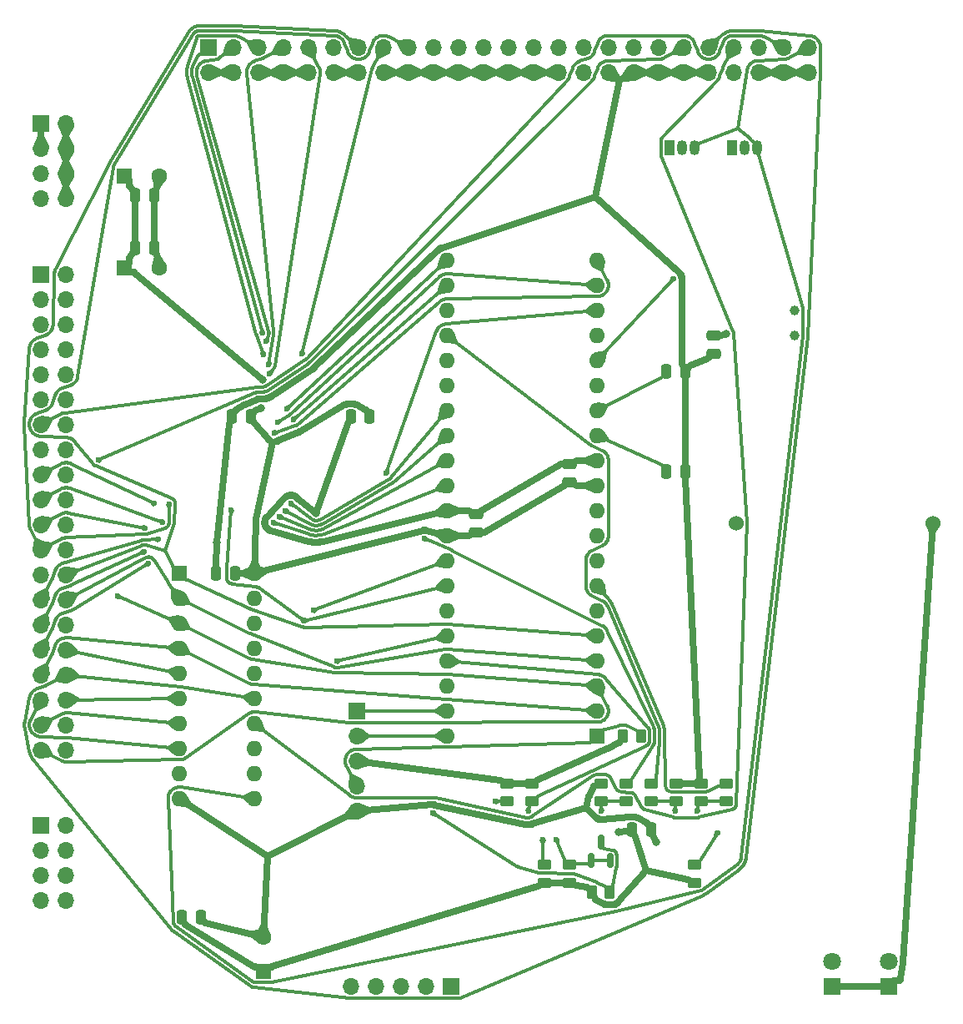
<source format=gbr>
%TF.GenerationSoftware,KiCad,Pcbnew,7.0.0-da2b9df05c~171~ubuntu22.04.1*%
%TF.CreationDate,2023-03-08T20:12:18-05:00*%
%TF.ProjectId,main,6d61696e-2e6b-4696-9361-645f70636258,rev?*%
%TF.SameCoordinates,Original*%
%TF.FileFunction,Copper,L2,Bot*%
%TF.FilePolarity,Positive*%
%FSLAX46Y46*%
G04 Gerber Fmt 4.6, Leading zero omitted, Abs format (unit mm)*
G04 Created by KiCad (PCBNEW 7.0.0-da2b9df05c~171~ubuntu22.04.1) date 2023-03-08 20:12:18*
%MOMM*%
%LPD*%
G01*
G04 APERTURE LIST*
G04 Aperture macros list*
%AMRoundRect*
0 Rectangle with rounded corners*
0 $1 Rounding radius*
0 $2 $3 $4 $5 $6 $7 $8 $9 X,Y pos of 4 corners*
0 Add a 4 corners polygon primitive as box body*
4,1,4,$2,$3,$4,$5,$6,$7,$8,$9,$2,$3,0*
0 Add four circle primitives for the rounded corners*
1,1,$1+$1,$2,$3*
1,1,$1+$1,$4,$5*
1,1,$1+$1,$6,$7*
1,1,$1+$1,$8,$9*
0 Add four rect primitives between the rounded corners*
20,1,$1+$1,$2,$3,$4,$5,0*
20,1,$1+$1,$4,$5,$6,$7,0*
20,1,$1+$1,$6,$7,$8,$9,0*
20,1,$1+$1,$8,$9,$2,$3,0*%
G04 Aperture macros list end*
%TA.AperFunction,ComponentPad*%
%ADD10R,1.700000X1.700000*%
%TD*%
%TA.AperFunction,ComponentPad*%
%ADD11O,1.700000X1.700000*%
%TD*%
%TA.AperFunction,ComponentPad*%
%ADD12R,1.600000X1.600000*%
%TD*%
%TA.AperFunction,ComponentPad*%
%ADD13C,1.600000*%
%TD*%
%TA.AperFunction,ComponentPad*%
%ADD14O,1.600000X1.600000*%
%TD*%
%TA.AperFunction,ComponentPad*%
%ADD15R,1.800000X1.800000*%
%TD*%
%TA.AperFunction,ComponentPad*%
%ADD16C,1.800000*%
%TD*%
%TA.AperFunction,ComponentPad*%
%ADD17C,1.000000*%
%TD*%
%TA.AperFunction,ComponentPad*%
%ADD18R,1.050000X1.500000*%
%TD*%
%TA.AperFunction,ComponentPad*%
%ADD19O,1.050000X1.500000*%
%TD*%
%TA.AperFunction,ComponentPad*%
%ADD20C,1.524000*%
%TD*%
%TA.AperFunction,SMDPad,CuDef*%
%ADD21RoundRect,0.250000X0.475000X-0.250000X0.475000X0.250000X-0.475000X0.250000X-0.475000X-0.250000X0*%
%TD*%
%TA.AperFunction,SMDPad,CuDef*%
%ADD22RoundRect,0.250000X0.250000X0.475000X-0.250000X0.475000X-0.250000X-0.475000X0.250000X-0.475000X0*%
%TD*%
%TA.AperFunction,SMDPad,CuDef*%
%ADD23RoundRect,0.250000X-0.250000X-0.475000X0.250000X-0.475000X0.250000X0.475000X-0.250000X0.475000X0*%
%TD*%
%TA.AperFunction,SMDPad,CuDef*%
%ADD24RoundRect,0.250000X-0.475000X0.250000X-0.475000X-0.250000X0.475000X-0.250000X0.475000X0.250000X0*%
%TD*%
%TA.AperFunction,SMDPad,CuDef*%
%ADD25RoundRect,0.250000X0.450000X-0.262500X0.450000X0.262500X-0.450000X0.262500X-0.450000X-0.262500X0*%
%TD*%
%TA.AperFunction,SMDPad,CuDef*%
%ADD26RoundRect,0.250000X0.262500X0.450000X-0.262500X0.450000X-0.262500X-0.450000X0.262500X-0.450000X0*%
%TD*%
%TA.AperFunction,SMDPad,CuDef*%
%ADD27RoundRect,0.150000X0.150000X-0.587500X0.150000X0.587500X-0.150000X0.587500X-0.150000X-0.587500X0*%
%TD*%
%TA.AperFunction,SMDPad,CuDef*%
%ADD28RoundRect,0.250000X-0.262500X-0.450000X0.262500X-0.450000X0.262500X0.450000X-0.262500X0.450000X0*%
%TD*%
%TA.AperFunction,SMDPad,CuDef*%
%ADD29RoundRect,0.250000X-0.450000X0.262500X-0.450000X-0.262500X0.450000X-0.262500X0.450000X0.262500X0*%
%TD*%
%TA.AperFunction,ViaPad*%
%ADD30C,0.800000*%
%TD*%
%TA.AperFunction,ViaPad*%
%ADD31C,0.600000*%
%TD*%
%TA.AperFunction,Conductor*%
%ADD32C,0.700000*%
%TD*%
%TA.AperFunction,Conductor*%
%ADD33C,0.300000*%
%TD*%
G04 APERTURE END LIST*
D10*
%TO.P,J1,1,Pin_1*%
%TO.N,unconnected-(J1-Pin_1-Pad1)*%
X22539999Y-101779999D03*
D11*
%TO.P,J1,2,Pin_2*%
%TO.N,unconnected-(J1-Pin_2-Pad2)*%
X25079999Y-101779999D03*
%TO.P,J1,3,Pin_3*%
%TO.N,unconnected-(J1-Pin_3-Pad3)*%
X22539999Y-104319999D03*
%TO.P,J1,4,Pin_4*%
%TO.N,unconnected-(J1-Pin_4-Pad4)*%
X25079999Y-104319999D03*
%TO.P,J1,5,Pin_5*%
%TO.N,unconnected-(J1-Pin_5-Pad5)*%
X22539999Y-106859999D03*
%TO.P,J1,6,Pin_6*%
%TO.N,unconnected-(J1-Pin_6-Pad6)*%
X25079999Y-106859999D03*
%TO.P,J1,7,Pin_7*%
%TO.N,unconnected-(J1-Pin_7-Pad7)*%
X22539999Y-109399999D03*
%TO.P,J1,8,Pin_8*%
%TO.N,unconnected-(J1-Pin_8-Pad8)*%
X25079999Y-109399999D03*
%TD*%
D10*
%TO.P,J5,1,Pin_1*%
%TO.N,+5V*%
X22539999Y-30599999D03*
D11*
%TO.P,J5,2,Pin_2*%
%TO.N,GND*%
X25079999Y-30599999D03*
%TO.P,J5,3,Pin_3*%
%TO.N,+5V*%
X22539999Y-33139999D03*
%TO.P,J5,4,Pin_4*%
%TO.N,GND*%
X25079999Y-33139999D03*
%TO.P,J5,5,Pin_5*%
%TO.N,unconnected-(J5-Pin_5-Pad5)*%
X22539999Y-35679999D03*
%TO.P,J5,6,Pin_6*%
%TO.N,GND*%
X25079999Y-35679999D03*
%TO.P,J5,7,Pin_7*%
%TO.N,unconnected-(J5-Pin_7-Pad7)*%
X22539999Y-38219999D03*
%TO.P,J5,8,Pin_8*%
%TO.N,GND*%
X25079999Y-38219999D03*
%TD*%
D10*
%TO.P,J2,1,~{SYSRES}*%
%TO.N,~{F_SYSRES}*%
X22539999Y-45869999D03*
D11*
%TO.P,J2,2,~{RAS}*%
%TO.N,~{F_MREQ}*%
X25079999Y-45869999D03*
%TO.P,J2,3,A10*%
%TO.N,F_A10*%
X22539999Y-48409999D03*
%TO.P,J2,4,~{EXMEM}*%
%TO.N,~{F_EXMEM}*%
X25079999Y-48409999D03*
%TO.P,J2,5,A13*%
%TO.N,F_A13*%
X22539999Y-50949999D03*
%TO.P,J2,6,A12*%
%TO.N,F_A12*%
X25079999Y-50949999D03*
%TO.P,J2,7,GND*%
%TO.N,GND*%
X22539999Y-53489999D03*
%TO.P,J2,8,A15*%
%TO.N,F_A15*%
X25079999Y-53489999D03*
%TO.P,J2,9,A14*%
%TO.N,F_A14*%
X22539999Y-56029999D03*
%TO.P,J2,10,A11*%
%TO.N,F_A11*%
X25079999Y-56029999D03*
%TO.P,J2,11,~{OUT}*%
%TO.N,~{F_OUT}*%
X22539999Y-58569999D03*
%TO.P,J2,12,A8*%
%TO.N,F_A8*%
X25079999Y-58569999D03*
%TO.P,J2,13,~{INTAK}*%
%TO.N,~{F_INTAK}*%
X22539999Y-61109999D03*
%TO.P,J2,14,~{WR}*%
%TO.N,~{F_WRITE}*%
X25079999Y-61109999D03*
%TO.P,J2,15,~{INUSE}*%
%TO.N,~{F_INUSE}*%
X22539999Y-63649999D03*
%TO.P,J2,16,~{RD}*%
%TO.N,~{F_READ}*%
X25079999Y-63649999D03*
%TO.P,J2,17,D4*%
%TO.N,F_D4*%
X22539999Y-66189999D03*
%TO.P,J2,18,A9*%
%TO.N,F_A9*%
X25079999Y-66189999D03*
%TO.P,J2,19,D7*%
%TO.N,F_D7*%
X22539999Y-68729999D03*
%TO.P,J2,20,~{IN}*%
%TO.N,~{F_IN}*%
X25079999Y-68729999D03*
%TO.P,J2,21,D1*%
%TO.N,F_D1*%
X22539999Y-71269999D03*
%TO.P,J2,22,~{INT}*%
%TO.N,~{F_INT}*%
X25079999Y-71269999D03*
%TO.P,J2,23,D6*%
%TO.N,F_D6*%
X22539999Y-73809999D03*
%TO.P,J2,24,CLK*%
%TO.N,CLK*%
X25079999Y-73809999D03*
%TO.P,J2,25,D3*%
%TO.N,F_D3*%
X22539999Y-76349999D03*
%TO.P,J2,26,A0*%
%TO.N,F_A0*%
X25079999Y-76349999D03*
%TO.P,J2,27,D5*%
%TO.N,F_D5*%
X22539999Y-78889999D03*
%TO.P,J2,28,A1*%
%TO.N,F_A1*%
X25079999Y-78889999D03*
%TO.P,J2,29,D0*%
%TO.N,F_D0*%
X22539999Y-81429999D03*
%TO.P,J2,30,GND*%
%TO.N,GND*%
X25079999Y-81429999D03*
%TO.P,J2,31,D2*%
%TO.N,F_D2*%
X22539999Y-83969999D03*
%TO.P,J2,32,A4*%
%TO.N,F_A4*%
X25079999Y-83969999D03*
%TO.P,J2,33,A3*%
%TO.N,F_A3*%
X22539999Y-86509999D03*
%TO.P,J2,34,~{WAIT}*%
%TO.N,~{F_WAIT}*%
X25079999Y-86509999D03*
%TO.P,J2,35,A7*%
%TO.N,F_A7*%
X22539999Y-89049999D03*
%TO.P,J2,36,A5*%
%TO.N,F_A5*%
X25079999Y-89049999D03*
%TO.P,J2,37,A6*%
%TO.N,F_A6*%
X22539999Y-91589999D03*
%TO.P,J2,38,GND*%
%TO.N,GND*%
X25079999Y-91589999D03*
%TO.P,J2,39,A2*%
%TO.N,F_A2*%
X22539999Y-94129999D03*
%TO.P,J2,40,+5V*%
%TO.N,+5V*%
X25079999Y-94129999D03*
%TD*%
D12*
%TO.P,C4,1*%
%TO.N,+5V*%
X30999999Y-35892799D03*
D13*
%TO.P,C4,2*%
%TO.N,GND*%
X34500000Y-35892800D03*
%TD*%
D12*
%TO.P,C1,1*%
%TO.N,+5V*%
X30999999Y-45192799D03*
D13*
%TO.P,C1,2*%
%TO.N,GND*%
X34500000Y-45192800D03*
%TD*%
D12*
%TO.P,C9,1*%
%TO.N,+3V3*%
X45084999Y-116587699D03*
D13*
%TO.P,C9,2*%
%TO.N,GND*%
X45085000Y-113087700D03*
%TD*%
D12*
%TO.P,U2,1,RE3*%
%TO.N,MCLR*%
X78993999Y-92709999D03*
D14*
%TO.P,U2,2,RA0*%
%TO.N,F_A3*%
X78993999Y-90169999D03*
%TO.P,U2,3,RA1*%
%TO.N,F_A2*%
X78993999Y-87629999D03*
%TO.P,U2,4,RA2*%
%TO.N,F_A1*%
X78993999Y-85089999D03*
%TO.P,U2,5,RA3*%
%TO.N,F_A0*%
X78993999Y-82549999D03*
%TO.P,U2,6,RA4*%
%TO.N,~{F_IN}*%
X78993999Y-80009999D03*
%TO.P,U2,7,RA5*%
%TO.N,SPI_CS*%
X78993999Y-77469999D03*
%TO.P,U2,8,RE0*%
%TO.N,RTS*%
X78993999Y-74929999D03*
%TO.P,U2,9,RE1*%
%TO.N,CTS*%
X78993999Y-72389999D03*
%TO.P,U2,10,RE2*%
%TO.N,unconnected-(U2-RE2-Pad10)*%
X78993999Y-69849999D03*
%TO.P,U2,11,VDD*%
%TO.N,+5V*%
X78993999Y-67309999D03*
%TO.P,U2,12,VSS*%
%TO.N,GND*%
X78993999Y-64769999D03*
%TO.P,U2,13,RA7*%
%TO.N,Net-(U2-RA7)*%
X78993999Y-62229999D03*
%TO.P,U2,14,RA6*%
%TO.N,Net-(U2-RA6)*%
X78993999Y-59689999D03*
%TO.P,U2,15,RC0*%
%TO.N,STAT_CS*%
X78993999Y-57149999D03*
%TO.P,U2,16,RC1*%
%TO.N,SDA*%
X78993999Y-54609999D03*
%TO.P,U2,17,RC2*%
%TO.N,SCL*%
X78993999Y-52069999D03*
%TO.P,U2,18,RC3*%
%TO.N,SPI_CLK*%
X78993999Y-49529999D03*
%TO.P,U2,19,RD0*%
%TO.N,DD0*%
X78993999Y-46989999D03*
%TO.P,U2,20,RD1*%
%TO.N,DD1*%
X78993999Y-44449999D03*
%TO.P,U2,21,RD2*%
%TO.N,DD2*%
X63753999Y-44449999D03*
%TO.P,U2,22,RD3*%
%TO.N,DD3*%
X63753999Y-46989999D03*
%TO.P,U2,23,RC4*%
%TO.N,SPI_SDI*%
X63753999Y-49529999D03*
%TO.P,U2,24,RC5*%
%TO.N,SPI_SDO*%
X63753999Y-52069999D03*
%TO.P,U2,25,RC6*%
%TO.N,TX*%
X63753999Y-54609999D03*
%TO.P,U2,26,RC7*%
%TO.N,RX*%
X63753999Y-57149999D03*
%TO.P,U2,27,RD4*%
%TO.N,DD4*%
X63753999Y-59689999D03*
%TO.P,U2,28,RD5*%
%TO.N,DD5*%
X63753999Y-62229999D03*
%TO.P,U2,29,RD6*%
%TO.N,DD6*%
X63753999Y-64769999D03*
%TO.P,U2,30,RD7*%
%TO.N,DD7*%
X63753999Y-67309999D03*
%TO.P,U2,31,VSS*%
%TO.N,GND*%
X63753999Y-69849999D03*
%TO.P,U2,32,VDD*%
%TO.N,+5V*%
X63753999Y-72389999D03*
%TO.P,U2,33,RB0*%
%TO.N,SPARE1*%
X63753999Y-74929999D03*
%TO.P,U2,34,RB1*%
%TO.N,PIC_SEL_N*%
X63753999Y-77469999D03*
%TO.P,U2,35,RB2*%
%TO.N,RTC*%
X63753999Y-80009999D03*
%TO.P,U2,36,RB3*%
%TO.N,PIC_WAIT_N*%
X63753999Y-82549999D03*
%TO.P,U2,37,RB4*%
%TO.N,CD*%
X63753999Y-85089999D03*
%TO.P,U2,38,RB5*%
%TO.N,WP*%
X63753999Y-87629999D03*
%TO.P,U2,39,RB6*%
%TO.N,LED1*%
X63753999Y-90169999D03*
%TO.P,U2,40,RB7*%
%TO.N,LED0*%
X63753999Y-92709999D03*
%TD*%
D15*
%TO.P,D2,1,K*%
%TO.N,GND*%
X108584999Y-118109999D03*
D16*
%TO.P,D2,2,A*%
%TO.N,Net-(D2-A)*%
X108585000Y-115570000D03*
%TD*%
D17*
%TO.P,Y2,1,1*%
%TO.N,Net-(U5-X1)*%
X99060000Y-52070000D03*
%TO.P,Y2,2,2*%
%TO.N,Net-(U5-X2)*%
X99060000Y-49530000D03*
%TD*%
D18*
%TO.P,Q2,1,E*%
%TO.N,~{F_IN}*%
X86359999Y-33019999D03*
D19*
%TO.P,Q2,2,B*%
%TO.N,Net-(Q2-B)*%
X87629999Y-33019999D03*
%TO.P,Q2,3,C*%
%TO.N,IOREQ*%
X88899999Y-33019999D03*
%TD*%
D12*
%TO.P,U7,1,I1/CLK*%
%TO.N,F_A0*%
X36575999Y-76199999D03*
D14*
%TO.P,U7,2,I2*%
%TO.N,F_A1*%
X36575999Y-78739999D03*
%TO.P,U7,3,I3*%
%TO.N,F_A2*%
X36575999Y-81279999D03*
%TO.P,U7,4,I4*%
%TO.N,F_A3*%
X36575999Y-83819999D03*
%TO.P,U7,5,I5*%
%TO.N,F_A4*%
X36575999Y-86359999D03*
%TO.P,U7,6,I6*%
%TO.N,F_A5*%
X36575999Y-88899999D03*
%TO.P,U7,7,I7*%
%TO.N,F_A6*%
X36575999Y-91439999D03*
%TO.P,U7,8,I8*%
%TO.N,F_A7*%
X36575999Y-93979999D03*
%TO.P,U7,9,I9*%
%TO.N,~{F_IN}*%
X36575999Y-96519999D03*
%TO.P,U7,10,GND*%
%TO.N,GND*%
X36575999Y-99059999D03*
%TO.P,U7,11,I10/~{OE}*%
%TO.N,IOREQ*%
X44195999Y-99059999D03*
%TO.P,U7,12,IO8*%
%TO.N,PIC_WAIT_N*%
X44195999Y-96519999D03*
%TO.P,U7,13,IO7*%
%TO.N,PIC_SEL_N*%
X44195999Y-93979999D03*
%TO.P,U7,14,IO6*%
%TO.N,EXTIOSEL*%
X44195999Y-91439999D03*
%TO.P,U7,15,IO5*%
%TO.N,~{F_WAIT}*%
X44195999Y-88899999D03*
%TO.P,U7,16,IO4*%
%TO.N,~{F_INT}*%
X44195999Y-86359999D03*
%TO.P,U7,17,I03*%
%TO.N,SPARE1*%
X44195999Y-83819999D03*
%TO.P,U7,18,IO2*%
%TO.N,~{F_OUT}*%
X44195999Y-81279999D03*
%TO.P,U7,19,IO1*%
%TO.N,STAT_OE_N*%
X44195999Y-78739999D03*
%TO.P,U7,20,VCC*%
%TO.N,+5V*%
X44195999Y-76199999D03*
%TD*%
D18*
%TO.P,Q1,1,E*%
%TO.N,~{F_OUT}*%
X92709999Y-33019999D03*
D19*
%TO.P,Q1,2,B*%
%TO.N,Net-(Q1-B)*%
X93979999Y-33019999D03*
%TO.P,Q1,3,C*%
%TO.N,IOREQ*%
X95249999Y-33019999D03*
%TD*%
D15*
%TO.P,D1,1,K*%
%TO.N,GND*%
X102869999Y-118119999D03*
D16*
%TO.P,D1,2,A*%
%TO.N,Net-(D1-A)*%
X102870000Y-115580000D03*
%TD*%
D10*
%TO.P,U3,1,D0*%
%TO.N,F_D0*%
X39519999Y-22859999D03*
D11*
%TO.P,U3,2,GND*%
%TO.N,GND*%
X39519999Y-25399999D03*
%TO.P,U3,3,D1*%
%TO.N,F_D1*%
X42059999Y-22859999D03*
%TO.P,U3,4,GND*%
%TO.N,GND*%
X42059999Y-25399999D03*
%TO.P,U3,5,D2*%
%TO.N,F_D2*%
X44599999Y-22859999D03*
%TO.P,U3,6,GND*%
%TO.N,GND*%
X44599999Y-25399999D03*
%TO.P,U3,7,D3*%
%TO.N,F_D3*%
X47139999Y-22859999D03*
%TO.P,U3,8,GND*%
%TO.N,GND*%
X47139999Y-25399999D03*
%TO.P,U3,9,D4*%
%TO.N,F_D4*%
X49679999Y-22859999D03*
%TO.P,U3,10,GND*%
%TO.N,GND*%
X49679999Y-25399999D03*
%TO.P,U3,11,D5*%
%TO.N,F_D5*%
X52219999Y-22859999D03*
%TO.P,U3,12,GND*%
%TO.N,GND*%
X52219999Y-25399999D03*
%TO.P,U3,13,D6*%
%TO.N,F_D6*%
X54759999Y-22859999D03*
%TO.P,U3,14,GND*%
%TO.N,GND*%
X54759999Y-25399999D03*
%TO.P,U3,15,D7*%
%TO.N,F_D7*%
X57299999Y-22859999D03*
%TO.P,U3,16,GND*%
%TO.N,GND*%
X57299999Y-25399999D03*
%TO.P,U3,17,A0*%
%TO.N,F_A0*%
X59839999Y-22859999D03*
%TO.P,U3,18,GND*%
%TO.N,GND*%
X59839999Y-25399999D03*
%TO.P,U3,19,A1*%
%TO.N,F_A1*%
X62379999Y-22859999D03*
%TO.P,U3,20,GND*%
%TO.N,GND*%
X62379999Y-25399999D03*
%TO.P,U3,21,A2*%
%TO.N,F_A2*%
X64919999Y-22859999D03*
%TO.P,U3,22,GND*%
%TO.N,GND*%
X64919999Y-25399999D03*
%TO.P,U3,23,A3*%
%TO.N,F_A3*%
X67459999Y-22859999D03*
%TO.P,U3,24,GND*%
%TO.N,GND*%
X67459999Y-25399999D03*
%TO.P,U3,25,A4*%
%TO.N,F_A4*%
X69999999Y-22859999D03*
%TO.P,U3,26,GND*%
%TO.N,GND*%
X69999999Y-25399999D03*
%TO.P,U3,27,A5*%
%TO.N,F_A5*%
X72539999Y-22859999D03*
%TO.P,U3,28,GND*%
%TO.N,GND*%
X72539999Y-25399999D03*
%TO.P,U3,29,A6*%
%TO.N,F_A6*%
X75079999Y-22859999D03*
%TO.P,U3,30,GND*%
%TO.N,GND*%
X75079999Y-25399999D03*
%TO.P,U3,31,A7*%
%TO.N,F_A7*%
X77619999Y-22859999D03*
%TO.P,U3,32,GND*%
%TO.N,GND*%
X77619999Y-25399999D03*
%TO.P,U3,33,~{IN}*%
%TO.N,~{F_IN}*%
X80159999Y-22859999D03*
%TO.P,U3,34,GND*%
%TO.N,GND*%
X80159999Y-25399999D03*
%TO.P,U3,35,~{OUT}*%
%TO.N,~{F_OUT}*%
X82699999Y-22859999D03*
%TO.P,U3,36,GND*%
%TO.N,GND*%
X82699999Y-25399999D03*
%TO.P,U3,37,~{RESET}*%
%TO.N,~{F_SYSRES}*%
X85239999Y-22859999D03*
%TO.P,U3,38,GND*%
%TO.N,GND*%
X85239999Y-25399999D03*
%TO.P,U3,39,~{INT}*%
%TO.N,~{F_INT}*%
X87779999Y-22859999D03*
%TO.P,U3,40,GND*%
%TO.N,GND*%
X87779999Y-25399999D03*
%TO.P,U3,41,~{WAIT}*%
%TO.N,~{F_WAIT}*%
X90319999Y-22859999D03*
%TO.P,U3,42,GND*%
%TO.N,GND*%
X90319999Y-25399999D03*
%TO.P,U3,43,~{EXTIO}*%
%TO.N,EXTIOSEL*%
X92859999Y-22859999D03*
%TO.P,U3,44,GND*%
%TO.N,GND*%
X92859999Y-25399999D03*
%TO.P,U3,45*%
%TO.N,unconnected-(U3-Pad45)*%
X95399999Y-22859999D03*
%TO.P,U3,46,GND*%
%TO.N,GND*%
X95399999Y-25399999D03*
%TO.P,U3,47,~{M1}*%
%TO.N,~{F_INTAK}*%
X97939999Y-22859999D03*
%TO.P,U3,48,GND*%
%TO.N,GND*%
X97939999Y-25399999D03*
%TO.P,U3,49,~{IORQ}*%
%TO.N,IOREQ*%
X100479999Y-22859999D03*
%TO.P,U3,50,GND*%
%TO.N,GND*%
X100479999Y-25399999D03*
%TD*%
D10*
%TO.P,J4,1,Pin_1*%
%TO.N,GND*%
X64134999Y-118109999D03*
D11*
%TO.P,J4,2,Pin_2*%
%TO.N,RTS*%
X61594999Y-118109999D03*
%TO.P,J4,3,Pin_3*%
%TO.N,CTS*%
X59054999Y-118109999D03*
%TO.P,J4,4,Pin_4*%
%TO.N,RX*%
X56514999Y-118109999D03*
%TO.P,J4,5,Pin_5*%
%TO.N,TX*%
X53974999Y-118109999D03*
%TD*%
D10*
%TO.P,J3,1,Pin_1*%
%TO.N,LED1*%
X54609999Y-90169999D03*
D11*
%TO.P,J3,2,Pin_2*%
%TO.N,LED0*%
X54609999Y-92709999D03*
%TO.P,J3,3,Pin_3*%
%TO.N,+5V*%
X54609999Y-95249999D03*
%TO.P,J3,4,Pin_4*%
%TO.N,MCLR*%
X54609999Y-97789999D03*
%TO.P,J3,5,Pin_5*%
%TO.N,GND*%
X54609999Y-100329999D03*
%TD*%
D20*
%TO.P,BT1,1,+*%
%TO.N,Net-(BT1-+)*%
X93110000Y-71120000D03*
%TO.P,BT1,2,-*%
%TO.N,GND*%
X113110000Y-71120000D03*
%TD*%
D21*
%TO.P,C13,1*%
%TO.N,+5V*%
X66675000Y-72070000D03*
%TO.P,C13,2*%
%TO.N,GND*%
X66675000Y-70170000D03*
%TD*%
D22*
%TO.P,C14,1*%
%TO.N,+5V*%
X43815000Y-60325000D03*
%TO.P,C14,2*%
%TO.N,GND*%
X41915000Y-60325000D03*
%TD*%
D21*
%TO.P,C18,1*%
%TO.N,+5V*%
X76200000Y-66990000D03*
%TO.P,C18,2*%
%TO.N,GND*%
X76200000Y-65090000D03*
%TD*%
D23*
%TO.P,C2,1*%
%TO.N,+5V*%
X32103900Y-37825800D03*
%TO.P,C2,2*%
%TO.N,GND*%
X34003900Y-37825800D03*
%TD*%
%TO.P,C3,1*%
%TO.N,+5V*%
X32103900Y-43180000D03*
%TO.P,C3,2*%
%TO.N,GND*%
X34003900Y-43180000D03*
%TD*%
D22*
%TO.P,C6,1*%
%TO.N,GND*%
X38730000Y-111125000D03*
%TO.P,C6,2*%
%TO.N,+3V3*%
X36830000Y-111125000D03*
%TD*%
%TO.P,C8,1*%
%TO.N,GND*%
X84450000Y-102235000D03*
%TO.P,C8,2*%
%TO.N,+3V3*%
X82550000Y-102235000D03*
%TD*%
%TO.P,C20,1*%
%TO.N,+5V*%
X55880000Y-60325000D03*
%TO.P,C20,2*%
%TO.N,GND*%
X53980000Y-60325000D03*
%TD*%
D24*
%TO.P,C22,1*%
%TO.N,+5V*%
X90805000Y-52070000D03*
%TO.P,C22,2*%
%TO.N,GND*%
X90805000Y-53970000D03*
%TD*%
D22*
%TO.P,C24,1*%
%TO.N,+5V*%
X42225000Y-76200000D03*
%TO.P,C24,2*%
%TO.N,GND*%
X40325000Y-76200000D03*
%TD*%
D25*
%TO.P,R13,1*%
%TO.N,Net-(J9-CLK)*%
X79375000Y-99337500D03*
%TO.P,R13,2*%
%TO.N,GND*%
X79375000Y-97512500D03*
%TD*%
%TO.P,R7,1*%
%TO.N,Net-(J9-CMD)*%
X84455000Y-99337500D03*
%TO.P,R7,2*%
%TO.N,SPI_SDO*%
X84455000Y-97512500D03*
%TD*%
D26*
%TO.P,R12,1*%
%TO.N,SPI_SDI*%
X80287500Y-108585000D03*
%TO.P,R12,2*%
%TO.N,+3V3*%
X78462500Y-108585000D03*
%TD*%
D27*
%TO.P,Q3,1,G*%
%TO.N,Net-(J9-DAT0)*%
X80325000Y-105380000D03*
%TO.P,Q3,2,S*%
X78425000Y-105380000D03*
%TO.P,Q3,3,D*%
%TO.N,SPI_SDI*%
X79375000Y-103505000D03*
%TD*%
D28*
%TO.P,R3,1*%
%TO.N,+5V*%
X81637500Y-92710000D03*
%TO.P,R3,2*%
%TO.N,MCLR*%
X83462500Y-92710000D03*
%TD*%
D29*
%TO.P,R10,1*%
%TO.N,Net-(J9-DAT1)*%
X73660000Y-105767500D03*
%TO.P,R10,2*%
%TO.N,+3V3*%
X73660000Y-107592500D03*
%TD*%
D25*
%TO.P,R8,1*%
%TO.N,Net-(J9-CMD)*%
X86995000Y-99337500D03*
%TO.P,R8,2*%
%TO.N,GND*%
X86995000Y-97512500D03*
%TD*%
D23*
%TO.P,C11,1*%
%TO.N,Net-(U2-RA6)*%
X86045000Y-55685000D03*
%TO.P,C11,2*%
%TO.N,GND*%
X87945000Y-55685000D03*
%TD*%
%TO.P,C10,1*%
%TO.N,Net-(U2-RA7)*%
X86045000Y-65845000D03*
%TO.P,C10,2*%
%TO.N,GND*%
X87945000Y-65845000D03*
%TD*%
D29*
%TO.P,R5,1*%
%TO.N,+5V*%
X69850000Y-97512500D03*
%TO.P,R5,2*%
%TO.N,WP*%
X69850000Y-99337500D03*
%TD*%
%TO.P,R6,1*%
%TO.N,Net-(J9-DAT2)*%
X88900000Y-105767500D03*
%TO.P,R6,2*%
%TO.N,+3V3*%
X88900000Y-107592500D03*
%TD*%
D25*
%TO.P,R9,1*%
%TO.N,Net-(J9-CLK)*%
X81915000Y-99337500D03*
%TO.P,R9,2*%
%TO.N,SPI_CLK*%
X81915000Y-97512500D03*
%TD*%
D29*
%TO.P,R4,1*%
%TO.N,+5V*%
X72390000Y-97512500D03*
%TO.P,R4,2*%
%TO.N,CD*%
X72390000Y-99337500D03*
%TD*%
%TO.P,R11,1*%
%TO.N,Net-(J9-DAT0)*%
X76200000Y-105767500D03*
%TO.P,R11,2*%
%TO.N,+3V3*%
X76200000Y-107592500D03*
%TD*%
D25*
%TO.P,R14,1*%
%TO.N,Net-(J9-CD{slash}DAT3)*%
X89535000Y-99337500D03*
%TO.P,R14,2*%
%TO.N,GND*%
X89535000Y-97512500D03*
%TD*%
%TO.P,R15,1*%
%TO.N,Net-(J9-CD{slash}DAT3)*%
X92075000Y-99337500D03*
%TO.P,R15,2*%
%TO.N,SPI_CS*%
X92075000Y-97512500D03*
%TD*%
D30*
%TO.N,+5V*%
X92117900Y-51944900D03*
X44992000Y-56563600D03*
X44820100Y-59460500D03*
D31*
%TO.N,F_A2*%
X30283600Y-78497100D03*
D30*
%TO.N,GND*%
X40337400Y-73117100D03*
X85017600Y-103513000D03*
X50466200Y-70115500D03*
D31*
%TO.N,F_D2*%
X33447800Y-75209000D03*
X45121000Y-53990800D03*
%TO.N,F_D0*%
X45020000Y-51820700D03*
X32968500Y-73995300D03*
%TO.N,F_D5*%
X34413100Y-72764200D03*
%TO.N,F_D3*%
X45647000Y-55032600D03*
%TO.N,F_D6*%
X35518300Y-69197200D03*
%TO.N,F_D1*%
X45374600Y-52677000D03*
X33052000Y-71622100D03*
%TO.N,F_D7*%
X34885500Y-71045700D03*
X49008500Y-53986300D03*
%TO.N,F_D4*%
X45734200Y-55978900D03*
X34053500Y-69143300D03*
%TO.N,~{F_INT}*%
X28308700Y-64730300D03*
D30*
%TO.N,+3V3*%
X81143200Y-102442700D03*
D31*
%TO.N,WP*%
X68649000Y-99343400D03*
%TO.N,CD*%
X72014900Y-100345400D03*
%TO.N,Net-(J9-CD{slash}DAT3)*%
X89159900Y-100345400D03*
%TO.N,Net-(J9-CMD)*%
X86906400Y-100351000D03*
%TO.N,Net-(J9-CLK)*%
X79432100Y-100351000D03*
%TO.N,Net-(J9-DAT0)*%
X74845900Y-103225000D03*
%TO.N,Net-(J9-DAT1)*%
X73473400Y-103225000D03*
%TO.N,Net-(J9-DAT2)*%
X91235100Y-102504600D03*
%TO.N,SPI_SDI*%
X62304400Y-100547700D03*
%TO.N,SPI_CLK*%
X57566400Y-66089900D03*
X61461100Y-72697000D03*
%TO.N,SDA*%
X86741900Y-46299200D03*
%TO.N,DD0*%
X46531100Y-60921100D03*
%TO.N,DD1*%
X46220600Y-62003300D03*
%TO.N,DD2*%
X47510500Y-59513700D03*
%TO.N,DD3*%
X48146500Y-60648600D03*
%TO.N,DD4*%
X47891300Y-69143900D03*
%TO.N,DD5*%
X47333100Y-69876300D03*
%TO.N,DD6*%
X46750700Y-70472100D03*
%TO.N,DD7*%
X46089800Y-71079900D03*
%TO.N,SPARE1*%
X50196700Y-79967700D03*
%TO.N,PIC_SEL_N*%
X49246200Y-81026700D03*
X41849000Y-69795500D03*
%TO.N,PIC_WAIT_N*%
X52522500Y-85132000D03*
%TD*%
D32*
%TO.N,+5V*%
X54248110Y-59048800D02*
X54230000Y-59048500D01*
X69158600Y-97202000D02*
X69156400Y-97201700D01*
X69156400Y-97201700D02*
X69155500Y-97201500D01*
X54556080Y-59118080D02*
X54536430Y-59109500D01*
X43116000Y-76200000D02*
X44008500Y-76609100D01*
X64834000Y-72379600D02*
X63937600Y-71979100D01*
X44201700Y-61004600D02*
X44203000Y-61006400D01*
X31464840Y-36793620D02*
X31470140Y-36809820D01*
X31450320Y-44376710D02*
X31449950Y-44392800D01*
X54266210Y-59049690D02*
X54248110Y-59048800D01*
X44350900Y-70874620D02*
X44345540Y-70926730D01*
X75517800Y-67378200D02*
X75518500Y-67377900D01*
X55486490Y-59637310D02*
X55484950Y-59635900D01*
X31501900Y-44209300D02*
X31493780Y-44223200D01*
X22540000Y-31940000D02*
X22085500Y-32931700D01*
X32010870Y-45713470D02*
X31996720Y-45703330D01*
X42726000Y-76200000D02*
X44196000Y-76200000D01*
X44269600Y-59713300D02*
X44271500Y-59712100D01*
X31869180Y-45649720D02*
X31852030Y-45646700D01*
X54320180Y-59055940D02*
X54302260Y-59053270D01*
X45242800Y-75934400D02*
X44277100Y-75757400D01*
X91570150Y-52066920D02*
X91577890Y-52065560D01*
X31717200Y-37146200D02*
X32103900Y-37825800D01*
X45598560Y-62583260D02*
X45613850Y-62599230D01*
X54454940Y-59083010D02*
X54434000Y-59078390D01*
X31450000Y-45642800D02*
X31800000Y-45642800D01*
X91531000Y-52070000D02*
X91538860Y-52069880D01*
X32103900Y-37825800D02*
X32103900Y-38551800D01*
X48753480Y-61855580D02*
X48780340Y-61841690D01*
X55479980Y-59632060D02*
X55478220Y-59630930D01*
X53639820Y-59055940D02*
X53622000Y-59059200D01*
X76200000Y-66990000D02*
X76916400Y-67288000D01*
X62705800Y-72129800D02*
X63473400Y-72741800D01*
X73051900Y-97109300D02*
X73046500Y-97112100D01*
X31499030Y-36871450D02*
X31508080Y-36885890D01*
X81235660Y-93368160D02*
X81237010Y-93366410D01*
X80042450Y-94001200D02*
X80050600Y-93996990D01*
X54475680Y-59088430D02*
X54454940Y-59083010D01*
X31450000Y-44742800D02*
X31000000Y-45192800D01*
X31902910Y-45658280D02*
X31886150Y-45653580D01*
X53526000Y-59078400D02*
X53505950Y-59082800D01*
X45242800Y-75934400D02*
X44478300Y-76550400D01*
X53446960Y-59100450D02*
X53427780Y-59107790D01*
X31453270Y-44344660D02*
X31451430Y-44360650D01*
X61288980Y-71864120D02*
X61251910Y-71872650D01*
X31450410Y-36709840D02*
X31451660Y-36726840D01*
X54594300Y-59137500D02*
X55476400Y-59629900D01*
X45613850Y-62599230D02*
X45629540Y-62614800D01*
X55492000Y-59643600D02*
X55493300Y-59645400D01*
X54338000Y-59059200D02*
X54320180Y-59055940D01*
X46532000Y-62794800D02*
X46550900Y-62787100D01*
X44376300Y-70719600D02*
X46010500Y-62948100D01*
X81220400Y-93380700D02*
X81222330Y-93379630D01*
X55489380Y-59640340D02*
X55487960Y-59638800D01*
X32024500Y-45724300D02*
X44992000Y-56563600D01*
X81226040Y-93377220D02*
X81227810Y-93375900D01*
X53711890Y-59048800D02*
X53693790Y-59049690D01*
X55484950Y-59635900D02*
X55483350Y-59634550D01*
X81229520Y-93374500D02*
X81231160Y-93373020D01*
X31000000Y-35892800D02*
X31450000Y-36342800D01*
X67494610Y-72051810D02*
X67505620Y-72047060D01*
X55483350Y-59634550D02*
X55481690Y-59633270D01*
X31508080Y-36885890D02*
X31517830Y-36899870D01*
X53408890Y-59115830D02*
X53390320Y-59124570D01*
X55490720Y-59641940D02*
X55489380Y-59640340D01*
X80017600Y-94013000D02*
X80025950Y-94009210D01*
X46550900Y-62787100D02*
X48671100Y-61893600D01*
X54516460Y-59101690D02*
X54496200Y-59094660D01*
X46474250Y-62815150D02*
X46493660Y-62808830D01*
X81232730Y-93371470D02*
X81234230Y-93369850D01*
X44366290Y-70771010D02*
X44357820Y-70822700D01*
X31463190Y-44297440D02*
X31459160Y-44313030D01*
X67526900Y-72036000D02*
X75517800Y-67378200D01*
X76918600Y-67288300D02*
X76925500Y-67288900D01*
X53526000Y-59078400D02*
X53622000Y-59059200D01*
X45645630Y-62629960D02*
X45662110Y-62644690D01*
X46454700Y-62821000D02*
X46474250Y-62815150D01*
X66675000Y-72070000D02*
X67401000Y-72070000D01*
X45662100Y-62644700D02*
X46010500Y-62948100D01*
X81227810Y-93375900D02*
X81229520Y-93374500D01*
X91585600Y-52064000D02*
X92117900Y-51944900D01*
X55799300Y-95409600D02*
X54877000Y-94827200D01*
X67471970Y-72059710D02*
X67483390Y-72056030D01*
X22540000Y-31100000D02*
X22540000Y-30600000D01*
X67436860Y-72067420D02*
X67448680Y-72065410D01*
X53730000Y-59048500D02*
X54230000Y-59048500D01*
X31450000Y-36342800D02*
X31450000Y-36692800D01*
X61401940Y-71848580D02*
X61364060Y-71852080D01*
X80034230Y-94005270D02*
X80042450Y-94001200D01*
X61251900Y-71872600D02*
X44196000Y-76200000D01*
X44276400Y-59709500D02*
X44820100Y-59460500D01*
X31490690Y-36856590D02*
X31499030Y-36871450D01*
X75520400Y-67376700D02*
X76200000Y-66990000D01*
X53427780Y-59107790D02*
X53408890Y-59115830D01*
X31886150Y-45653580D02*
X31869180Y-45649720D01*
X46010500Y-62948100D02*
X46454700Y-62821000D01*
X44357820Y-70822700D02*
X44350900Y-70874620D01*
X31467930Y-44282060D02*
X31463190Y-44297440D01*
X31817400Y-45643240D02*
X31800000Y-45642810D01*
X55492000Y-59643600D02*
X55490720Y-59641940D01*
X31470140Y-36809820D02*
X31476230Y-36825730D01*
X55481690Y-59633270D02*
X55479980Y-59632060D01*
X53730000Y-59048500D02*
X53711890Y-59048800D01*
X46493660Y-62808830D02*
X46512910Y-62802040D01*
X67424950Y-72068850D02*
X67436860Y-72067420D01*
X44196000Y-76200000D02*
X44339500Y-71031300D01*
X67460400Y-72062840D02*
X67471970Y-72059710D01*
X31717200Y-43859600D02*
X31501900Y-44209300D01*
X91546710Y-52069510D02*
X91554550Y-52068890D01*
X81637500Y-92710000D02*
X81238300Y-93364600D01*
X31951500Y-45677300D02*
X31935630Y-45670160D01*
X61477960Y-71846690D02*
X61439930Y-71846790D01*
X55478220Y-59630930D02*
X55476420Y-59629870D01*
X77914100Y-67299000D02*
X78802300Y-67717100D01*
X44205800Y-61009800D02*
X45583700Y-62566900D01*
X31451430Y-44360650D02*
X31450320Y-44376710D01*
X54594300Y-59137500D02*
X54575380Y-59127420D01*
X48806900Y-61827200D02*
X48833110Y-61812120D01*
X31919420Y-45663810D02*
X31902910Y-45658280D01*
X81224210Y-93378470D02*
X81226040Y-93377220D01*
X61628990Y-71863260D02*
X61591550Y-71856590D01*
X55493300Y-59645400D02*
X55880000Y-60325000D01*
X31456620Y-36760550D02*
X31460320Y-36777180D01*
X81220400Y-93380700D02*
X80050600Y-93997000D01*
X70551000Y-97512500D02*
X69850000Y-97512500D01*
X63754000Y-72390000D02*
X61666100Y-71871600D01*
X32024500Y-45724300D02*
X32010870Y-45713470D01*
X45583700Y-62566900D02*
X45598560Y-62583260D01*
X45629540Y-62614800D02*
X45645630Y-62629960D01*
X31982090Y-45693910D02*
X31967000Y-45685220D01*
X44203000Y-61006400D02*
X44205800Y-61009800D01*
X44341740Y-70978970D02*
X44339500Y-71031300D01*
X53693790Y-59049690D02*
X53675740Y-59051180D01*
X44271500Y-59712100D02*
X44276400Y-59709500D01*
X67483390Y-72056030D02*
X67494610Y-72051810D01*
X81222330Y-93379630D02*
X81224210Y-93378470D01*
X71689000Y-97512500D02*
X70551000Y-97512500D01*
X67401000Y-72070000D02*
X67412990Y-72069710D01*
X48780340Y-61841690D02*
X48806900Y-61827200D01*
X48698840Y-61881540D02*
X48726300Y-61868870D01*
X44376300Y-70719600D02*
X44366290Y-70771010D01*
X44226000Y-75120400D02*
X43792300Y-76001200D01*
X91562370Y-52068020D02*
X91570150Y-52066920D01*
X31483080Y-36841340D02*
X31490690Y-36856590D01*
X77914100Y-67299000D02*
X78810700Y-66899100D01*
X67505620Y-72047060D02*
X67516390Y-72041780D01*
X48671100Y-61893600D02*
X48698840Y-61881540D01*
X42376000Y-76200000D02*
X42726000Y-76200000D01*
X61553850Y-71851600D02*
X61515960Y-71848290D01*
X31528200Y-36913400D02*
X31717200Y-37146200D01*
X42225000Y-76200000D02*
X42376000Y-76200000D01*
X22540000Y-33140000D02*
X22540000Y-31450000D01*
X61666100Y-71871600D02*
X61628990Y-71863260D01*
X31834760Y-45644540D02*
X31817400Y-45643240D01*
X69850000Y-97512500D02*
X69158600Y-97202000D01*
X90805000Y-52070000D02*
X91531000Y-52070000D01*
X31486310Y-44237450D02*
X31479500Y-44252030D01*
X31450000Y-44392800D02*
X31450000Y-44742800D01*
X31459160Y-44313030D02*
X31455850Y-44328780D01*
X61439930Y-71846790D02*
X61401940Y-71848580D01*
X75518500Y-67377900D02*
X75520400Y-67376700D01*
X44345540Y-70926730D02*
X44341740Y-70978970D01*
X22540000Y-31940000D02*
X22994500Y-32931700D01*
X67448680Y-72065410D02*
X67460400Y-72062840D01*
X65956400Y-72368300D02*
X65949500Y-72368900D01*
X31517830Y-36899870D02*
X31528240Y-36913360D01*
X91577890Y-52065560D02*
X91585590Y-52063970D01*
X54575380Y-59127420D02*
X54556080Y-59118080D01*
X65958600Y-72368000D02*
X65956400Y-72368300D01*
X32103900Y-43180000D02*
X31717200Y-43859600D01*
X31460320Y-36777180D02*
X31464840Y-36793620D01*
X81234230Y-93369850D02*
X81235660Y-93368160D01*
X31473370Y-44266920D02*
X31467930Y-44282060D01*
X22540000Y-31450000D02*
X22540000Y-31100000D01*
X32103900Y-42454000D02*
X32103900Y-43180000D01*
X91554550Y-52068890D02*
X91562370Y-52068020D01*
X53466400Y-59093840D02*
X53446960Y-59100450D01*
X31451660Y-36726840D02*
X31453730Y-36743750D01*
X31935630Y-45670160D02*
X31919420Y-45663810D01*
X91538860Y-52069880D02*
X91546710Y-52069510D01*
X64834000Y-72379600D02*
X63945400Y-72797300D01*
X53372080Y-59134000D02*
X53354200Y-59144110D01*
X65949500Y-72368900D02*
X63754000Y-72390000D01*
X48833100Y-61812100D02*
X53354200Y-59144100D01*
X31453730Y-36743750D02*
X31456620Y-36760550D01*
X55487960Y-59638800D02*
X55486490Y-59637310D01*
X61364060Y-71852080D02*
X61326390Y-71857260D01*
X53657740Y-59053260D02*
X53639820Y-59055940D01*
X46512910Y-62802040D02*
X46532000Y-62794800D01*
X31476230Y-36825730D02*
X31483080Y-36841340D01*
X81238300Y-93364600D02*
X81237000Y-93366400D01*
X69155500Y-97201500D02*
X54610000Y-95250000D01*
X43815000Y-60325000D02*
X44269600Y-59713300D01*
X53390320Y-59124570D02*
X53372080Y-59134000D01*
X31000000Y-45192800D02*
X31450000Y-45642800D01*
X53505950Y-59082800D02*
X53486070Y-59087950D01*
X31450000Y-36692800D02*
X31450410Y-36709840D01*
X61326390Y-71857260D02*
X61288980Y-71864120D01*
X73044600Y-97113300D02*
X72390000Y-97512500D01*
X32103900Y-38551800D02*
X32103900Y-42454000D01*
X48726300Y-61868870D02*
X48753480Y-61855580D01*
X73046500Y-97112100D02*
X73044600Y-97113300D01*
X61591550Y-71856590D02*
X61553850Y-71851600D01*
X54284260Y-59051180D02*
X54266210Y-59049690D01*
X80017600Y-94013000D02*
X73051900Y-97109300D01*
X31479500Y-44252030D02*
X31473370Y-44266920D01*
X31493780Y-44223200D02*
X31486310Y-44237450D01*
X43116000Y-76200000D02*
X44008500Y-75790900D01*
X67516390Y-72041780D02*
X67526890Y-72035990D01*
X53675740Y-59051180D02*
X53657740Y-59053260D01*
X66675000Y-72070000D02*
X65958600Y-72368000D01*
X54338000Y-59059200D02*
X54434000Y-59078400D01*
X54536430Y-59109500D02*
X54516460Y-59101690D01*
X54496200Y-59094660D02*
X54475680Y-59088430D01*
X55799300Y-95409600D02*
X54756000Y-95728200D01*
X76916400Y-67288000D02*
X76918600Y-67288300D01*
X61515960Y-71848290D02*
X61477960Y-71846690D01*
X62705800Y-72129800D02*
X63670600Y-71947800D01*
X44226000Y-75120400D02*
X44610100Y-76024000D01*
X67412990Y-72069710D02*
X67424950Y-72068850D01*
X53486070Y-59087950D02*
X53466400Y-59093840D01*
X43815000Y-60325000D02*
X44201700Y-61004600D01*
X76925500Y-67288900D02*
X78994000Y-67310000D01*
X31455850Y-44328780D02*
X31453270Y-44344660D01*
X54302260Y-59053270D02*
X54284260Y-59051180D01*
X80025950Y-94009210D02*
X80034230Y-94005270D01*
X81231160Y-93373020D02*
X81232730Y-93371470D01*
X31996720Y-45703330D02*
X31982090Y-45693910D01*
X31967000Y-45685220D02*
X31951500Y-45677300D01*
X31852030Y-45646700D02*
X31834760Y-45644540D01*
X72390000Y-97512500D02*
X71689000Y-97512500D01*
D33*
%TO.N,F_A2*%
X80108880Y-90454090D02*
X80123900Y-90386760D01*
X44147750Y-90290500D02*
X44088240Y-90294540D01*
X24879340Y-95313570D02*
X24934380Y-95321590D01*
X37237200Y-94921500D02*
X43534800Y-90498500D01*
X44266990Y-90291680D02*
X44207380Y-90289540D01*
X79587250Y-91155750D02*
X79645260Y-91118430D01*
X79851930Y-90936560D02*
X79896320Y-90883770D01*
X80141720Y-90250030D02*
X80144450Y-90181100D01*
X80049110Y-89711300D02*
X80019720Y-89648890D01*
X78996400Y-91320500D02*
X79065340Y-91318290D01*
X35515100Y-80810800D02*
X36460700Y-80640300D01*
X80009470Y-90710810D02*
X80040060Y-90648980D01*
X36766220Y-95114640D02*
X36822210Y-95103820D01*
X79134030Y-91311950D02*
X79202210Y-91301510D01*
X79754050Y-91033700D02*
X79804450Y-90986600D01*
X52422610Y-86278690D02*
X52449170Y-86280700D01*
X25100900Y-95330300D02*
X36596000Y-95130300D01*
X80019700Y-89648900D02*
X78994000Y-87630000D01*
X53728220Y-91369010D02*
X53736150Y-91369640D01*
X80143050Y-90112140D02*
X80137510Y-90043380D01*
X36877600Y-95090240D02*
X36932240Y-95073930D01*
X43719710Y-84867280D02*
X43760530Y-84884900D01*
X43970260Y-90311850D02*
X43912100Y-90325060D01*
X37189730Y-94953100D02*
X37237200Y-94921490D01*
X36709760Y-95122670D02*
X36766220Y-95114640D01*
X37038770Y-95033300D02*
X37090400Y-95009070D01*
X24934380Y-95321590D02*
X24989730Y-95327060D01*
X79336090Y-91268470D02*
X79401300Y-91245990D01*
X25045280Y-95329950D02*
X25100900Y-95330270D01*
X79804450Y-90986600D02*
X79851930Y-90936560D01*
X43844050Y-84915350D02*
X43886640Y-84928130D01*
X43886640Y-84928130D02*
X43929680Y-84939260D01*
X79269650Y-91286990D02*
X79336090Y-91268470D01*
X24989730Y-95327060D02*
X25045280Y-95329950D01*
X80040060Y-90648980D02*
X80066880Y-90585430D01*
X44326400Y-90296900D02*
X53720300Y-91368200D01*
X43912100Y-90325060D02*
X43854700Y-90341270D01*
X80123900Y-90386760D02*
X80134860Y-90318660D01*
X30612800Y-78642700D02*
X30285700Y-78647100D01*
X43635790Y-90435090D02*
X43584460Y-90465470D01*
X55460000Y-91370500D02*
X55460700Y-91370500D01*
X80089850Y-90520390D02*
X80108880Y-90454090D01*
X37140760Y-94982320D02*
X37189730Y-94953100D01*
X79645260Y-91118430D02*
X79700930Y-91077700D01*
X44326400Y-90296900D02*
X44266990Y-90291680D01*
X22540000Y-94130000D02*
X24512600Y-95187900D01*
X43679600Y-84848100D02*
X36576000Y-81280000D01*
X79465050Y-91219650D02*
X79527110Y-91189530D01*
X79401300Y-91245990D02*
X79465050Y-91219650D01*
X79527110Y-91189530D02*
X79587250Y-91155750D01*
X63840900Y-86482800D02*
X63824220Y-86481660D01*
X78994000Y-87630000D02*
X63840900Y-86482800D01*
X80096410Y-89840820D02*
X80074700Y-89775350D01*
X35515100Y-80810800D02*
X36025100Y-81625100D01*
X24512600Y-95187900D02*
X24562210Y-95213050D01*
X24664660Y-95256320D02*
X24717280Y-95274350D01*
X43742810Y-90382500D02*
X43688620Y-90407410D01*
X37090400Y-95009070D02*
X37140760Y-94982320D01*
X43973130Y-84948710D02*
X44016900Y-84956480D01*
X79519400Y-88664200D02*
X79639000Y-87710900D01*
X52396100Y-86276070D02*
X52422610Y-86278690D01*
X43854700Y-90341270D02*
X43798220Y-90360440D01*
X53760000Y-91370500D02*
X55460000Y-91370500D01*
X53752040Y-91370370D02*
X53760000Y-91370460D01*
X80114150Y-89907480D02*
X80096410Y-89840820D01*
X43584460Y-90465470D02*
X43534780Y-90498470D01*
X52475770Y-86282090D02*
X52502400Y-86282860D01*
X53736150Y-91369640D02*
X53744090Y-91370090D01*
X63774100Y-86479700D02*
X52502400Y-86282800D01*
X53744090Y-91370090D02*
X53752040Y-91370370D01*
X43798220Y-90360440D02*
X43742810Y-90382500D01*
X24562210Y-95213050D02*
X24612930Y-95235870D01*
X44207380Y-90289540D02*
X44147750Y-90290500D01*
X79975240Y-90770690D02*
X80009470Y-90710810D01*
X52343300Y-86269000D02*
X44016900Y-84956500D01*
X80144450Y-90181100D02*
X80143050Y-90112140D01*
X36986010Y-95054930D02*
X37038770Y-95033300D01*
X63807520Y-86480760D02*
X63790820Y-86480100D01*
X80074700Y-89775350D02*
X80049110Y-89711300D01*
X52343300Y-86269000D02*
X52369660Y-86272840D01*
X36652980Y-95127900D02*
X36709760Y-95122670D01*
X43688620Y-90407410D02*
X43635790Y-90435090D01*
X52449170Y-86280700D02*
X52475770Y-86282090D01*
X30283600Y-78497100D02*
X36576000Y-81280000D01*
X79896320Y-90883770D02*
X79937480Y-90828410D01*
X36932240Y-95073930D02*
X36986010Y-95054930D01*
X80127870Y-89975080D02*
X80114150Y-89907480D01*
X43760530Y-84884900D02*
X43802000Y-84900930D01*
X24824740Y-95303000D02*
X24879340Y-95313570D01*
X77837300Y-87542400D02*
X78590100Y-88139300D01*
X24770670Y-95289920D02*
X24824740Y-95303000D01*
X79202210Y-91301510D02*
X79269650Y-91286990D01*
X63824220Y-86481660D02*
X63807520Y-86480760D01*
X23606300Y-94701900D02*
X23166800Y-93818200D01*
X79519400Y-88664200D02*
X78679000Y-88198500D01*
X43679600Y-84848100D02*
X43719710Y-84867280D01*
X23606300Y-94701900D02*
X22627000Y-94824600D01*
X37612600Y-81800700D02*
X37143200Y-80962400D01*
X36822210Y-95103820D02*
X36877600Y-95090240D01*
X44029030Y-90301670D02*
X43970260Y-90311850D01*
X79065340Y-91318290D02*
X79134030Y-91311950D01*
X37612600Y-81800700D02*
X36659800Y-81924600D01*
X77837300Y-87542400D02*
X78671500Y-87065700D01*
X55460700Y-91370500D02*
X78996400Y-91320500D01*
X24717280Y-95274350D02*
X24770670Y-95289920D01*
X79937480Y-90828410D02*
X79975240Y-90770690D01*
X53720300Y-91368200D02*
X53728220Y-91369010D01*
X63790820Y-86480100D02*
X63774100Y-86479690D01*
X43802000Y-84900930D02*
X43844050Y-84915350D01*
X43929680Y-84939260D02*
X43973130Y-84948710D01*
X52369660Y-86272840D02*
X52396100Y-86276070D01*
X79700930Y-91077700D02*
X79754050Y-91033700D01*
X44088240Y-90294540D02*
X44029030Y-90301670D01*
X30612800Y-78642700D02*
X30395900Y-78397700D01*
X24612930Y-95235870D02*
X24664660Y-95256320D01*
X80066880Y-90585430D02*
X80089850Y-90520390D01*
X36596000Y-95130300D02*
X36652980Y-95127900D01*
X80134860Y-90318660D02*
X80141720Y-90250030D01*
X80137510Y-90043380D02*
X80127870Y-89975080D01*
D32*
%TO.N,GND*%
X89120000Y-25400000D02*
X90111700Y-25854500D01*
X44736000Y-58513680D02*
X44692010Y-58518630D01*
X67460000Y-25400000D02*
X64920000Y-25400000D01*
X66260000Y-25400000D02*
X67251700Y-24945500D01*
X45718280Y-71844960D02*
X45765040Y-71865940D01*
X75414600Y-65097160D02*
X75403030Y-65100290D01*
X73740000Y-25400000D02*
X72748300Y-24945500D01*
X45239600Y-71057540D02*
X45239800Y-71108780D01*
X63580000Y-25400000D02*
X62588300Y-25854500D01*
X99280000Y-25400000D02*
X100271700Y-24945500D01*
X45376700Y-71543390D02*
X45405910Y-71585500D01*
X109819350Y-117313490D02*
X109824770Y-117294020D01*
X47732130Y-68308400D02*
X47684330Y-68318940D01*
X59840000Y-25400000D02*
X57300000Y-25400000D01*
X42315040Y-59632090D02*
X42313330Y-59633300D01*
X40325000Y-75474000D02*
X40325000Y-75472700D01*
X25080000Y-36880000D02*
X24625500Y-35888300D01*
X84748870Y-102955000D02*
X84749280Y-102956390D01*
X89434600Y-96981900D02*
X87945300Y-66583200D01*
X40860000Y-25400000D02*
X41851700Y-25854500D01*
X75080000Y-25400000D02*
X72540000Y-25400000D01*
X87945070Y-66577100D02*
X87945170Y-66580150D01*
X63580000Y-25400000D02*
X62588300Y-24945500D01*
X82890180Y-100965940D02*
X82872260Y-100963270D01*
X87945020Y-66574050D02*
X87945070Y-66577100D01*
X47268700Y-68564500D02*
X45467200Y-70500500D01*
X90171690Y-54442830D02*
X90173810Y-54441650D01*
X88436400Y-55162000D02*
X87945000Y-55685000D01*
X87517330Y-45949800D02*
X87498070Y-45909860D01*
X109723780Y-117465890D02*
X109738160Y-117451680D01*
X61180000Y-25400000D02*
X62171700Y-24945500D01*
X45085000Y-113087700D02*
X45537800Y-104918200D01*
X34301900Y-43896400D02*
X34500000Y-45192800D01*
X78664800Y-97831140D02*
X78662710Y-97832720D01*
X84749730Y-102957770D02*
X84750230Y-102959130D01*
X44648290Y-58525610D02*
X44604950Y-58534630D01*
X84750230Y-102959130D02*
X84750760Y-102960480D01*
X25080000Y-37020000D02*
X24625500Y-38011700D01*
X109796500Y-117369580D02*
X109805190Y-117351340D01*
X78662710Y-97832720D02*
X78660700Y-97834400D01*
X90177900Y-54439300D02*
X90179710Y-54438160D01*
X34003900Y-42454000D02*
X34003900Y-43180000D01*
X75380390Y-65108190D02*
X75369380Y-65112940D01*
X90162900Y-54447000D02*
X88445500Y-55159200D01*
X49944500Y-73021560D02*
X50081170Y-73042800D01*
X45372000Y-58477600D02*
X45466110Y-58456480D01*
X87945000Y-66571000D02*
X87945000Y-65845000D01*
X107685000Y-118115000D02*
X108035000Y-118115000D01*
X109584670Y-117545510D02*
X109603870Y-117539190D01*
X78683600Y-97823000D02*
X78681400Y-97823500D01*
X90184800Y-54434260D02*
X90186380Y-54432820D01*
X45257480Y-70905030D02*
X45248460Y-70955470D01*
X41616400Y-61045800D02*
X40337400Y-73117100D01*
X83024940Y-100993010D02*
X83004000Y-100988390D01*
X58640000Y-25400000D02*
X59631700Y-24945500D01*
X62265190Y-99698100D02*
X62234400Y-99700080D01*
X48024330Y-68303850D02*
X47975790Y-68297580D01*
X109525340Y-117557670D02*
X109545340Y-117554760D01*
X45437600Y-71625770D02*
X45471660Y-71664060D01*
X45765040Y-71865940D02*
X45812970Y-71884080D01*
X64834000Y-69860400D02*
X63945400Y-69442700D01*
X49680000Y-25400000D02*
X47140000Y-25400000D01*
X65958600Y-69872000D02*
X65956400Y-69871700D01*
X49674900Y-72960000D02*
X49808980Y-72993940D01*
X43228350Y-59123130D02*
X43219050Y-59127760D01*
X71200000Y-25400000D02*
X70208300Y-25854500D01*
X82800000Y-100958500D02*
X82300000Y-100958500D01*
X90179710Y-54438160D02*
X90181460Y-54436930D01*
X83045680Y-100998430D02*
X83024940Y-100993010D01*
X44988610Y-58514950D02*
X45085040Y-58512730D01*
X44868700Y-58511200D02*
X44824450Y-58509970D01*
X90162900Y-54447000D02*
X90165130Y-54446040D01*
X45466110Y-58456480D02*
X45559060Y-58430740D01*
X53980000Y-60325000D02*
X53682000Y-61041400D01*
X45402050Y-70579560D02*
X45373170Y-70621890D01*
X109545340Y-117554760D02*
X109565140Y-117550700D01*
X87945000Y-55685000D02*
X87647000Y-54968600D01*
X78653650Y-97842160D02*
X78652160Y-97844320D01*
X45284550Y-70806220D02*
X45269520Y-70855210D01*
X42303000Y-59643600D02*
X42301700Y-59645400D01*
X63331700Y-43167200D02*
X63275760Y-43186990D01*
X72157340Y-101688830D02*
X72217330Y-101681110D01*
X48072430Y-68312890D02*
X48024330Y-68303850D01*
X50124230Y-55463850D02*
X50164680Y-55432420D01*
X96600000Y-25400000D02*
X95608300Y-25854500D01*
X113041800Y-72106400D02*
X113471800Y-71317100D01*
X48166670Y-68339190D02*
X48119930Y-68324680D01*
X84063300Y-101555400D02*
X84062000Y-101553600D01*
X78167770Y-98814650D02*
X78162590Y-98832240D01*
X45346880Y-70665890D02*
X45323290Y-70711380D01*
X70000000Y-25400000D02*
X67460000Y-25400000D01*
X41617000Y-61041400D02*
X41616700Y-61043600D01*
X77914100Y-64781000D02*
X78802300Y-64362900D01*
X79460440Y-101201070D02*
X79505410Y-101198380D01*
X90187890Y-54431320D02*
X90189340Y-54429740D01*
X65956400Y-69871700D02*
X65949500Y-69871100D01*
X34301900Y-37109400D02*
X34003900Y-37825800D01*
X50633270Y-73063280D02*
X50771130Y-73052220D01*
X84048220Y-101540930D02*
X84046420Y-101539870D01*
X99280000Y-25400000D02*
X100271700Y-25854500D01*
X78878830Y-100997000D02*
X78913800Y-101025380D01*
X62963140Y-43355260D02*
X62915820Y-43391060D01*
X43209840Y-59132560D02*
X43200720Y-59137540D01*
X67354600Y-69783300D02*
X66675000Y-70170000D01*
X82836210Y-100959690D02*
X82818110Y-100958800D01*
X25080000Y-31940000D02*
X24625500Y-32931700D01*
X38730000Y-111125000D02*
X39221400Y-111648000D01*
X62826100Y-43468700D02*
X50280600Y-55331600D01*
X34003900Y-38551800D02*
X34003900Y-42454000D01*
X47878030Y-68293480D02*
X47829140Y-68295650D01*
X78913800Y-101025380D02*
X78950230Y-101051880D01*
X79236940Y-101178850D02*
X79281040Y-101188020D01*
X51179500Y-72980500D02*
X63754000Y-69850000D01*
X89434760Y-96986170D02*
X89434580Y-96981900D01*
X25080000Y-37020000D02*
X25534500Y-38011700D01*
X109829050Y-117274270D02*
X109832190Y-117254300D01*
X88834000Y-97512500D02*
X87696000Y-97512500D01*
X76916400Y-64792000D02*
X76918600Y-64791700D01*
X87696000Y-97512500D02*
X86995000Y-97512500D01*
X25080000Y-36880000D02*
X25534500Y-35888300D01*
X62479900Y-99715500D02*
X71736200Y-101667300D01*
X47417310Y-68437700D02*
X47377480Y-68466130D01*
X25080000Y-30600000D02*
X25080000Y-33140000D01*
X109603870Y-117539190D02*
X109622680Y-117531780D01*
X84750760Y-102960480D02*
X84751330Y-102961810D01*
X79325570Y-101194850D02*
X79370400Y-101199300D01*
X86580000Y-25400000D02*
X87571700Y-25854500D01*
X90190710Y-54428110D02*
X90192020Y-54426410D01*
X63113900Y-43260810D02*
X63062280Y-43290070D01*
X72394400Y-101642000D02*
X77871400Y-100038800D01*
X73740000Y-25400000D02*
X72748300Y-25854500D01*
X58500000Y-25400000D02*
X57508300Y-25854500D01*
X78650790Y-97846560D02*
X78649540Y-97848870D01*
X110032100Y-115670000D02*
X113110000Y-71120000D01*
X89535000Y-97512500D02*
X88834000Y-97512500D01*
X109824770Y-117294020D02*
X109829050Y-117274270D01*
X45286670Y-71359750D02*
X45304980Y-71407610D01*
X42310080Y-59635930D02*
X42308540Y-59637340D01*
X75426320Y-65094590D02*
X75414600Y-65097160D01*
X109776030Y-117404420D02*
X109786770Y-117387300D01*
X87945000Y-66571000D02*
X87945020Y-66574050D01*
X47377480Y-68466130D02*
X47339340Y-68496810D01*
X84046400Y-101539900D02*
X83164300Y-101047500D01*
X50081170Y-73042800D02*
X50218680Y-73057620D01*
X50495030Y-73067870D02*
X50633270Y-73063280D01*
X88445500Y-55159200D02*
X88438600Y-55161500D01*
X47926970Y-68294130D02*
X47878030Y-68293480D01*
X72276920Y-101670710D02*
X72335980Y-101657650D01*
X62449600Y-99709680D02*
X62419110Y-99704970D01*
X67357200Y-69781800D02*
X67356500Y-69782100D01*
X47140000Y-25400000D02*
X44600000Y-25400000D01*
X62706000Y-70110900D02*
X63670900Y-70292300D01*
X85240000Y-25400000D02*
X82700000Y-25400000D01*
X78173540Y-98797240D02*
X78167770Y-98814650D01*
X84748000Y-102951400D02*
X84748500Y-102953600D01*
X34326400Y-36958800D02*
X34066100Y-36012100D01*
X81133700Y-26101400D02*
X80594700Y-25153000D01*
X45326140Y-71454280D02*
X45350080Y-71499600D01*
X53680100Y-61048100D02*
X50466200Y-70115500D01*
X61040000Y-25400000D02*
X60048300Y-25854500D01*
X81295900Y-26218300D02*
X78824600Y-38067500D01*
X84040000Y-25400000D02*
X85031700Y-25854500D01*
X88980000Y-25400000D02*
X87988300Y-25854500D01*
X47501560Y-68387930D02*
X47458720Y-68411600D01*
X75450050Y-65091150D02*
X75438140Y-65092580D01*
X50466200Y-70115500D02*
X48422800Y-68479900D01*
X103770000Y-118115000D02*
X107685000Y-118115000D01*
X48383730Y-68450430D02*
X48343020Y-68423250D01*
X34500000Y-35892800D02*
X34301900Y-37109400D01*
X75462010Y-65090290D02*
X75450050Y-65091150D01*
X82700000Y-25400000D02*
X81295900Y-26218300D01*
X47303040Y-68529620D02*
X47268680Y-68564480D01*
X50908330Y-73034720D02*
X51044560Y-73010810D01*
X81295900Y-26218300D02*
X80160000Y-25400000D01*
X45559060Y-58430740D02*
X45650630Y-58400440D01*
X87945000Y-55685000D02*
X87945000Y-56411000D01*
X83106430Y-101019500D02*
X83086460Y-101011690D01*
X34336900Y-44125200D02*
X34876100Y-44945700D01*
X45350080Y-71499600D02*
X45376700Y-71543390D01*
X90173810Y-54441650D02*
X90175910Y-54440420D01*
X44562070Y-58545650D02*
X44519750Y-58558660D01*
X45248460Y-70955470D02*
X45242490Y-71006370D01*
X82261980Y-100959810D02*
X82252500Y-100960550D01*
X89535000Y-97512500D02*
X89435000Y-97349000D01*
X41915000Y-60325000D02*
X41617000Y-61041400D01*
X42060000Y-25400000D02*
X39520000Y-25400000D01*
X53420000Y-25400000D02*
X52428300Y-25854500D01*
X84040000Y-25400000D02*
X85031700Y-24945500D01*
X82854260Y-100961180D02*
X82836210Y-100959690D01*
X75474000Y-65090000D02*
X75462010Y-65090290D01*
X87498070Y-45909860D02*
X87476750Y-45870980D01*
X75348100Y-65124000D02*
X67357200Y-69781800D01*
X84056490Y-101547310D02*
X84054950Y-101545900D01*
X78194270Y-98746290D02*
X78186800Y-98763040D01*
X45672880Y-71821190D02*
X45718280Y-71844960D01*
X45537800Y-104918200D02*
X54610000Y-100330000D01*
X71976150Y-101695800D02*
X72036630Y-101696190D01*
X90805000Y-53970000D02*
X90193300Y-54424600D01*
X103420000Y-118115000D02*
X103770000Y-118115000D01*
X96740000Y-25400000D02*
X97731700Y-25854500D01*
X42318600Y-59629900D02*
X42316800Y-59630960D01*
X53560000Y-25400000D02*
X54551700Y-24945500D01*
X47975790Y-68297580D02*
X47926970Y-68294130D01*
X83004000Y-100988400D02*
X82908000Y-100969200D01*
X84752000Y-102963100D02*
X85017600Y-103513000D01*
X78658780Y-97836200D02*
X78656970Y-97838100D01*
X109658850Y-117513770D02*
X109676090Y-117503230D01*
X66120000Y-25400000D02*
X65128300Y-25854500D01*
X48343020Y-68423250D02*
X48300820Y-68398460D01*
X84053350Y-101544550D02*
X84051690Y-101543270D01*
X81663200Y-26004200D02*
X82291100Y-25112200D01*
X67356500Y-69782100D02*
X67354600Y-69783300D01*
X48340000Y-25400000D02*
X47348300Y-24945500D01*
X40325000Y-75472700D02*
X40337400Y-73117100D01*
X78179880Y-98780030D02*
X78173540Y-98797240D01*
X87945000Y-65119000D02*
X87945000Y-65845000D01*
X78669240Y-97828320D02*
X78666980Y-97829670D01*
X44892200Y-58512400D02*
X44988610Y-58514950D01*
X77914100Y-64781000D02*
X78810700Y-65180900D01*
X109565140Y-117550700D02*
X109584670Y-117545510D01*
X87534490Y-45990680D02*
X87517330Y-45949800D01*
X34326400Y-36958800D02*
X34873700Y-36143700D01*
X40720000Y-25400000D02*
X39728300Y-24945500D01*
X90177900Y-54439300D02*
X90175900Y-54440400D01*
X53539200Y-100871600D02*
X54629200Y-100829600D01*
X88980000Y-25400000D02*
X87988300Y-24945500D01*
X64834000Y-69860400D02*
X63937600Y-70260900D01*
X75391610Y-65103970D02*
X75380390Y-65108190D01*
X109805190Y-117351340D02*
X109812820Y-117332620D01*
X34003900Y-37825800D02*
X34003900Y-38551800D01*
X87476750Y-45870980D02*
X87453430Y-45833260D01*
X51044560Y-73010810D02*
X51179510Y-72980550D01*
X37480000Y-99650900D02*
X36509100Y-99505000D01*
X44036200Y-112830200D02*
X45000400Y-112645700D01*
X76200000Y-65090000D02*
X75474000Y-65090000D01*
X45302490Y-70758220D02*
X45284550Y-70806220D01*
X78660700Y-97834400D02*
X78658780Y-97836200D01*
X48422800Y-68479900D02*
X48383730Y-68450430D01*
X90167340Y-54445020D02*
X90169530Y-54443950D01*
X25080000Y-33140000D02*
X25080000Y-35680000D01*
X66675000Y-70170000D02*
X65958600Y-69872000D01*
X108585000Y-118110000D02*
X109135000Y-117560000D01*
X50204240Y-55399880D02*
X50242890Y-55366260D01*
X55805900Y-100231200D02*
X54855000Y-100765800D01*
X44478080Y-58573620D02*
X44437160Y-58590510D01*
X45239800Y-71108780D02*
X45243080Y-71159920D01*
X84054950Y-101545900D02*
X84053350Y-101544550D01*
X45467200Y-70500500D02*
X45433430Y-70539050D01*
X82818110Y-100958800D02*
X82800000Y-100958500D01*
X36576000Y-99060000D02*
X45537800Y-104918200D01*
X25080000Y-34340000D02*
X24625500Y-33348300D01*
X44780180Y-58510800D02*
X44736000Y-58513680D01*
X62326890Y-99697490D02*
X62296030Y-99697240D01*
X84059380Y-101550340D02*
X84057960Y-101548800D01*
X45812970Y-71884080D02*
X45861900Y-71899290D01*
X43200700Y-59137500D02*
X42318600Y-59629900D01*
X110023800Y-115753700D02*
X110026310Y-115732820D01*
X79150500Y-101153570D02*
X79193380Y-101167360D01*
X89120000Y-25400000D02*
X90111700Y-24945500D01*
X48480000Y-25400000D02*
X49471700Y-24945500D01*
X78158000Y-98850000D02*
X77871400Y-100038800D01*
X53560000Y-25400000D02*
X54551700Y-25854500D01*
X47590960Y-68348170D02*
X47545690Y-68366770D01*
X45271270Y-71310870D02*
X45286670Y-71359750D01*
X79375000Y-97512500D02*
X78683600Y-97823000D01*
X63220740Y-43209220D02*
X63166750Y-43233840D01*
X71340000Y-25400000D02*
X72331700Y-24945500D01*
X84060720Y-101551940D02*
X84059380Y-101550340D01*
X81133700Y-26101400D02*
X80063300Y-25890600D01*
X84450000Y-102235000D02*
X84748000Y-102951400D01*
X44519750Y-58558660D02*
X44478080Y-58573620D01*
X48480000Y-25400000D02*
X49471700Y-25854500D01*
X50040800Y-55523300D02*
X50082920Y-55494150D01*
X82300000Y-100958500D02*
X82290490Y-100958580D01*
X84057960Y-101548800D02*
X84056490Y-101547310D01*
X62388460Y-99701360D02*
X62357710Y-99698870D01*
X84751330Y-102961810D02*
X84751950Y-102963130D01*
X62357710Y-99698870D02*
X62326890Y-99697490D01*
X78655260Y-97840080D02*
X78653650Y-97842160D01*
X75369380Y-65112940D02*
X75358610Y-65118220D01*
X42308540Y-59637340D02*
X42307060Y-59638820D01*
X50356740Y-73065980D02*
X50495030Y-73067870D01*
X76918600Y-64791700D02*
X76925500Y-64791100D01*
X45249440Y-71210770D02*
X45258850Y-71261150D01*
X87428180Y-45796810D02*
X87401070Y-45761730D01*
X50218680Y-73057620D02*
X50356740Y-73065980D01*
X82290490Y-100958580D02*
X82280980Y-100958830D01*
X45998620Y-58235270D02*
X46079990Y-58183490D01*
X45276970Y-58494030D02*
X45372000Y-58477600D01*
X53539200Y-100871600D02*
X54219000Y-100018400D01*
X82271470Y-100959240D02*
X82261980Y-100959810D01*
X83145380Y-101037420D02*
X83126080Y-101028080D01*
X82872260Y-100963270D02*
X82854260Y-100961180D01*
X84051690Y-101543270D02*
X84049980Y-101542060D01*
X87592400Y-46293900D02*
X87590970Y-46249580D01*
X68660000Y-25400000D02*
X67668300Y-25854500D01*
X86440000Y-25400000D02*
X85448300Y-25854500D01*
X68800000Y-25400000D02*
X69791700Y-24945500D01*
X44892200Y-58512400D02*
X44868700Y-58511200D01*
X90183160Y-54435640D02*
X90184800Y-54434260D01*
X109812820Y-117332620D02*
X109819350Y-117313490D01*
X78671560Y-97827100D02*
X78669240Y-97828320D01*
X110026310Y-115732820D02*
X110028520Y-115711910D01*
X25080000Y-31800000D02*
X25534500Y-30808300D01*
X49808980Y-72993940D02*
X49944500Y-73021560D01*
X76925500Y-64791100D02*
X78994000Y-64770000D01*
X62380000Y-25400000D02*
X59840000Y-25400000D01*
X63166750Y-43233840D02*
X63113900Y-43260810D01*
X88438600Y-55161500D02*
X88436400Y-55162000D01*
X62479900Y-99715500D02*
X62449600Y-99709680D01*
X66120000Y-25400000D02*
X65128300Y-24945500D01*
X109786770Y-117387300D02*
X109796500Y-117369580D01*
X50771130Y-73052220D02*
X50908330Y-73034720D01*
X87401070Y-45761730D02*
X87372160Y-45728110D01*
X87945170Y-66580150D02*
X87945300Y-66583200D01*
X90165130Y-54446040D02*
X90167340Y-54445020D01*
X84748500Y-102953600D02*
X84748870Y-102955000D01*
X45242490Y-71006370D02*
X45239600Y-71057540D01*
X45405910Y-71585500D02*
X45437600Y-71625770D01*
X58500000Y-25400000D02*
X57508300Y-24945500D01*
X37480000Y-99650900D02*
X36956700Y-98820200D01*
X68800000Y-25400000D02*
X69791700Y-25854500D01*
X84749280Y-102956390D02*
X84749730Y-102957770D01*
X63275760Y-43186990D02*
X63220740Y-43209220D01*
X45800000Y-25400000D02*
X44808300Y-25854500D01*
X48212500Y-68356360D02*
X48166670Y-68339190D01*
X41616700Y-61043600D02*
X41616400Y-61045800D01*
X63011990Y-43321580D02*
X62963140Y-43355260D01*
X50082920Y-55494150D02*
X50124230Y-55463850D01*
X45181230Y-58505760D02*
X45276970Y-58494030D01*
X39221400Y-111648000D02*
X45085000Y-113087700D01*
X45144800Y-112009400D02*
X44687000Y-112877800D01*
X54760000Y-25400000D02*
X52220000Y-25400000D01*
X42313330Y-59633300D02*
X42311680Y-59634580D01*
X45940000Y-25400000D02*
X46931700Y-25854500D01*
X87646100Y-54959300D02*
X87592400Y-46293900D01*
X45828710Y-58326470D02*
X45914800Y-58282970D01*
X72540000Y-25400000D02*
X70000000Y-25400000D01*
X78666980Y-97829670D02*
X78664800Y-97831140D01*
X47545690Y-68366770D02*
X47501560Y-68387930D01*
X73880000Y-25400000D02*
X74871700Y-25854500D01*
X75403030Y-65100290D02*
X75391610Y-65103970D01*
X71736200Y-101667300D02*
X71795650Y-101678450D01*
X83900000Y-25400000D02*
X82908300Y-24945500D01*
X99140000Y-25400000D02*
X98148300Y-25854500D01*
X83126080Y-101028080D02*
X83106430Y-101019500D01*
X87945000Y-56411000D02*
X87945000Y-65119000D01*
X71340000Y-25400000D02*
X72331700Y-25854500D01*
X45373170Y-70621890D02*
X45346880Y-70665890D01*
X79370400Y-101199300D02*
X79415390Y-101201380D01*
X87562300Y-46074860D02*
X87549490Y-46032410D01*
X44036200Y-112830200D02*
X44805400Y-113440300D01*
X63062280Y-43290070D02*
X63011990Y-43321580D01*
X47684330Y-68318940D02*
X47637230Y-68332210D01*
X83066200Y-101004660D02*
X83045680Y-100998430D01*
X50040800Y-55523300D02*
X46080000Y-58183500D01*
X53682000Y-61041400D02*
X53681500Y-61043600D01*
X63720000Y-25400000D02*
X64711700Y-24945500D01*
X78649600Y-97848900D02*
X78202300Y-98729800D01*
X45243080Y-71159920D02*
X45249440Y-71210770D01*
X83900000Y-25400000D02*
X82908300Y-25854500D01*
X42304310Y-59641960D02*
X42303030Y-59643620D01*
X73880000Y-25400000D02*
X74871700Y-24945500D01*
X109622680Y-117531780D02*
X109641020Y-117523300D01*
X109738160Y-117451680D02*
X109751690Y-117436670D01*
X62706000Y-70110900D02*
X63473300Y-69498300D01*
X66260000Y-25400000D02*
X67251700Y-25854500D01*
X110030430Y-115690960D02*
X110032030Y-115670000D01*
X45323290Y-70711380D02*
X45302490Y-70758220D01*
X48300820Y-68398460D02*
X48257270Y-68376140D01*
X87647000Y-54968600D02*
X87646700Y-54966400D01*
X62419110Y-99704970D02*
X62388460Y-99701360D01*
X50242890Y-55366260D02*
X50280590Y-55331590D01*
X45269520Y-70855210D02*
X45257480Y-70905030D01*
X45433430Y-70539050D02*
X45402050Y-70579560D01*
X87453430Y-45833260D02*
X87428180Y-45796810D01*
X78186800Y-98763040D02*
X78179880Y-98780030D01*
X62915820Y-43391060D02*
X62870110Y-43428900D01*
X79415390Y-101201380D02*
X79460440Y-101201070D01*
X82252500Y-100960600D02*
X79505400Y-101198300D01*
X25080000Y-35680000D02*
X25080000Y-38220000D01*
X78681400Y-97823500D02*
X78678870Y-97824200D01*
X100480000Y-25400000D02*
X97940000Y-25400000D01*
X63720000Y-25400000D02*
X64711700Y-25854500D01*
X75358610Y-65118220D02*
X75348110Y-65124010D01*
X90169530Y-54443950D02*
X90171690Y-54442830D01*
X79108400Y-101137540D02*
X79150500Y-101153570D01*
X86580000Y-25400000D02*
X87571700Y-24945500D01*
X25080000Y-31940000D02*
X25534500Y-32931700D01*
X45144800Y-112009400D02*
X45503800Y-112923200D01*
X48119930Y-68324680D02*
X48072430Y-68312890D01*
X87581190Y-46161470D02*
X87572870Y-46117920D01*
X78673940Y-97826000D02*
X78671560Y-97827100D01*
X47780450Y-68300630D02*
X47732130Y-68308400D01*
X45914800Y-58282970D02*
X45998620Y-58235270D01*
X89434970Y-96994720D02*
X89434900Y-96990450D01*
X87590970Y-46249580D02*
X87587230Y-46205400D01*
X109708610Y-117479250D02*
X109723780Y-117465890D01*
X109485000Y-117560000D02*
X109505200Y-117559420D01*
X95400000Y-25400000D02*
X97940000Y-25400000D01*
X113041800Y-72106400D02*
X112724600Y-71265500D01*
X83164300Y-101047500D02*
X83145380Y-101037420D01*
X72217330Y-101681110D02*
X72276920Y-101670710D01*
X78845400Y-100966800D02*
X78878830Y-100997000D01*
X61040000Y-25400000D02*
X60048300Y-24945500D01*
X87780000Y-25400000D02*
X85240000Y-25400000D01*
X90320000Y-25400000D02*
X87780000Y-25400000D01*
X45258850Y-71261150D02*
X45271270Y-71310870D01*
X48257270Y-68376140D02*
X48212500Y-68356360D01*
X90181460Y-54436930D02*
X90183160Y-54435640D01*
X44692010Y-58518630D02*
X44648290Y-58525610D01*
X109505200Y-117559420D02*
X109525340Y-117557670D01*
X83086460Y-101011690D02*
X83066200Y-101004660D01*
X72036630Y-101696190D02*
X72097070Y-101693860D01*
X102870000Y-118120000D02*
X103420000Y-118115000D01*
X78845400Y-100966800D02*
X77871400Y-100038800D01*
X42311680Y-59634580D02*
X42310080Y-59635930D01*
X45740580Y-58365660D02*
X45828710Y-58326470D01*
X86440000Y-25400000D02*
X85448300Y-24945500D01*
X110028520Y-115711910D02*
X110030430Y-115690960D01*
X78202300Y-98729800D02*
X78194270Y-98746290D01*
X43219050Y-59127760D02*
X43209840Y-59132560D01*
X45800000Y-25400000D02*
X44808300Y-24945500D01*
X78988020Y-101076410D02*
X79027050Y-101098900D01*
X89435000Y-97349000D02*
X89435000Y-96999000D01*
X25080000Y-34480000D02*
X24625500Y-35471700D01*
X79027050Y-101098900D02*
X79067210Y-101119300D01*
X44604950Y-58534630D02*
X44562070Y-58545650D01*
X71200000Y-25400000D02*
X70208300Y-24945500D01*
X109676090Y-117503230D02*
X109692700Y-117491710D01*
X42305650Y-59640360D02*
X42304310Y-59641960D01*
X47458720Y-68411600D02*
X47417310Y-68437700D01*
X89435000Y-96999000D02*
X89434970Y-96994720D01*
X61180000Y-25400000D02*
X62171700Y-25854500D01*
X42307060Y-59638820D02*
X42305650Y-59640360D01*
X84049980Y-101542060D02*
X84048220Y-101540930D01*
X62296030Y-99697240D02*
X62265190Y-99698100D01*
X79193380Y-101167360D02*
X79236940Y-101178850D01*
X65949500Y-69871100D02*
X63754000Y-69850000D01*
X50164680Y-55432420D02*
X50204240Y-55399880D01*
X109764330Y-117420900D02*
X109776030Y-117404420D01*
X90193300Y-54424600D02*
X90192000Y-54426400D01*
X45650630Y-58400440D02*
X45740580Y-58365660D01*
X45546380Y-71734140D02*
X45586770Y-71765680D01*
X87341540Y-45696040D02*
X87309290Y-45665610D01*
X45940000Y-25400000D02*
X46931700Y-24945500D01*
X40720000Y-25400000D02*
X39728300Y-25854500D01*
X79067210Y-101119300D02*
X79108400Y-101137540D01*
X44824450Y-58509970D02*
X44780180Y-58510800D01*
X78676380Y-97825040D02*
X78673940Y-97826000D01*
X25080000Y-31800000D02*
X24625500Y-30808300D01*
X34003900Y-43180000D02*
X34301900Y-43896400D01*
X47637230Y-68332210D02*
X47590960Y-68348170D01*
X87372160Y-45728110D02*
X87341540Y-45696040D01*
X82280980Y-100958830D02*
X82271470Y-100959240D01*
X99140000Y-25400000D02*
X98148300Y-24945500D01*
X108035000Y-118115000D02*
X108585000Y-118110000D01*
X78656970Y-97838100D02*
X78655260Y-97840080D01*
X78652160Y-97844320D02*
X78650790Y-97846560D01*
X43237730Y-59118680D02*
X43228350Y-59123130D01*
X87572870Y-46117920D02*
X87562300Y-46074860D01*
X71915740Y-101692720D02*
X71976150Y-101695800D01*
X68660000Y-25400000D02*
X67668300Y-24945500D01*
X34336900Y-44125200D02*
X34067300Y-45069300D01*
X96740000Y-25400000D02*
X97731700Y-24945500D01*
X84062000Y-101553600D02*
X84060720Y-101551940D01*
X96600000Y-25400000D02*
X95608300Y-24945500D01*
X47829140Y-68295650D02*
X47780450Y-68300630D01*
X25080000Y-34340000D02*
X25534500Y-33348300D01*
X90186380Y-54432820D02*
X90187890Y-54431320D01*
X82908000Y-100969200D02*
X82890180Y-100965940D01*
X45628990Y-71794730D02*
X45672880Y-71821190D01*
X44437200Y-58590600D02*
X43247200Y-59114400D01*
X71795650Y-101678450D02*
X71855530Y-101686930D01*
X109751690Y-117436670D02*
X109764330Y-117420900D01*
X87309300Y-45665600D02*
X78824600Y-38067500D01*
X45471660Y-71664060D02*
X45507970Y-71700230D01*
X89434900Y-96990450D02*
X89434760Y-96986170D01*
X47339340Y-68496810D02*
X47303040Y-68529620D01*
X109832200Y-117254300D02*
X110023800Y-115753700D01*
X78162590Y-98832240D02*
X78158000Y-98850000D01*
X64920000Y-25400000D02*
X62380000Y-25400000D01*
X76200000Y-65090000D02*
X76916400Y-64792000D01*
X55805900Y-100231200D02*
X54780200Y-99859800D01*
X40860000Y-25400000D02*
X41851700Y-24945500D01*
X62870110Y-43428900D02*
X62826110Y-43468710D01*
X78824600Y-38067500D02*
X63331700Y-43167200D01*
X90189340Y-54429740D02*
X90190710Y-54428110D01*
X40325000Y-76200000D02*
X40325000Y-75474000D01*
X25080000Y-34480000D02*
X25534500Y-35471700D01*
X109692700Y-117491710D02*
X109708610Y-117479250D01*
X42316800Y-59630960D02*
X42315040Y-59632090D01*
X84450000Y-102235000D02*
X84063300Y-101555400D01*
X75438140Y-65092580D02*
X75426320Y-65094590D01*
X71855530Y-101686930D02*
X71915740Y-101692720D01*
X78678870Y-97824200D02*
X78676380Y-97825040D01*
X87646700Y-54966400D02*
X87646100Y-54959300D01*
X45861900Y-71899300D02*
X49674900Y-72960000D01*
X43247200Y-59114400D02*
X43237730Y-59118680D01*
X72097070Y-101693860D02*
X72157340Y-101688830D01*
X53420000Y-25400000D02*
X52428300Y-24945500D01*
X72335980Y-101657650D02*
X72394390Y-101641970D01*
X42301700Y-59645400D02*
X41915000Y-60325000D01*
X45085040Y-58512730D02*
X45181230Y-58505760D01*
X48340000Y-25400000D02*
X47348300Y-25854500D01*
X53681500Y-61043600D02*
X53680100Y-61048100D01*
X58640000Y-25400000D02*
X59631700Y-25854500D01*
X87549490Y-46032410D02*
X87534490Y-45990680D01*
X109641020Y-117523300D02*
X109658850Y-117513770D01*
X45586770Y-71765680D02*
X45628990Y-71794730D01*
X87587230Y-46205400D02*
X87581190Y-46161470D01*
X109135000Y-117560000D02*
X109485000Y-117560000D01*
X45304980Y-71407610D02*
X45326140Y-71454280D01*
X81663200Y-26004200D02*
X82748900Y-25897600D01*
X45507970Y-71700230D02*
X45546380Y-71734140D01*
X79281040Y-101188020D02*
X79325570Y-101194850D01*
X54610000Y-100330000D02*
X62234400Y-99700100D01*
X78950230Y-101051880D02*
X78988020Y-101076410D01*
D33*
%TO.N,F_A6*%
X24956510Y-90395840D02*
X24898580Y-90403260D01*
X24672480Y-90460750D02*
X24618040Y-90481910D01*
X24564690Y-90505690D02*
X24512560Y-90532030D01*
X35420900Y-91333900D02*
X36262500Y-90870600D01*
X24841070Y-90413480D02*
X24784130Y-90426500D01*
X25073120Y-90389490D02*
X25014740Y-90391240D01*
X25131520Y-90390570D02*
X25073120Y-90389490D01*
X25189800Y-90394500D02*
X36576000Y-91440000D01*
X22540000Y-91590000D02*
X24512600Y-90532100D01*
X25014740Y-90391240D02*
X24956510Y-90395840D01*
X24727890Y-90442260D02*
X24672480Y-90460750D01*
X23606300Y-91018100D02*
X22627000Y-90895400D01*
X35420900Y-91333900D02*
X36164100Y-91942800D01*
X24784130Y-90426500D02*
X24727890Y-90442260D01*
X24618040Y-90481910D02*
X24564690Y-90505690D01*
X23606300Y-91018100D02*
X23166800Y-91901800D01*
X25189800Y-90394500D02*
X25131520Y-90390570D01*
X24898580Y-90403260D02*
X24841070Y-90413480D01*
%TO.N,F_A5*%
X35416100Y-88915100D02*
X36204800Y-88366400D01*
X26289900Y-89034200D02*
X25492400Y-89615600D01*
X25080000Y-89050000D02*
X36576000Y-88900000D01*
X35416100Y-88915100D02*
X36218800Y-89443000D01*
X26289900Y-89034200D02*
X25477400Y-88473800D01*
%TO.N,F_A7*%
X21367700Y-91848490D02*
X21385020Y-91917290D01*
X21362700Y-91355340D02*
X21350900Y-91425300D01*
X21570570Y-92298020D02*
X21614090Y-92354050D01*
X22196980Y-92740410D02*
X22265540Y-92758660D01*
X21818820Y-92549690D02*
X21876780Y-92590620D01*
X21999430Y-92661860D02*
X22063690Y-92691920D01*
X21345400Y-91708420D02*
X21354480Y-91778790D01*
X25155460Y-92931840D02*
X25144000Y-92931180D01*
X25166920Y-92932620D02*
X25155460Y-92931840D01*
X35420900Y-93873900D02*
X36262500Y-93410600D01*
X21378620Y-91286190D02*
X21362700Y-91355340D01*
X21406370Y-91984950D02*
X21431690Y-92051240D01*
X22405300Y-92782870D02*
X22476000Y-92788750D01*
X21937050Y-92628050D02*
X21999430Y-92661860D01*
X21968100Y-90116300D02*
X21845400Y-89137000D01*
X25178360Y-92933500D02*
X25166920Y-92932620D01*
X21422560Y-91151340D02*
X21398600Y-91218120D01*
X21530430Y-92239510D02*
X21570570Y-92298020D01*
X21350900Y-91425300D02*
X21343240Y-91495830D01*
X22476000Y-92788800D02*
X25144000Y-92931200D01*
X25189800Y-92934500D02*
X25178360Y-92933500D01*
X22335060Y-92772830D02*
X22405300Y-92782870D01*
X21710670Y-92457930D02*
X21763390Y-92505410D01*
X21450430Y-91086090D02*
X21422560Y-91151340D01*
X21460870Y-92115900D02*
X21493820Y-92178740D01*
X21339770Y-91566690D02*
X21340490Y-91637640D01*
X21763390Y-92505410D02*
X21818820Y-92549690D01*
X21482100Y-91022600D02*
X21450430Y-91086090D01*
X21385020Y-91917290D02*
X21406370Y-91984950D01*
X21398600Y-91218120D02*
X21378620Y-91286190D01*
X21660840Y-92407420D02*
X21710670Y-92457930D01*
X35420900Y-93873900D02*
X36164100Y-94482800D01*
X21493820Y-92178740D02*
X21530430Y-92239510D01*
X22540000Y-89050000D02*
X21482100Y-91022600D01*
X21354480Y-91778790D02*
X21367700Y-91848490D01*
X21614090Y-92354050D02*
X21660840Y-92407420D01*
X21876780Y-92590620D02*
X21937050Y-92628050D01*
X21431690Y-92051240D02*
X21460870Y-92115900D01*
X21968100Y-90116300D02*
X22851800Y-89676800D01*
X25189800Y-92934500D02*
X36576000Y-93980000D01*
X21340490Y-91637640D02*
X21345400Y-91708420D01*
X21343240Y-91495830D02*
X21339770Y-91566690D01*
X22129620Y-92718130D02*
X22196980Y-92740410D01*
X22265540Y-92758660D02*
X22335060Y-92772830D01*
X22063690Y-92691920D02*
X22129620Y-92718130D01*
%TO.N,F_A3*%
X23626630Y-84480220D02*
X23639840Y-84451080D01*
X43770350Y-87428870D02*
X43816970Y-87446270D01*
X24776740Y-82808400D02*
X24710110Y-82827870D01*
X35420900Y-83713900D02*
X36262500Y-83250600D01*
X43679600Y-87388100D02*
X43724540Y-87409470D01*
X24065190Y-83328560D02*
X24029820Y-83388280D01*
X23597900Y-84537400D02*
X23612650Y-84509000D01*
X24399820Y-82980740D02*
X24343780Y-83021710D01*
X24145990Y-83215740D02*
X24103960Y-83270980D01*
X24458130Y-82943090D02*
X24399820Y-82980740D01*
X43864290Y-87461650D02*
X43912230Y-87474960D01*
X25051110Y-82769820D02*
X24981790Y-82773490D01*
X24290210Y-83065840D02*
X24239270Y-83113000D01*
X43912230Y-87474960D02*
X43960710Y-87486190D01*
X24239270Y-83113000D02*
X24191150Y-83163020D01*
X24710110Y-82827870D02*
X24644720Y-82851160D01*
X25189800Y-82774500D02*
X36576000Y-83820000D01*
X24981790Y-82773490D02*
X24912810Y-82781170D01*
X24844380Y-82792820D02*
X24776740Y-82808400D01*
X77837400Y-90081700D02*
X78671800Y-89605500D01*
X23674800Y-84361700D02*
X23945200Y-83578300D01*
X24912810Y-82781170D02*
X24844380Y-82792820D01*
X23111900Y-85443700D02*
X23234600Y-86423000D01*
X43816970Y-87446270D02*
X43864290Y-87461650D01*
X44009620Y-87495310D02*
X44058880Y-87502300D01*
X22540000Y-86510000D02*
X23597900Y-84537400D01*
X23997950Y-83449950D02*
X23969710Y-83513360D01*
X24343780Y-83021710D02*
X24290210Y-83065840D01*
X23663920Y-84391790D02*
X23674760Y-84361690D01*
X23111900Y-85443700D02*
X22228200Y-85883200D01*
X25189800Y-82774500D02*
X25120520Y-82770150D01*
X43724540Y-87409470D02*
X43770350Y-87428870D01*
X23612650Y-84509000D02*
X23626630Y-84480220D01*
X25120520Y-82770150D02*
X25051110Y-82769820D01*
X24029820Y-83388280D02*
X23997950Y-83449950D01*
X24103960Y-83270980D02*
X24065190Y-83328560D01*
X23639840Y-84451080D02*
X23652280Y-84421600D01*
X24644720Y-82851160D02*
X24580780Y-82878190D01*
X43960710Y-87486190D02*
X44009620Y-87495310D01*
X44058880Y-87502300D02*
X44108400Y-87507160D01*
X23969710Y-83513360D02*
X23945170Y-83578290D01*
X78994000Y-90170000D02*
X44108400Y-87507200D01*
X23652280Y-84421600D02*
X23663920Y-84391790D01*
X77837400Y-90081700D02*
X78589800Y-90679100D01*
X37612600Y-84340700D02*
X37143200Y-83502400D01*
X35420900Y-83713900D02*
X36164100Y-84322800D01*
X43679600Y-87388100D02*
X36576000Y-83820000D01*
X24518520Y-82908860D02*
X24458130Y-82943090D01*
X24191150Y-83163020D02*
X24145990Y-83215740D01*
X37612600Y-84340700D02*
X36659800Y-84464600D01*
X24580780Y-82878190D02*
X24518520Y-82908860D01*
%TO.N,F_A4*%
X26264700Y-84216300D02*
X25360300Y-84611400D01*
X25080000Y-83970000D02*
X36576000Y-86360000D01*
X26264700Y-84216300D02*
X25592700Y-83493400D01*
X35440300Y-86123900D02*
X36329000Y-85758800D01*
X35440300Y-86123900D02*
X36109800Y-86813000D01*
%TO.N,F_D2*%
X24688300Y-80295200D02*
X25471700Y-80024800D01*
X24125870Y-80701420D02*
X24088410Y-80753280D01*
X42113710Y-21660750D02*
X42060000Y-21659540D01*
X44398120Y-52011650D02*
X44401570Y-52022540D01*
X42378490Y-21702560D02*
X42326390Y-21689470D01*
X42060000Y-21659500D02*
X38670000Y-21659500D01*
X24628400Y-80317680D02*
X24569790Y-80343320D01*
X38630000Y-21661790D02*
X38610160Y-21664650D01*
X44409100Y-52044100D02*
X45121000Y-53990800D01*
X24166040Y-80651620D02*
X24125870Y-80701420D01*
X24053770Y-80807070D02*
X24022040Y-80862620D01*
X37324320Y-25239860D02*
X37319170Y-25345260D01*
X38552080Y-21679930D02*
X38533400Y-21687210D01*
X23674800Y-81821700D02*
X23945200Y-81038300D01*
X25573860Y-79984210D02*
X25607040Y-79968620D01*
X24512620Y-80372040D02*
X24457070Y-80403770D01*
X42480680Y-21735670D02*
X42429960Y-21717970D01*
X38610160Y-21664650D02*
X38590520Y-21668630D01*
X37349070Y-25765680D02*
X37369090Y-25869290D01*
X42273760Y-21678730D02*
X42220690Y-21670350D01*
X44405210Y-52033360D02*
X44409040Y-52044120D01*
X38336500Y-21902200D02*
X37425100Y-24723200D01*
X38447900Y-21738850D02*
X38432770Y-21751990D01*
X44997400Y-53652700D02*
X44971400Y-53978900D01*
X23993320Y-80919790D02*
X23967680Y-80978400D01*
X38432770Y-21751990D02*
X38418410Y-21765970D01*
X38590520Y-21668630D02*
X38571140Y-21673730D01*
X23597900Y-81997400D02*
X23612650Y-81969000D01*
X44391800Y-51989700D02*
X44394860Y-52000700D01*
X33140200Y-75396000D02*
X33465200Y-75358000D01*
X23111900Y-82903700D02*
X23234600Y-83883000D01*
X23626630Y-81940220D02*
X23639840Y-81911080D01*
X37425100Y-24723200D02*
X37395080Y-24824360D01*
X23612650Y-81969000D02*
X23626630Y-81940220D01*
X24254040Y-80558800D02*
X24208800Y-80604040D01*
X38463770Y-21726600D02*
X38447900Y-21738850D01*
X37319170Y-25345260D02*
X37319070Y-25450780D01*
X38359790Y-21846840D02*
X38350970Y-21864840D01*
X22540000Y-83970000D02*
X23597900Y-81997400D01*
X43533700Y-22288100D02*
X43973200Y-23171800D01*
X24208800Y-80604040D02*
X24166040Y-80651620D01*
X37334040Y-25661230D02*
X37349070Y-25765680D01*
X24088410Y-80753280D02*
X24053770Y-80807070D01*
X42326390Y-21689470D02*
X42273760Y-21678730D01*
X24403280Y-80438410D02*
X24351420Y-80475870D01*
X23639840Y-81911080D02*
X23652280Y-81881600D01*
X24351420Y-80475870D02*
X24301620Y-80516040D01*
X24688300Y-80295200D02*
X24628400Y-80317680D01*
X37324030Y-25556190D02*
X37334040Y-25661230D01*
X42579500Y-21777770D02*
X42530560Y-21755620D01*
X23111900Y-82903700D02*
X22228200Y-83343200D01*
X25639720Y-79952030D02*
X25671880Y-79934450D01*
X37334510Y-25134830D02*
X37324320Y-25239860D01*
X44401570Y-52022540D02*
X44405210Y-52033360D01*
X38480300Y-21715270D02*
X38463770Y-21726600D01*
X38369620Y-21829380D02*
X38359790Y-21846840D01*
X37349730Y-25030410D02*
X37334510Y-25134830D01*
X42429960Y-21717970D02*
X42378490Y-21702560D01*
X44394860Y-52000700D02*
X44398120Y-52011650D01*
X42167310Y-21664350D02*
X42113710Y-21660750D01*
X44997400Y-53652700D02*
X45227600Y-53885300D01*
X37395080Y-24824360D02*
X37369930Y-24926840D01*
X38350970Y-21864840D02*
X38343200Y-21883310D01*
X23967680Y-80978400D02*
X23945200Y-81038300D01*
X25471700Y-80024800D02*
X25506160Y-80012310D01*
X38533400Y-21687210D02*
X38515180Y-21695550D01*
X23652280Y-81881600D02*
X23663920Y-81851790D01*
X33140200Y-75396000D02*
X33323600Y-75125000D01*
X38515180Y-21695550D02*
X38497460Y-21704910D01*
X24022040Y-80862620D02*
X23993320Y-80919790D01*
X24457070Y-80403770D02*
X24403280Y-80438410D01*
X38670000Y-21659500D02*
X38649970Y-21660070D01*
X43533700Y-22288100D02*
X44513000Y-22165400D01*
X23663920Y-81851790D02*
X23674760Y-81821690D01*
X42627400Y-21802100D02*
X42579500Y-21777770D01*
X25540230Y-79998780D02*
X25573860Y-79984210D01*
X37394100Y-25971800D02*
X44391800Y-51989700D01*
X38392200Y-21796280D02*
X38380440Y-21812500D01*
X38571140Y-21673730D02*
X38552080Y-21679930D01*
X24569790Y-80343320D02*
X24512620Y-80372040D01*
X38343200Y-21883310D02*
X38336490Y-21902200D01*
X38497460Y-21704910D02*
X38480300Y-21715270D01*
X24301620Y-80516040D02*
X24254040Y-80558800D01*
X37369090Y-25869290D02*
X37394040Y-25971820D01*
X38404870Y-21780750D02*
X38392200Y-21796280D01*
X25607040Y-79968620D02*
X25639720Y-79952030D01*
X25671880Y-79934450D02*
X25703490Y-79915890D01*
X37319070Y-25450780D02*
X37324030Y-25556190D01*
X38380440Y-21812500D02*
X38369620Y-21829380D01*
X44600000Y-22860000D02*
X42627400Y-21802100D01*
X37369930Y-24926840D02*
X37349730Y-25030410D01*
X38649970Y-21660070D02*
X38630000Y-21661790D01*
X42530560Y-21755620D02*
X42480680Y-21735670D01*
X38418410Y-21765970D02*
X38404870Y-21780750D01*
X25703500Y-79915900D02*
X33447800Y-75209000D01*
X25506160Y-80012310D02*
X25540230Y-79998780D01*
X42220690Y-21670350D02*
X42167310Y-21664350D01*
%TO.N,F_D0*%
X24688300Y-77755200D02*
X24628400Y-77777680D01*
X37819140Y-25423480D02*
X37822540Y-25509980D01*
X37859020Y-25766890D02*
X37879840Y-25850920D01*
X23967680Y-78438400D02*
X23945200Y-78498300D01*
X38586350Y-23585490D02*
X38579780Y-23590160D01*
X24022040Y-78322620D02*
X23993320Y-78379790D01*
X38573470Y-23595190D02*
X38567440Y-23600540D01*
X38622440Y-23567740D02*
X38614860Y-23570500D01*
X38551190Y-23618440D02*
X38546440Y-23624960D01*
X37868020Y-24994530D02*
X37849530Y-25079100D01*
X37849530Y-25079100D02*
X37835360Y-25164500D01*
X22540000Y-81430000D02*
X23597900Y-79457400D01*
X37842510Y-25681910D02*
X37859020Y-25766890D01*
X25471700Y-77484800D02*
X25495240Y-77476400D01*
X25495240Y-77476400D02*
X25518590Y-77467510D01*
X24569790Y-77803320D02*
X24512620Y-77832040D01*
X24088410Y-78213280D02*
X24053770Y-78267070D01*
X23663920Y-79311790D02*
X23674760Y-79281690D01*
X38556280Y-23612180D02*
X38551190Y-23618440D01*
X24166040Y-78111620D02*
X24125870Y-78161420D01*
X37984120Y-24668890D02*
X37948910Y-24747980D01*
X23639840Y-79371080D02*
X23652280Y-79341600D01*
X23993320Y-78379790D02*
X23967680Y-78438400D01*
X38546440Y-23624960D02*
X38542050Y-23631720D01*
X24688300Y-77755200D02*
X25471700Y-77484800D01*
X23674800Y-79281700D02*
X23945200Y-78498300D01*
X37835360Y-25164500D02*
X37825560Y-25250520D01*
X38542050Y-23631720D02*
X38538020Y-23638710D01*
X37948910Y-24747980D02*
X37917770Y-24828750D01*
X24125870Y-78161420D02*
X24088410Y-78213280D01*
X23652280Y-79341600D02*
X23663920Y-79311790D01*
X38600200Y-23577230D02*
X38593170Y-23581170D01*
X37830340Y-25596200D02*
X37842510Y-25681910D01*
X25587500Y-77438000D02*
X32968500Y-73995300D01*
X24351420Y-77935870D02*
X24301620Y-77976040D01*
X23626630Y-79400220D02*
X23639840Y-79371080D01*
X24301620Y-77976040D02*
X24254040Y-78018800D01*
X38670000Y-23560000D02*
X38661940Y-23560220D01*
X37822540Y-25509980D02*
X37830340Y-25596200D01*
X37890780Y-24911010D02*
X37868020Y-24994530D01*
X24512620Y-77832040D02*
X24457070Y-77863770D01*
X37825560Y-25250520D02*
X37820150Y-25336920D01*
X38593170Y-23581170D02*
X38586350Y-23585490D01*
X23111900Y-80363700D02*
X23234600Y-81343000D01*
X25541760Y-77458140D02*
X25564730Y-77448290D01*
X24208800Y-78064040D02*
X24166040Y-78111620D01*
X38653900Y-23560870D02*
X38645910Y-23561950D01*
X38630150Y-23565390D02*
X38622440Y-23567740D01*
X38820000Y-23560000D02*
X38670000Y-23560000D01*
X38023300Y-24591700D02*
X37984120Y-24668890D01*
X32642200Y-74147500D02*
X32969500Y-74145300D01*
X24254040Y-78018800D02*
X24208800Y-78064040D01*
X38561700Y-23606210D02*
X38556280Y-23612180D01*
X24457070Y-77863770D02*
X24403280Y-77898410D01*
X38637980Y-23563460D02*
X38630150Y-23565390D01*
X39520000Y-22860000D02*
X38820000Y-23560000D01*
X24403280Y-77898410D02*
X24351420Y-77935870D01*
X44924600Y-51473600D02*
X45134900Y-51724300D01*
X37820150Y-25336920D02*
X37819140Y-25423480D01*
X38538000Y-23638700D02*
X38023300Y-24591700D01*
X38645910Y-23561950D02*
X38637980Y-23563460D01*
X37879900Y-25850900D02*
X45020000Y-51820700D01*
X38567440Y-23600540D02*
X38561700Y-23606210D01*
X23597900Y-79457400D02*
X23612650Y-79429000D01*
X24053770Y-78267070D02*
X24022040Y-78322620D01*
X38614860Y-23570500D02*
X38607440Y-23573670D01*
X25518590Y-77467510D02*
X25541760Y-77458140D01*
X38579780Y-23590160D02*
X38573470Y-23595190D01*
X38661940Y-23560220D02*
X38653900Y-23560870D01*
X32642200Y-74147500D02*
X32854300Y-73898100D01*
X25564730Y-77448290D02*
X25587480Y-77437960D01*
X37917770Y-24828750D02*
X37890780Y-24911010D01*
X23612650Y-79429000D02*
X23626630Y-79400220D01*
X44924600Y-51473600D02*
X44871900Y-51796500D01*
X38607440Y-23573670D02*
X38600200Y-23577230D01*
X23111900Y-80363700D02*
X22228200Y-80803200D01*
X24628400Y-77777680D02*
X24569790Y-77803320D01*
%TO.N,F_A1*%
X52482400Y-85781250D02*
X52511840Y-85782400D01*
X43679600Y-82308100D02*
X36576000Y-78740000D01*
X63604370Y-83949280D02*
X63565300Y-83955090D01*
X37612600Y-79260700D02*
X37143200Y-78422400D01*
X52570720Y-85780700D02*
X52600040Y-85777850D01*
X52394830Y-85769840D02*
X52423840Y-85774970D01*
X25080000Y-78890000D02*
X33144200Y-74633700D01*
X33719420Y-74617890D02*
X33685140Y-74603320D01*
X33211930Y-74602740D02*
X33177610Y-74617240D01*
X35906700Y-77792500D02*
X36805500Y-78131900D01*
X35489700Y-77202200D02*
X36576000Y-78740000D01*
X52423840Y-85774970D02*
X52453050Y-85778770D01*
X33816480Y-74673030D02*
X33785200Y-74652810D01*
X43752130Y-82341430D02*
X43770610Y-82348970D01*
X63801460Y-83940490D02*
X63761970Y-83939540D01*
X77837300Y-85002400D02*
X78590100Y-85599300D01*
X33177610Y-74617240D02*
X33144190Y-74633670D01*
X33467210Y-74558770D02*
X33429960Y-74558720D01*
X52511840Y-85782400D02*
X52541300Y-85782220D01*
X26150100Y-78325200D02*
X25704600Y-79206000D01*
X78994000Y-85090000D02*
X63840900Y-83942800D01*
X52282000Y-85736400D02*
X43770600Y-82349000D01*
X33996400Y-74859400D02*
X33975490Y-74828570D01*
X52282000Y-85736400D02*
X52309610Y-85746670D01*
X43715580Y-82325400D02*
X43733780Y-82333570D01*
X33319050Y-74571340D02*
X33282760Y-74579760D01*
X52541300Y-85782220D02*
X52570720Y-85780700D01*
X26150100Y-78325200D02*
X25171600Y-78196000D01*
X33541400Y-74565240D02*
X33504400Y-74560940D01*
X33429960Y-74558720D02*
X33392770Y-74560810D01*
X33685140Y-74603320D02*
X33650080Y-74590720D01*
X33952850Y-74798990D02*
X33928550Y-74770760D01*
X63565300Y-83955100D02*
X52629200Y-85773700D01*
X33785200Y-74652810D02*
X33752810Y-74634410D01*
X33752810Y-74634410D02*
X33719420Y-74617890D01*
X43679600Y-82308100D02*
X43697510Y-82316900D01*
X43733780Y-82333570D02*
X43752130Y-82341430D01*
X33975490Y-74828570D02*
X33952850Y-74798990D01*
X63722470Y-83939950D02*
X63683000Y-83941710D01*
X43697510Y-82316900D02*
X43715580Y-82325400D01*
X33996400Y-74859400D02*
X35480400Y-77188400D01*
X35487290Y-77198800D02*
X35489680Y-77202220D01*
X33355760Y-74565020D02*
X33319050Y-74571340D01*
X52366080Y-85763410D02*
X52394830Y-85769840D01*
X33846550Y-74695020D02*
X33816480Y-74673030D01*
X35484960Y-77195360D02*
X35487290Y-77198800D01*
X33928550Y-74770760D02*
X33902680Y-74743960D01*
X33902680Y-74743960D02*
X33875320Y-74718680D01*
X33875320Y-74718680D02*
X33846550Y-74695020D01*
X63683000Y-83941710D02*
X63643620Y-83944820D01*
X35906700Y-77792500D02*
X35926100Y-78753100D01*
X35482660Y-77191900D02*
X35484960Y-77195360D01*
X77837300Y-85002400D02*
X78671500Y-84525700D01*
X33392770Y-74560810D02*
X33355760Y-74565020D01*
X63840900Y-83942800D02*
X63801460Y-83940490D01*
X33614360Y-74580160D02*
X33578090Y-74571660D01*
X63761970Y-83939540D02*
X63722470Y-83939950D01*
X33247020Y-74590240D02*
X33211930Y-74602740D01*
X33650080Y-74590720D02*
X33614360Y-74580160D01*
X35480400Y-77188400D02*
X35482660Y-77191900D01*
X63643620Y-83944820D02*
X63604370Y-83949280D01*
X37612600Y-79260700D02*
X36659800Y-79384600D01*
X52600040Y-85777850D02*
X52629200Y-85773680D01*
X52453050Y-85778770D02*
X52482400Y-85781250D01*
X33504400Y-74560940D02*
X33467210Y-74558770D01*
X33282760Y-74579760D02*
X33247020Y-74590240D01*
X33578090Y-74571660D02*
X33541400Y-74565240D01*
X52309610Y-85746670D02*
X52337660Y-85755680D01*
X52337660Y-85755680D02*
X52366080Y-85763410D01*
%TO.N,F_D5*%
X24743500Y-75197600D02*
X24682900Y-75217050D01*
X24453330Y-75326020D02*
X24399940Y-75360670D01*
X23674800Y-76741700D02*
X23945200Y-75958300D01*
X23663920Y-76771790D02*
X23674760Y-76741690D01*
X34053600Y-72783700D02*
X34358100Y-72903800D01*
X24021540Y-75783500D02*
X23993010Y-75840380D01*
X24124630Y-75623000D02*
X24087440Y-75674650D01*
X24053050Y-75728200D02*
X24021540Y-75783500D01*
X23626630Y-76860220D02*
X23639840Y-76831080D01*
X23612650Y-76889000D02*
X23626630Y-76860220D01*
X24251830Y-75480860D02*
X24206940Y-75525970D01*
X24399940Y-75360670D02*
X24348470Y-75398090D01*
X23639840Y-76831080D02*
X23652280Y-76801600D01*
X32793380Y-72857710D02*
X32756130Y-72864070D01*
X23111900Y-77823700D02*
X22228200Y-78263200D01*
X24682900Y-75217050D02*
X24623420Y-75239690D01*
X32868400Y-72848670D02*
X32830820Y-72852570D01*
X23652280Y-76801600D02*
X23663920Y-76771790D01*
X23967530Y-75898700D02*
X23945180Y-75958290D01*
X34053600Y-72783700D02*
X34343300Y-72631400D01*
X32830820Y-72852570D02*
X32793380Y-72857710D01*
X23111900Y-77823700D02*
X23234600Y-78803000D01*
X24348470Y-75398090D02*
X24299060Y-75438200D01*
X23597900Y-76917400D02*
X23612650Y-76889000D01*
X32719110Y-72871650D02*
X32682350Y-72880440D01*
X32682350Y-72880440D02*
X32645910Y-72890440D01*
X24743500Y-75197600D02*
X32645900Y-72890400D01*
X22540000Y-78890000D02*
X23597900Y-76917400D01*
X32906100Y-72846000D02*
X34413100Y-72764200D01*
X32906100Y-72846000D02*
X32868400Y-72848670D01*
X24206940Y-75525970D02*
X24164500Y-75573400D01*
X24508470Y-75294250D02*
X24453330Y-75326020D01*
X24087440Y-75674650D02*
X24053050Y-75728200D01*
X23993010Y-75840380D02*
X23967530Y-75898700D01*
X24164500Y-75573400D02*
X24124630Y-75623000D01*
X24565220Y-75265440D02*
X24508470Y-75294250D01*
X24299060Y-75438200D02*
X24251830Y-75480860D01*
X32756130Y-72864070D02*
X32719110Y-72871650D01*
X24623420Y-75239690D02*
X24565220Y-75265440D01*
%TO.N,F_A0*%
X35999990Y-71333080D02*
X36009690Y-71292430D01*
X25841050Y-62721530D02*
X25791010Y-62682670D01*
X42122860Y-21160200D02*
X42101910Y-21159550D01*
X24403280Y-57578410D02*
X24351420Y-57615870D01*
X37402010Y-76852260D02*
X37395550Y-76851270D01*
X38670000Y-21159000D02*
X38623960Y-21160250D01*
X55151580Y-23994840D02*
X55219380Y-23969130D01*
X36168250Y-69169860D02*
X36165680Y-69133260D01*
X49258700Y-81677100D02*
X63732000Y-81399700D01*
X57389400Y-21662880D02*
X57317830Y-21659680D01*
X29854400Y-35034300D02*
X26263600Y-56230500D01*
X63840900Y-81402800D02*
X63819150Y-81401360D01*
X23162930Y-59596230D02*
X23216720Y-59561590D01*
X55411770Y-23868160D02*
X55471450Y-23826970D01*
X55805610Y-23449820D02*
X55839320Y-23385620D01*
X35926000Y-75550000D02*
X35926000Y-75400000D01*
X77837300Y-82462400D02*
X78671500Y-81985700D01*
X35924530Y-75379060D02*
X35923390Y-75372160D01*
X77837300Y-82462400D02*
X78590100Y-83059300D01*
X21488500Y-60530740D02*
X21455020Y-60596180D01*
X54368420Y-23994840D02*
X54437650Y-24016410D01*
X27800100Y-65135800D02*
X27818940Y-65158360D01*
X49032400Y-81641100D02*
X49056730Y-81649030D01*
X49131330Y-81667020D02*
X49156610Y-81671040D01*
X56374500Y-22095450D02*
X56330540Y-22152010D01*
X53068890Y-22011130D02*
X53019490Y-21964440D01*
X29857160Y-35019970D02*
X29854420Y-35034300D01*
X21400370Y-60732590D02*
X21379410Y-60803050D01*
X27903870Y-65239430D02*
X27927280Y-65257200D01*
X33117150Y-73361980D02*
X33085330Y-73355350D01*
X23566230Y-59192930D02*
X23597960Y-59137380D01*
X21413880Y-61526000D02*
X21441450Y-61594140D01*
X57669930Y-21717960D02*
X57601160Y-21697930D01*
X21688710Y-61956470D02*
X21742110Y-62006980D01*
X35923390Y-75372160D02*
X35921930Y-75365310D01*
X21798510Y-62054130D02*
X21857680Y-62097750D01*
X25207150Y-62456230D02*
X25144000Y-62451180D01*
X21390530Y-61456300D02*
X21413880Y-61526000D01*
X35912960Y-75338820D02*
X35909950Y-75332500D01*
X36576000Y-76200000D02*
X35926000Y-75550000D01*
X29899800Y-34911900D02*
X29892530Y-34924550D01*
X53237850Y-22223450D02*
X53200190Y-22166870D01*
X26216350Y-56417190D02*
X26235430Y-56355840D01*
X23268580Y-59524130D02*
X23318380Y-59483960D01*
X43710500Y-79783000D02*
X43731620Y-79792570D01*
X53991470Y-23782260D02*
X54048550Y-23826970D01*
X32764390Y-73377620D02*
X32733800Y-73388590D01*
X57531310Y-21682040D02*
X57460640Y-21670340D01*
X25888970Y-62762960D02*
X25841050Y-62721530D01*
X21362790Y-60874660D02*
X21350600Y-60947150D01*
X21350600Y-60947150D02*
X21342860Y-61020250D01*
X53272240Y-22282080D02*
X53237850Y-22223450D01*
X36009690Y-71292430D02*
X36017910Y-71251450D01*
X32988440Y-73345080D02*
X32955940Y-73344890D01*
X25703890Y-57055650D02*
X25757880Y-57020800D01*
X23597960Y-59137380D02*
X23626680Y-59080210D01*
X53714390Y-23449820D02*
X53751900Y-23511880D01*
X63797380Y-81400330D02*
X63775590Y-81399720D01*
X26168460Y-56536410D02*
X26194000Y-56477440D01*
X25572540Y-62555170D02*
X25514110Y-62530710D01*
X29892530Y-34924550D02*
X29885800Y-34937490D01*
X57460640Y-21670340D02*
X57389400Y-21662880D01*
X36007840Y-68768780D02*
X35982910Y-68741870D01*
X25629610Y-62582670D02*
X25572540Y-62555170D01*
X38021770Y-21458640D02*
X37992890Y-21494510D01*
X27951470Y-65273890D02*
X27976400Y-65289480D01*
X36168760Y-69206540D02*
X36168250Y-69169860D01*
X21525920Y-60467470D02*
X21488500Y-60530740D01*
X55219380Y-23969130D02*
X55285510Y-23939370D01*
X25393770Y-62491200D02*
X25332210Y-62476270D01*
X24628400Y-57457680D02*
X24569790Y-57483320D01*
X25995780Y-56806240D02*
X26036000Y-56756130D01*
X35976200Y-71413200D02*
X35125000Y-73939600D01*
X56253130Y-22272490D02*
X56219960Y-22335980D01*
X37439300Y-76864000D02*
X43710500Y-79783000D01*
X25977920Y-62853130D02*
X25934630Y-62806870D01*
X56764280Y-21785710D02*
X56701160Y-21819580D01*
X49081360Y-81656000D02*
X49106240Y-81662000D01*
X21425600Y-60663550D02*
X21400370Y-60732590D01*
X49182020Y-81674060D02*
X49207540Y-81676090D01*
X38155340Y-21332260D02*
X38119430Y-21361100D01*
X23945200Y-58178300D02*
X23674800Y-58961700D01*
X21660380Y-60293020D02*
X21612020Y-60348380D01*
X63775590Y-81399720D02*
X63753800Y-81399510D01*
X21455020Y-60596180D02*
X21425600Y-60663550D01*
X54437650Y-24016410D02*
X54508050Y-24033760D01*
X25907590Y-56899660D02*
X25952930Y-56854130D01*
X43731620Y-79792570D02*
X43752930Y-79801720D01*
X52675320Y-21749200D02*
X52611730Y-21725210D01*
X22476000Y-62308800D02*
X25144000Y-62451200D01*
X32827040Y-73360340D02*
X32795500Y-73368200D01*
X28028220Y-65317190D02*
X28055020Y-65329260D01*
X52737460Y-21776750D02*
X52675320Y-21749200D01*
X56190620Y-22401330D02*
X56165240Y-22468310D01*
X57601160Y-21697930D02*
X57531310Y-21682040D01*
X25934630Y-62806870D02*
X25888970Y-62762960D01*
X25471700Y-57164800D02*
X25531860Y-57142220D01*
X54868640Y-24055570D02*
X54940620Y-24046830D01*
X35920160Y-75358540D02*
X35918060Y-75351860D01*
X36122310Y-68955620D02*
X36107730Y-68921950D01*
X33148600Y-73370200D02*
X33117150Y-73361980D01*
X24208800Y-57744040D02*
X24166040Y-57791620D01*
X23050210Y-59656680D02*
X23107380Y-59627960D01*
X24254040Y-57698800D02*
X24208800Y-57744040D01*
X26208500Y-75913400D02*
X25663700Y-76736400D01*
X37389050Y-76850560D02*
X37382530Y-76850130D01*
X24053770Y-57947070D02*
X24022040Y-58002620D01*
X32955940Y-73344890D02*
X32923460Y-73346330D01*
X21339610Y-61093690D02*
X21340860Y-61167180D01*
X21824440Y-60146060D02*
X21766780Y-60191670D01*
X21742110Y-62006980D02*
X21798510Y-62054130D01*
X56165200Y-22468300D02*
X55894800Y-23251700D01*
X29873970Y-34964160D02*
X29868900Y-34977840D01*
X26251210Y-56293550D02*
X26263640Y-56230510D01*
X21983470Y-62173710D02*
X22049620Y-62205780D01*
X35906700Y-75326300D02*
X35125000Y-73939600D01*
X27976400Y-65289480D02*
X28001990Y-65303920D01*
X55582810Y-23734170D02*
X55634090Y-23682900D01*
X23531590Y-59246720D02*
X23566230Y-59192930D01*
X52967520Y-21920630D02*
X52913160Y-21879830D01*
X37382530Y-76850130D02*
X37376000Y-76849990D01*
X53200190Y-22166870D02*
X53159390Y-22112500D01*
X55768100Y-23511880D02*
X55805610Y-23449820D01*
X37966000Y-21531900D02*
X37941170Y-21570680D01*
X38578060Y-21163980D02*
X38532430Y-21170190D01*
X53019490Y-21964440D02*
X52967520Y-21920630D01*
X24512620Y-57512040D02*
X24457070Y-57543770D01*
X23365960Y-59441200D02*
X23411200Y-59395960D01*
X37427230Y-76859010D02*
X37421040Y-76856910D01*
X35909950Y-75332500D02*
X35906660Y-75326320D01*
X25739000Y-62646510D02*
X25685150Y-62613150D01*
X53837820Y-23628630D02*
X53885910Y-23682900D01*
X35915660Y-75345280D02*
X35912960Y-75338820D01*
X56525450Y-21942850D02*
X56472120Y-21990680D01*
X52346870Y-21666220D02*
X52279100Y-21660960D01*
X25809920Y-56983110D02*
X25859870Y-56942690D01*
X57246210Y-21660750D02*
X57174780Y-21666090D01*
X36107730Y-68921950D02*
X36091270Y-68889160D01*
X24569790Y-57483320D02*
X24512620Y-57512040D01*
X33085330Y-73355350D02*
X33053220Y-73350310D01*
X57803290Y-21770140D02*
X57737390Y-21742060D01*
X21947570Y-60065860D02*
X21884780Y-60104080D01*
X21567150Y-60406610D02*
X21525920Y-60467470D01*
X54940620Y-24046830D02*
X55011950Y-24033760D01*
X35926000Y-75400000D02*
X35925840Y-75393000D01*
X21356830Y-61313260D02*
X21371490Y-61385300D01*
X56421740Y-22041610D02*
X56374500Y-22095450D01*
X32891100Y-73349390D02*
X32858940Y-73354070D01*
X25454460Y-62509370D02*
X25393770Y-62491200D01*
X21638500Y-61902780D02*
X21688710Y-61956470D01*
X36052950Y-68826610D02*
X36031210Y-68797060D01*
X43774430Y-79810440D02*
X43796090Y-79818720D01*
X42143800Y-21161100D02*
X42122860Y-21160200D01*
X49056730Y-81649030D02*
X49081360Y-81656000D01*
X49106240Y-81662000D02*
X49131330Y-81667020D01*
X36576000Y-76200000D02*
X37226000Y-76850000D01*
X22117600Y-62233740D02*
X22187170Y-62257480D01*
X23453960Y-59348380D02*
X23494130Y-59298580D01*
X35899590Y-68670120D02*
X35869260Y-68649470D01*
X35921930Y-75365310D02*
X35920160Y-75358540D01*
X57103790Y-21675690D02*
X57033500Y-21689500D01*
X27927280Y-65257200D02*
X27951470Y-65273890D01*
X52913160Y-21879830D02*
X52856570Y-21842170D01*
X35805370Y-68613440D02*
X35772010Y-68598180D01*
X53650920Y-23319500D02*
X53680680Y-23385620D01*
X53330810Y-22404700D02*
X53303260Y-22342560D01*
X22079580Y-60001300D02*
X22012590Y-60031560D01*
X36167200Y-69243200D02*
X36168760Y-69206540D01*
X24301620Y-57656040D02*
X24254040Y-57698800D01*
X27859570Y-65200820D02*
X27881280Y-65220630D01*
X57174780Y-21666090D02*
X57103790Y-21675690D01*
X26194000Y-56477440D02*
X26216350Y-56417190D01*
X63753800Y-81399510D02*
X63732000Y-81399720D01*
X56896020Y-21729560D02*
X56829310Y-21755670D01*
X33020890Y-73346890D02*
X32988440Y-73345080D01*
X21857680Y-62097750D02*
X21919410Y-62137650D01*
X21379410Y-60803050D02*
X21362790Y-60874660D01*
X43796090Y-79818720D02*
X43817910Y-79826560D01*
X22012590Y-60031560D02*
X21947570Y-60065860D01*
X21612020Y-60348380D02*
X21567150Y-60406610D01*
X52480970Y-21688210D02*
X52414230Y-21675320D01*
X38231570Y-21280630D02*
X38192760Y-21305420D01*
X49233110Y-81677100D02*
X49258700Y-81677120D01*
X54796260Y-24059950D02*
X54868640Y-24055570D01*
X25590720Y-57116450D02*
X25648120Y-57087560D01*
X29864400Y-34991720D02*
X29860480Y-35005770D01*
X42101910Y-21159550D02*
X42080960Y-21159160D01*
X54234490Y-23939370D02*
X54300620Y-23969130D01*
X37408420Y-76853530D02*
X37402010Y-76852260D01*
X53354800Y-22468300D02*
X53330810Y-22404700D01*
X21441450Y-61594140D02*
X21473140Y-61660470D01*
X53303260Y-22342560D02*
X53272240Y-22282080D01*
X57737390Y-21742060D02*
X57669930Y-21717960D01*
X49207540Y-81676090D02*
X49233110Y-81677100D01*
X35982910Y-68741870D02*
X35956500Y-68716400D01*
X42080960Y-21159160D02*
X42060000Y-21159030D01*
X35925350Y-75386020D02*
X35924530Y-75379060D01*
X22991600Y-59682320D02*
X23050210Y-59656680D01*
X21346610Y-61240470D02*
X21356830Y-61313260D01*
X26108120Y-56649820D02*
X26139810Y-56593920D01*
X21591670Y-61846120D02*
X21638500Y-61902780D01*
X38442510Y-21189970D02*
X38398480Y-21203480D01*
X56640170Y-21857150D02*
X56581530Y-21898290D01*
X63840900Y-81402800D02*
X78994000Y-82550000D01*
X55471450Y-23826970D02*
X55528530Y-23782260D01*
X56581530Y-21898290D02*
X56525450Y-21942850D01*
X27818940Y-65158360D02*
X27838770Y-65180050D01*
X36031210Y-68797060D02*
X36007840Y-68768780D01*
X58773700Y-22288100D02*
X59753000Y-22165400D01*
X37941200Y-21570700D02*
X29899800Y-34911900D01*
X22931700Y-59704800D02*
X22148300Y-59975200D01*
X58773700Y-22288100D02*
X59213200Y-23171800D01*
X26139810Y-56593920D02*
X26168460Y-56536410D01*
X21371490Y-61385300D02*
X21390530Y-61456300D01*
X49156610Y-81671040D02*
X49182020Y-81674060D01*
X26235430Y-56355840D02*
X26251210Y-56293550D01*
X22148300Y-59975200D02*
X22079580Y-60001300D01*
X23967680Y-58118400D02*
X23945200Y-58178300D01*
X55349720Y-23905670D02*
X55411770Y-23868160D01*
X33148600Y-73370200D02*
X35125000Y-73939600D01*
X53115570Y-22060530D02*
X53068890Y-22011130D01*
X23993320Y-58059790D02*
X23967680Y-58118400D01*
X21712030Y-60240710D02*
X21660380Y-60293020D01*
X25531860Y-57142220D02*
X25590720Y-57116450D01*
X36091270Y-68889160D02*
X36072990Y-68857350D01*
X23216720Y-59561590D02*
X23268580Y-59524130D01*
X55285510Y-23939370D02*
X55349720Y-23905670D01*
X38085130Y-21391830D02*
X38052550Y-21424380D01*
X43817900Y-79826600D02*
X49032400Y-81641100D01*
X35869260Y-68649470D02*
X35837830Y-68630550D01*
X56472120Y-21990680D02*
X56421740Y-22041610D01*
X38192760Y-21305420D02*
X38155340Y-21332260D01*
X36024630Y-71210200D02*
X36029850Y-71168730D01*
X37414760Y-76855090D02*
X37408420Y-76853530D01*
X33053220Y-73350310D02*
X33020890Y-73346890D01*
X38052550Y-21424380D02*
X38021770Y-21458640D01*
X29879610Y-34950700D02*
X29873970Y-34964160D01*
X52546870Y-21704860D02*
X52480970Y-21688210D01*
X53159390Y-22112500D02*
X53115570Y-22060530D01*
X21884780Y-60104080D02*
X21824440Y-60146060D01*
X26073480Y-56703940D02*
X26108120Y-56649820D01*
X35918060Y-75351860D02*
X35915660Y-75345280D01*
X24688300Y-57435200D02*
X24628400Y-57457680D01*
X54651360Y-24055570D02*
X54723740Y-24059950D01*
X37439300Y-76864000D02*
X37433320Y-76861370D01*
X25952930Y-56854130D02*
X25995780Y-56806240D01*
X53793100Y-23571550D02*
X53837820Y-23628630D01*
X52856570Y-21842170D02*
X52797940Y-21807770D01*
X25859870Y-56942690D02*
X25907590Y-56899660D01*
X52797940Y-21807770D02*
X52737460Y-21776750D01*
X23626680Y-59080210D02*
X23652320Y-59021600D01*
X38271670Y-21257980D02*
X38231570Y-21280630D01*
X32795500Y-73368200D02*
X32764390Y-73377620D01*
X37226000Y-76850000D02*
X37376000Y-76850000D01*
X24351420Y-57615870D02*
X24301620Y-57656040D01*
X26208500Y-75913400D02*
X25251700Y-75671400D01*
X53625200Y-23251700D02*
X53354800Y-22468300D01*
X54300620Y-23969130D02*
X54368420Y-23994840D01*
X59840000Y-22860000D02*
X57867400Y-21802100D01*
X52611730Y-21725210D02*
X52546870Y-21704860D01*
X35976200Y-71413200D02*
X35988820Y-71373360D01*
X26036000Y-56756130D02*
X26073480Y-56703940D01*
X25514110Y-62530710D02*
X25454460Y-62509370D01*
X25080000Y-76350000D02*
X32733800Y-73388600D01*
X21342860Y-61020250D02*
X21339610Y-61093690D01*
X55839320Y-23385620D02*
X55869080Y-23319500D01*
X63819150Y-81401360D02*
X63797380Y-81400330D01*
X54108230Y-23868160D02*
X54170280Y-23905670D01*
X21508840Y-61724730D02*
X21548390Y-61786690D01*
X57317830Y-21659680D02*
X57246210Y-21660750D01*
X23494130Y-59298580D02*
X23531590Y-59246720D01*
X24457070Y-57543770D02*
X24403280Y-57578410D01*
X53937190Y-23734170D02*
X53991470Y-23782260D01*
X36165680Y-69133260D02*
X36161040Y-69096870D01*
X56829310Y-21755670D02*
X56764280Y-21785710D01*
X38487200Y-21178870D02*
X38442510Y-21189970D01*
X52414230Y-21675320D02*
X52346870Y-21666220D01*
X29885800Y-34937490D02*
X29879610Y-34950700D01*
X43752930Y-79801720D02*
X43774430Y-79810440D01*
X55682180Y-23628630D02*
X55726900Y-23571550D01*
X23652320Y-59021600D02*
X23674800Y-58961700D01*
X35837830Y-68630550D02*
X35805370Y-68613440D01*
X25648120Y-57087560D02*
X25703890Y-57055650D01*
X22330010Y-62291990D02*
X22402750Y-62302630D01*
X55528530Y-23782260D02*
X55582810Y-23734170D01*
X52279100Y-21661000D02*
X42143800Y-21161100D01*
X25269940Y-62464600D02*
X25207150Y-62456230D01*
X24088410Y-57893280D02*
X24053770Y-57947070D01*
X36029850Y-71168730D02*
X36033570Y-71127100D01*
X54508050Y-24033760D02*
X54579380Y-24046830D01*
X24166040Y-57791620D02*
X24125870Y-57841420D01*
X29868900Y-34977840D02*
X29864400Y-34991720D01*
X32858940Y-73354070D02*
X32827040Y-73360340D01*
X38398480Y-21203480D02*
X38355250Y-21219350D01*
X35925840Y-75393000D02*
X35925350Y-75386020D01*
X35928690Y-68692460D02*
X35899590Y-68670120D01*
X25471700Y-57164800D02*
X24688300Y-57435200D01*
X24125870Y-57841420D02*
X24088410Y-57893280D01*
X56290040Y-22211100D02*
X56253130Y-22272490D01*
X54048550Y-23826970D02*
X54108230Y-23868160D01*
X54723740Y-24059950D02*
X54796260Y-24059950D01*
X22402750Y-62302630D02*
X22476000Y-62308790D01*
X21340860Y-61167180D02*
X21346610Y-61240470D01*
X22187170Y-62257480D02*
X22258070Y-62276920D01*
X54579380Y-24046830D02*
X54651360Y-24055570D01*
X42060000Y-21159000D02*
X38670000Y-21159000D01*
X37992890Y-21494510D02*
X37966000Y-21531900D01*
X55011950Y-24033760D02*
X55082350Y-24016410D01*
X26018700Y-62901600D02*
X25977920Y-62853130D01*
X28001990Y-65303920D02*
X28028220Y-65317190D01*
X21473140Y-61660470D02*
X21508840Y-61724730D01*
X36145660Y-69025150D02*
X36134970Y-68990050D01*
X53680680Y-23385620D02*
X53714390Y-23449820D01*
X21766780Y-60191670D02*
X21712030Y-60240710D01*
X56701160Y-21819580D02*
X56640170Y-21857150D01*
X21919410Y-62137650D02*
X21983470Y-62173710D01*
X57867400Y-21802100D02*
X57803290Y-21770140D01*
X38532430Y-21170190D02*
X38487200Y-21178870D01*
X56219960Y-22335980D02*
X56190620Y-22401330D01*
X22931700Y-59704800D02*
X22991600Y-59682320D01*
X35988820Y-71373360D02*
X35999990Y-71333080D01*
X36161040Y-69096870D02*
X36154370Y-69060790D01*
X26018700Y-62901600D02*
X27800100Y-65135800D01*
X32923460Y-73346330D02*
X32891100Y-73349390D01*
X36134970Y-68990050D02*
X36122310Y-68955620D01*
X55082350Y-24016410D02*
X55151580Y-23994840D01*
X53751900Y-23511880D02*
X53793100Y-23571550D01*
X25332210Y-62476270D02*
X25269940Y-62464600D01*
X23107380Y-59627960D02*
X23162930Y-59596230D01*
X53625200Y-23251700D02*
X53650920Y-23319500D01*
X53885910Y-23682900D02*
X53937190Y-23734170D01*
X38119430Y-21361100D02*
X38085130Y-21391830D01*
X37433320Y-76861370D02*
X37427230Y-76859010D01*
X22049620Y-62205780D02*
X22117600Y-62233740D01*
X37421040Y-76856910D02*
X37414760Y-76855090D01*
X35956500Y-68716400D02*
X35928690Y-68692460D01*
X21548390Y-61786690D02*
X21591670Y-61846120D01*
X25757880Y-57020800D02*
X25809920Y-56983110D01*
X25791010Y-62682670D02*
X25739000Y-62646510D01*
X37395550Y-76851270D02*
X37389050Y-76850560D01*
X25685150Y-62613150D02*
X25629610Y-62582670D01*
X55634090Y-23682900D02*
X55682180Y-23628630D01*
X27838770Y-65180050D02*
X27859570Y-65200820D01*
X27881280Y-65220630D02*
X27903870Y-65239430D01*
X24022040Y-58002620D02*
X23993320Y-58059790D01*
X57033500Y-21689500D02*
X56964160Y-21707480D01*
X23411200Y-59395960D02*
X23453960Y-59348380D01*
X54170280Y-23905670D02*
X54234490Y-23939370D01*
X22258070Y-62276920D02*
X22330010Y-62291990D01*
X38623960Y-21160250D02*
X38578060Y-21163980D01*
X36154370Y-69060790D02*
X36145660Y-69025150D01*
X55726900Y-23571550D02*
X55768100Y-23511880D01*
X38312930Y-21237530D02*
X38271670Y-21257980D01*
X38355250Y-21219350D02*
X38312930Y-21237530D01*
X36017910Y-71251450D02*
X36024630Y-71210200D01*
X28055000Y-65329300D02*
X35772000Y-68598200D01*
X23318380Y-59483960D02*
X23365960Y-59441200D01*
X36167200Y-69243200D02*
X36033600Y-71127100D01*
X29860480Y-35005770D02*
X29857160Y-35019970D01*
X36072990Y-68857350D02*
X36052950Y-68826610D01*
X56330540Y-22152010D02*
X56290040Y-22211100D01*
X56964160Y-21707480D02*
X56896020Y-21729560D01*
X55869080Y-23319500D02*
X55894800Y-23251700D01*
%TO.N,F_D3*%
X46155100Y-52011600D02*
X45647000Y-55032600D01*
X44991700Y-23994800D02*
X44208300Y-24265200D01*
X43856180Y-24457700D02*
X43804630Y-24500790D01*
X43448550Y-25060340D02*
X43431350Y-25125290D01*
X46073700Y-23431900D02*
X47053000Y-23554600D01*
X46170250Y-51778040D02*
X46168140Y-51739020D01*
X43400940Y-25458810D02*
X43406110Y-25525800D01*
X45110240Y-23946670D02*
X45139020Y-23932690D01*
X45139020Y-23932690D02*
X45167420Y-23917940D01*
X43552710Y-24813160D02*
X43521520Y-24872670D01*
X46073700Y-23431900D02*
X46513200Y-22548200D01*
X43966110Y-24380500D02*
X43910070Y-24417560D01*
X43469360Y-24996460D02*
X43448550Y-25060340D01*
X45706700Y-54677600D02*
X45522900Y-54948400D01*
X46165440Y-51934150D02*
X46168630Y-51895210D01*
X43709150Y-24595270D02*
X43665520Y-24646370D01*
X46171040Y-51817110D02*
X46170250Y-51778040D01*
X43407980Y-25257570D02*
X43401880Y-25324480D01*
X43401880Y-25324480D02*
X43399530Y-25391630D01*
X45051610Y-23972320D02*
X45081100Y-23959880D01*
X43399530Y-25391630D02*
X43400940Y-25458810D01*
X43431350Y-25125290D02*
X43417810Y-25191110D01*
X43665520Y-24646370D02*
X43624830Y-24699830D01*
X45021810Y-23983960D02*
X45051610Y-23972320D01*
X43755570Y-24546690D02*
X43709150Y-24595270D01*
X46168140Y-51739020D02*
X46164710Y-51700100D01*
X46170490Y-51856180D02*
X46171040Y-51817110D01*
X43624830Y-24699830D02*
X43587180Y-24755490D01*
X44208300Y-24265200D02*
X44145430Y-24288890D01*
X45081100Y-23959880D02*
X45110240Y-23946670D01*
X43493710Y-24933830D02*
X43469360Y-24996460D01*
X43910070Y-24417560D02*
X43856180Y-24457700D01*
X44145430Y-24288890D02*
X44083980Y-24316060D01*
X43521520Y-24872670D02*
X43493710Y-24933830D01*
X45706700Y-54677600D02*
X45791900Y-54993600D01*
X46160930Y-51972960D02*
X46165440Y-51934150D01*
X44991700Y-23994800D02*
X45021810Y-23983960D01*
X43417810Y-25191110D02*
X43407980Y-25257570D01*
X44083980Y-24316060D02*
X44024140Y-24346630D01*
X43406100Y-25525800D02*
X46164700Y-51700100D01*
X43804630Y-24500790D02*
X43755570Y-24546690D01*
X44024140Y-24346630D02*
X43966110Y-24380500D01*
X47140000Y-22860000D02*
X45167400Y-23917900D01*
X43587180Y-24755490D02*
X43552710Y-24813160D01*
X46155100Y-52011600D02*
X46160930Y-51972960D01*
X46168630Y-51895210D02*
X46170490Y-51856180D01*
%TO.N,F_D6*%
X23882580Y-45783970D02*
X23879940Y-45837400D01*
X20840580Y-61037360D02*
X20839360Y-61076470D01*
X38670000Y-20658500D02*
X38596890Y-20660480D01*
X37640520Y-21134370D02*
X37594660Y-21191340D01*
X42168400Y-20661200D02*
X42141310Y-20660030D01*
X52386730Y-21167240D02*
X52303800Y-21161120D01*
X52945160Y-21321380D02*
X52869100Y-21287770D01*
X37973710Y-20851670D02*
X37912070Y-20891030D01*
X21416240Y-71692200D02*
X21436040Y-71741560D01*
X52303800Y-21161100D02*
X42168400Y-20661200D01*
X22024270Y-52405920D02*
X21964570Y-52436400D01*
X23879900Y-45837400D02*
X23740100Y-50982600D01*
X21436040Y-71741560D02*
X21458010Y-71789990D01*
X53162250Y-21443880D02*
X53091910Y-21399520D01*
X33176150Y-72260610D02*
X33200010Y-72255510D01*
X21650130Y-52684190D02*
X21606540Y-52735110D01*
X37741150Y-21028270D02*
X37689400Y-21079960D01*
X21964570Y-52436400D02*
X21906660Y-52470160D01*
X24763100Y-72652120D02*
X24711300Y-72667560D01*
X21968100Y-72743700D02*
X22851800Y-73183200D01*
X23112960Y-52004950D02*
X23170140Y-51971820D01*
X38308710Y-20707690D02*
X38238790Y-20729140D01*
X23664600Y-51370100D02*
X23686010Y-51307580D01*
X21434650Y-53021600D02*
X21410230Y-53084020D01*
X29442400Y-34705300D02*
X24011200Y-45323300D01*
X23947860Y-45470650D02*
X23931200Y-45521480D01*
X35536000Y-71039500D02*
X35518300Y-69197200D01*
X35353890Y-71497170D02*
X35378200Y-71470510D01*
X23508060Y-51659980D02*
X23545660Y-51605630D01*
X21370200Y-71539550D02*
X21383280Y-71591100D01*
X42114220Y-20659200D02*
X42087110Y-20658700D01*
X52791480Y-21257930D02*
X52712500Y-21231910D01*
X29465150Y-34663700D02*
X29459240Y-34673980D01*
X33152120Y-72264820D02*
X33176150Y-72260610D01*
X23545660Y-51605630D02*
X23580220Y-51549290D01*
X20841100Y-61193800D02*
X21341000Y-71329100D01*
X21383280Y-71591100D02*
X21398640Y-71642010D01*
X53359100Y-21596800D02*
X53296000Y-21542640D01*
X38102930Y-20783220D02*
X38037400Y-20815690D01*
X24711300Y-72667560D02*
X24660250Y-72685320D01*
X22540000Y-73810000D02*
X24512600Y-72752100D01*
X23606300Y-73238100D02*
X22627000Y-73115400D01*
X21850730Y-52507090D02*
X21796940Y-52547100D01*
X23378150Y-51809480D02*
X23424170Y-51762060D01*
X33127940Y-72268130D02*
X33152120Y-72264820D01*
X35535360Y-71075570D02*
X35536020Y-71039500D01*
X23931200Y-45521480D02*
X23916810Y-45573010D01*
X23278620Y-51896380D02*
X23329580Y-51854300D01*
X38596890Y-20660480D02*
X38523990Y-20666410D01*
X22085580Y-52378830D02*
X22024270Y-52405920D01*
X23606300Y-73238100D02*
X23166800Y-74121800D01*
X33200010Y-72255510D02*
X33223670Y-72249510D01*
X23718360Y-51179470D02*
X23729210Y-51114280D01*
X52551200Y-21191610D02*
X52469260Y-21177410D01*
X21565860Y-52788390D02*
X21528220Y-52843850D01*
X23987910Y-45371460D02*
X23966780Y-45420610D01*
X23686010Y-51307580D02*
X23703950Y-51243970D01*
X23054030Y-52034880D02*
X23112960Y-52004950D01*
X21606540Y-52735110D02*
X21565860Y-52788390D01*
X24815540Y-72639030D02*
X24763100Y-72652120D01*
X33247100Y-72242700D02*
X35080600Y-71666300D01*
X35180700Y-71625410D02*
X35212380Y-71608160D01*
X25029600Y-72610600D02*
X33079300Y-72272000D01*
X35512860Y-71217840D02*
X35521430Y-71182800D01*
X23225420Y-51935600D02*
X23278620Y-51896380D01*
X29459240Y-34673980D02*
X29453480Y-34684340D01*
X35148110Y-71640890D02*
X35180700Y-71625410D01*
X37551950Y-21250710D02*
X37512510Y-21312310D01*
X54760000Y-22860000D02*
X53359100Y-21596800D01*
X52469260Y-21177410D02*
X52386730Y-21167240D01*
X35328140Y-71522440D02*
X35353890Y-71497170D01*
X35272640Y-71568510D02*
X35301030Y-71546240D01*
X53861400Y-22049700D02*
X54841700Y-22164800D01*
X42141310Y-20660030D02*
X42114220Y-20659200D01*
X21342100Y-53411100D02*
X20842700Y-60998300D01*
X24560800Y-72727630D02*
X24512600Y-72752100D01*
X23729210Y-51114280D02*
X23736440Y-51048590D01*
X52869100Y-21287770D02*
X52791480Y-21257930D01*
X38037400Y-20815690D02*
X37973710Y-20851670D01*
X38451520Y-20676280D02*
X38379690Y-20690050D01*
X23424170Y-51762060D02*
X23467520Y-51712170D01*
X24975660Y-72614080D02*
X24921930Y-72619990D01*
X22148300Y-52355200D02*
X22085580Y-52378830D01*
X23611620Y-51491140D02*
X23639770Y-51431350D01*
X21796940Y-52547100D02*
X21745480Y-52590040D01*
X23894990Y-45677730D02*
X23887600Y-45730710D01*
X23703950Y-51243970D02*
X23718360Y-51179470D01*
X21462510Y-52960640D02*
X21434650Y-53021600D01*
X23329580Y-51854300D02*
X23378150Y-51809480D01*
X29471200Y-34653500D02*
X29465150Y-34663700D01*
X23916810Y-45573010D02*
X23904730Y-45625120D01*
X35475680Y-71319380D02*
X35489940Y-71286240D01*
X23170140Y-51971820D02*
X23225420Y-51935600D01*
X22931700Y-52084800D02*
X22993550Y-52061530D01*
X24660250Y-72685320D02*
X24610050Y-72705350D01*
X35502350Y-71252360D02*
X35512860Y-71217840D01*
X21358350Y-53278080D02*
X21348370Y-53344370D01*
X21458010Y-71789990D02*
X21482100Y-71837400D01*
X52632340Y-21209790D02*
X52551200Y-21191610D01*
X23580220Y-51549290D02*
X23611620Y-51491140D01*
X21528220Y-52843850D02*
X21493740Y-52901330D01*
X21493740Y-52901330D02*
X21462510Y-52960640D01*
X35532700Y-71111550D02*
X35535360Y-71075570D01*
X21968100Y-72743700D02*
X21845400Y-73723000D01*
X38379690Y-20690050D02*
X38308710Y-20707690D01*
X22931700Y-52084800D02*
X22148300Y-52355200D01*
X33079300Y-72272000D02*
X33103660Y-72270520D01*
X35080600Y-71666300D02*
X35114710Y-71654530D01*
X29447860Y-34694780D02*
X29442390Y-34705290D01*
X38523990Y-20666410D02*
X38451520Y-20676280D01*
X23887600Y-45730710D02*
X23882580Y-45783970D01*
X21410230Y-53084020D02*
X21389330Y-53147710D01*
X35521800Y-69557200D02*
X35382500Y-69261000D01*
X35243060Y-71589170D02*
X35272640Y-71568510D01*
X24921930Y-72619990D02*
X24868520Y-72628320D01*
X20839040Y-61115590D02*
X20839620Y-61154710D01*
X20839360Y-61076470D02*
X20839040Y-61115590D01*
X21350930Y-71434970D02*
X21359410Y-71487470D01*
X23467520Y-51712170D02*
X23508060Y-51659980D01*
X20842700Y-60998300D02*
X20840580Y-61037360D01*
X21398640Y-71642010D02*
X21416240Y-71692200D01*
X24610050Y-72705350D02*
X24560800Y-72727630D01*
X35489940Y-71286240D02*
X35502350Y-71252360D01*
X21696490Y-52635780D02*
X21650130Y-52684190D01*
X21348370Y-53344370D02*
X21342100Y-53411100D01*
X35301030Y-71546240D02*
X35328140Y-71522440D01*
X37594660Y-21191340D02*
X37551950Y-21250710D01*
X35400990Y-71442540D02*
X35422200Y-71413350D01*
X38238790Y-20729140D02*
X38170130Y-20754340D01*
X24011200Y-45323300D02*
X23987910Y-45371460D01*
X20839620Y-61154710D02*
X20841090Y-61193800D01*
X33223670Y-72249510D02*
X33247080Y-72242630D01*
X35528060Y-71147330D02*
X35532700Y-71111550D01*
X21745480Y-52590040D02*
X21696490Y-52635780D01*
X21344790Y-71382150D02*
X21350930Y-71434970D01*
X37852650Y-20933670D02*
X37795620Y-20979460D01*
X35521430Y-71182800D02*
X35528060Y-71147330D01*
X53230330Y-21491620D02*
X53162250Y-21443880D01*
X23639770Y-51431350D02*
X23664600Y-51370100D01*
X21482100Y-71837400D02*
X22540000Y-73810000D01*
X33103660Y-72270520D02*
X33127940Y-72268130D01*
X24868520Y-72628320D02*
X24815540Y-72639030D01*
X35212380Y-71608160D02*
X35243060Y-71589170D01*
X53296000Y-21542640D02*
X53230330Y-21491620D01*
X21341000Y-71329100D02*
X21344790Y-71382150D01*
X35422200Y-71413350D02*
X35441750Y-71383030D01*
X35114710Y-71654530D02*
X35148110Y-71640890D01*
X21359410Y-71487470D02*
X21370200Y-71539550D01*
X53861400Y-22049700D02*
X54076900Y-23012800D01*
X35459600Y-71351670D02*
X35475680Y-71319380D01*
X29453480Y-34684340D02*
X29447860Y-34694780D01*
X23736440Y-51048590D02*
X23740060Y-50982600D01*
X42060000Y-20658500D02*
X38670000Y-20658500D01*
X21389330Y-53147710D02*
X21372020Y-53212470D01*
X53019490Y-21358650D02*
X52945160Y-21321380D01*
X25029600Y-72610600D02*
X24975660Y-72614080D01*
X21372020Y-53212470D02*
X21358350Y-53278080D01*
X38170130Y-20754340D02*
X38102930Y-20783220D01*
X37689400Y-21079960D02*
X37640520Y-21134370D01*
X53091910Y-21399520D02*
X53019490Y-21358650D01*
X22993550Y-52061530D02*
X23054030Y-52034880D01*
X37512500Y-21312300D02*
X29471200Y-34653500D01*
X35378200Y-71470510D02*
X35400990Y-71442540D01*
X37912070Y-20891030D02*
X37852650Y-20933670D01*
X35521800Y-69557200D02*
X35655300Y-69258400D01*
X21906660Y-52470160D02*
X21850730Y-52507090D01*
X35441750Y-71383030D02*
X35459600Y-71351670D01*
X37795620Y-20979460D02*
X37741150Y-21028270D01*
X23966780Y-45420610D02*
X23947860Y-45470650D01*
X42087110Y-20658700D02*
X42060000Y-20658530D01*
X23904730Y-45625120D02*
X23894990Y-45677730D01*
X52712500Y-21231910D02*
X52632340Y-21209790D01*
%TO.N,F_D1*%
X39348200Y-24211900D02*
X39278840Y-24224010D01*
X40467620Y-24046630D02*
X40483090Y-24041750D01*
X25254710Y-70082290D02*
X25196200Y-70075150D01*
X38364200Y-25724700D02*
X45646300Y-51644800D01*
X38773100Y-24460190D02*
X38719290Y-24505590D01*
X39278840Y-24224010D02*
X39210320Y-24240170D01*
X40542220Y-24015270D02*
X40556150Y-24006980D01*
X38668240Y-24554070D02*
X38620110Y-24605460D01*
X38494910Y-24775270D02*
X38460050Y-24836440D01*
X24619050Y-70161530D02*
X24565200Y-70185500D01*
X25312800Y-70092300D02*
X25254710Y-70082290D01*
X38334220Y-25587170D02*
X38347240Y-25656370D01*
X45665690Y-51741730D02*
X45660860Y-51709110D01*
X24565200Y-70185500D02*
X24512580Y-70212070D01*
X38347240Y-25656370D02*
X38364280Y-25724680D01*
X39076690Y-24284390D02*
X39012060Y-24312300D01*
X40483090Y-24041750D02*
X40498320Y-24036170D01*
X24844240Y-70092890D02*
X24786740Y-70105880D01*
X45654380Y-51676770D02*
X45646270Y-51644810D01*
X24786740Y-70105880D02*
X24729960Y-70121680D01*
X32698800Y-71552300D02*
X32964300Y-71743800D01*
X45634420Y-52034340D02*
X45644450Y-52002920D01*
X38325290Y-25517340D02*
X38334220Y-25587170D01*
X24674010Y-70140240D02*
X24619050Y-70161530D01*
X40436090Y-24054210D02*
X40451950Y-24050790D01*
X45509900Y-52343400D02*
X45271700Y-52567900D01*
X24960790Y-70075450D02*
X24902300Y-70082740D01*
X38428830Y-24899550D02*
X38401370Y-24964380D01*
X25078490Y-70069510D02*
X25019570Y-70071030D01*
X38829480Y-24418020D02*
X38773100Y-24460190D01*
X38401370Y-24964380D02*
X38377760Y-25030700D01*
X24729960Y-70121680D02*
X24674010Y-70140240D01*
X38319770Y-25376690D02*
X38320470Y-25447100D01*
X25137420Y-70070890D02*
X25078490Y-70069510D01*
X45660860Y-51709110D02*
X45654380Y-51676770D01*
X24902300Y-70082740D02*
X24844240Y-70092890D01*
X39012060Y-24312300D02*
X38949160Y-24343950D01*
X39210320Y-24240170D02*
X39142860Y-24260320D01*
X38533300Y-24716250D02*
X38494910Y-24775270D01*
X38342380Y-25166940D02*
X38330750Y-25236370D01*
X45509900Y-52343400D02*
X45524500Y-52670300D01*
X23606300Y-70698100D02*
X23166800Y-71581800D01*
X45664850Y-51906200D02*
X45668360Y-51873410D01*
X45652890Y-51971040D02*
X45659690Y-51938770D01*
X45668860Y-51774560D02*
X45665690Y-51741730D01*
X38377760Y-25030700D02*
X38358070Y-25098300D01*
X32698800Y-71552300D02*
X33017100Y-71476200D01*
X45670200Y-51840480D02*
X45670360Y-51807500D01*
X25196200Y-70075150D02*
X25137420Y-70070890D01*
X45622800Y-52065200D02*
X45634420Y-52034340D01*
X39142860Y-24260320D02*
X39076690Y-24284390D01*
X40556150Y-24006980D02*
X40569690Y-23998050D01*
X38719290Y-24505590D02*
X38668240Y-24554070D01*
X45659690Y-51938770D02*
X45664850Y-51906200D01*
X25312800Y-70092300D02*
X33052000Y-71622100D01*
X25019570Y-70071030D02*
X24960790Y-70075450D01*
X42060000Y-22860000D02*
X40582800Y-23988500D01*
X38320470Y-25447100D02*
X38325290Y-25517340D01*
X38358070Y-25098300D02*
X38342380Y-25166940D01*
X40451950Y-24050790D02*
X40467620Y-24046630D01*
X38460050Y-24836440D02*
X38428830Y-24899550D01*
X23606300Y-70698100D02*
X22627000Y-70575400D01*
X41098500Y-23594600D02*
X41391600Y-22652200D01*
X40513270Y-24029880D02*
X40527910Y-24022910D01*
X38949160Y-24343950D02*
X38888240Y-24379230D01*
X38575080Y-24659580D02*
X38533300Y-24716250D01*
X40498320Y-24036170D02*
X40513270Y-24029880D01*
X38323200Y-25306370D02*
X38319770Y-25376690D01*
X38620110Y-24605460D02*
X38575080Y-24659580D01*
X45622800Y-52065200D02*
X45374600Y-52677000D01*
X38888240Y-24379230D02*
X38829480Y-24418020D01*
X45670360Y-51807500D02*
X45668860Y-51774560D01*
X45668360Y-51873410D02*
X45670200Y-51840480D01*
X40420100Y-24056900D02*
X39348200Y-24211900D01*
X41098500Y-23594600D02*
X42084800Y-23559600D01*
X22540000Y-71270000D02*
X24512600Y-70212100D01*
X45644450Y-52002920D02*
X45652890Y-51971040D01*
X40569690Y-23998050D02*
X40582800Y-23988500D01*
X40527910Y-24022910D02*
X40542220Y-24015270D01*
X40420100Y-24056900D02*
X40436090Y-24054210D01*
X38330750Y-25236370D02*
X38323200Y-25306370D01*
%TO.N,F_D7*%
X56158040Y-25029830D02*
X56145530Y-25070910D01*
X25122000Y-67530190D02*
X25058700Y-67529640D01*
X25248060Y-67541270D02*
X25185170Y-67534070D01*
X24932470Y-67538550D02*
X24869880Y-67547980D01*
X56145530Y-25070910D02*
X56134500Y-25112400D01*
X25372250Y-67565570D02*
X25310480Y-67551780D01*
X34547500Y-70921800D02*
X34873700Y-70896200D01*
X25493200Y-67602800D02*
X25433220Y-67582590D01*
X56222490Y-24870790D02*
X56204250Y-24909660D01*
X24995470Y-67532430D02*
X24932470Y-67538550D01*
X25433220Y-67582590D02*
X25372250Y-67565570D01*
X56242100Y-24832600D02*
X56222490Y-24870790D01*
X25310480Y-67551780D02*
X25248060Y-67541270D01*
X24686300Y-67595840D02*
X24627070Y-67618170D01*
X22540000Y-68730000D02*
X24512600Y-67672100D01*
X56134500Y-25112400D02*
X49008500Y-53986300D01*
X25185170Y-67534070D02*
X25122000Y-67530190D01*
X23606300Y-68158100D02*
X23166800Y-69041800D01*
X23606300Y-68158100D02*
X22627000Y-68035400D01*
X24869880Y-67547980D02*
X24807870Y-67560700D01*
X56728100Y-23926300D02*
X56605400Y-22947000D01*
X49094800Y-53636800D02*
X49155900Y-53958300D01*
X56728100Y-23926300D02*
X57611800Y-23486800D01*
X25058700Y-67529640D02*
X24995470Y-67532430D01*
X24627070Y-67618170D02*
X24569110Y-67643580D01*
X56187420Y-24949160D02*
X56172010Y-24989230D01*
X24746630Y-67576670D02*
X24686300Y-67595840D01*
X25493200Y-67602800D02*
X34885500Y-71045700D01*
X56172010Y-24989230D02*
X56158040Y-25029830D01*
X24569110Y-67643580D02*
X24512560Y-67672020D01*
X56204250Y-24909660D02*
X56187420Y-24949160D01*
X49094800Y-53636800D02*
X48891100Y-53892900D01*
X24807870Y-67560700D02*
X24746630Y-67576670D01*
X34547500Y-70921800D02*
X34779900Y-71152200D01*
X57300000Y-22860000D02*
X56242100Y-24832600D01*
%TO.N,F_D4*%
X25114380Y-64989970D02*
X25051850Y-64989810D01*
X50845010Y-25110120D02*
X50829180Y-25052620D01*
X46269930Y-55220090D02*
X46277920Y-55191110D01*
X25300740Y-65009950D02*
X25239000Y-65000050D01*
X23606300Y-65618100D02*
X23166800Y-66501800D01*
X45955500Y-55695000D02*
X45665100Y-55845800D01*
X50789050Y-24940320D02*
X50764850Y-24885810D01*
X45955500Y-55695000D02*
X45880100Y-56013400D01*
X46249970Y-55276780D02*
X46260600Y-55248660D01*
X24743710Y-65037540D02*
X24684150Y-65056620D01*
X50810510Y-24995970D02*
X50789050Y-24940320D01*
X24625670Y-65078770D02*
X24568430Y-65103930D01*
X46238040Y-55304370D02*
X46249970Y-55276780D01*
X24804170Y-65021600D02*
X24743710Y-65037540D01*
X24989390Y-64992900D02*
X24927180Y-64999250D01*
X46194820Y-55383440D02*
X46210440Y-55357760D01*
X46160100Y-55432500D02*
X46178030Y-55408370D01*
X23606300Y-65618100D02*
X22627000Y-65495400D01*
X50879320Y-25345840D02*
X50875150Y-25286350D01*
X50857970Y-25168340D02*
X50845010Y-25110120D01*
X50251900Y-23926300D02*
X49368200Y-23486800D01*
X25540090Y-65081140D02*
X25481720Y-65058690D01*
X50875150Y-25286350D02*
X50868030Y-25227130D01*
X50866400Y-25583700D02*
X46289800Y-55132200D01*
X50878770Y-25465090D02*
X50880530Y-25405470D01*
X46160100Y-55432500D02*
X45734200Y-55978900D01*
X24568430Y-65103930D02*
X24512570Y-65132040D01*
X46178030Y-55408370D02*
X46194820Y-55383440D01*
X25597200Y-65106600D02*
X25540090Y-65081140D01*
X50866400Y-25583700D02*
X50874060Y-25524550D01*
X33728600Y-68988200D02*
X33938400Y-69239500D01*
X25051850Y-64989810D02*
X24989390Y-64992900D01*
X25422270Y-65039300D02*
X25361890Y-65023040D01*
X25597200Y-65106600D02*
X34053500Y-69143300D01*
X24684150Y-65056620D02*
X24625670Y-65078770D01*
X46224860Y-55331380D02*
X46238040Y-55304370D01*
X50764850Y-24885810D02*
X50737970Y-24832560D01*
X50251900Y-23926300D02*
X50374600Y-22947000D01*
X25176820Y-64993390D02*
X25114380Y-64989970D01*
X50880530Y-25405470D02*
X50879320Y-25345840D01*
X22540000Y-66190000D02*
X24512600Y-65132100D01*
X24927180Y-64999250D02*
X24865380Y-65008820D01*
X24865380Y-65008820D02*
X24804170Y-65021600D01*
X25481720Y-65058690D02*
X25422270Y-65039300D01*
X46284570Y-55161800D02*
X46289860Y-55132210D01*
X25361890Y-65023040D02*
X25300740Y-65009950D01*
X50868030Y-25227130D02*
X50857970Y-25168340D01*
X33728600Y-68988200D02*
X34055800Y-68993300D01*
X46277920Y-55191110D02*
X46284570Y-55161800D01*
X49680000Y-22860000D02*
X50737900Y-24832600D01*
X46210440Y-55357760D02*
X46224860Y-55331380D01*
X50829180Y-25052620D02*
X50810510Y-24995970D01*
X25239000Y-65000050D02*
X25176820Y-64993390D01*
X50874060Y-25524550D02*
X50878770Y-25465090D01*
X46260600Y-55248660D02*
X46269930Y-55220090D01*
%TO.N,~{F_WAIT}*%
X101611890Y-22459970D02*
X101587440Y-22396560D01*
X100409500Y-52134200D02*
X101679100Y-25457100D01*
X93720400Y-105967200D02*
X93720500Y-105967100D01*
X23050240Y-87596670D02*
X23079020Y-87582690D01*
X43927320Y-118159890D02*
X43963370Y-118175580D01*
X21658160Y-88235410D02*
X21614910Y-88284880D01*
X93486900Y-106192300D02*
X93489620Y-106190170D01*
X91218600Y-22049700D02*
X90238300Y-22164800D01*
X100863530Y-21722410D02*
X100798540Y-21702530D01*
X92060680Y-21358500D02*
X91988210Y-21399390D01*
X21465240Y-94664980D02*
X21489760Y-94711640D01*
X21544830Y-94801520D02*
X21575270Y-94844560D01*
X21536850Y-88390540D02*
X21502270Y-88446410D01*
X92448080Y-21209630D02*
X92367870Y-21231750D01*
X95467130Y-21160350D02*
X95433570Y-21159350D01*
X44113640Y-118221270D02*
X44152330Y-118228300D01*
X95433570Y-21159350D02*
X95400000Y-21159020D01*
X44152330Y-118228300D02*
X44191300Y-118233530D01*
X35760220Y-112335460D02*
X35779470Y-112356880D01*
X35741700Y-112313400D02*
X35760220Y-112335460D01*
X93868100Y-105771500D02*
X93879100Y-105754800D01*
X20849260Y-91777070D02*
X20859150Y-91851390D01*
X94143500Y-105010800D02*
X100401600Y-52229100D01*
X94094000Y-105264900D02*
X94104100Y-105224500D01*
X94011070Y-105504130D02*
X94013300Y-105498940D01*
X93497700Y-106183700D02*
X93500400Y-106181500D01*
X21363000Y-94366600D02*
X21374520Y-94418040D01*
X21856150Y-88063310D02*
X21803190Y-88102210D01*
X91720900Y-21596800D02*
X90320000Y-22860000D01*
X93702600Y-105987400D02*
X93720400Y-105967200D01*
X94015480Y-105493730D02*
X94017610Y-105488510D01*
X101672810Y-22724350D02*
X101663220Y-22657070D01*
X36749700Y-87762700D02*
X36736980Y-87760830D01*
X93424500Y-106240600D02*
X93428670Y-106237530D01*
X43963370Y-118175580D02*
X44000100Y-118189600D01*
X21502270Y-88446410D02*
X21470800Y-88504090D01*
X22931700Y-87644800D02*
X22148300Y-87915200D01*
X100798540Y-21702530D02*
X100732530Y-21686360D01*
X44037450Y-118201900D02*
X44075320Y-118212470D01*
X100407130Y-52172220D02*
X100408440Y-52153220D01*
X93698830Y-105991670D02*
X93700720Y-105989550D01*
X22086800Y-87938330D02*
X22026660Y-87964790D01*
X93680500Y-106011800D02*
X93681400Y-106010800D01*
X20872300Y-91254800D02*
X20859150Y-91328610D01*
X94042820Y-105425220D02*
X94045040Y-105419110D01*
X94062900Y-105368300D02*
X94064200Y-105364300D01*
X21803190Y-88102210D02*
X21752440Y-88143940D01*
X36698700Y-87756100D02*
X25080000Y-86510000D01*
X22961810Y-87633960D02*
X22991610Y-87622320D01*
X35841410Y-112417050D02*
X35863380Y-112435680D01*
X93660700Y-106033400D02*
X93680500Y-106011800D01*
X21442790Y-94617280D02*
X21465240Y-94664980D01*
X101559440Y-22334630D02*
X101527980Y-22274390D01*
X93895160Y-105729140D02*
X93900240Y-105720420D01*
X91218600Y-22049700D02*
X91003100Y-23012800D01*
X22148300Y-87915200D02*
X22086800Y-87938330D01*
X92860000Y-21159000D02*
X92776820Y-21161030D01*
X21752440Y-88143940D02*
X21704050Y-88188390D01*
X93733800Y-105952000D02*
X93740370Y-105944420D01*
X35909100Y-112470700D02*
X43791500Y-118081000D01*
X93799090Y-105869820D02*
X93802630Y-105865110D01*
X101109180Y-21837580D02*
X101050310Y-21803620D01*
X93783200Y-105890400D02*
X93795500Y-105874500D01*
X94131670Y-105091130D02*
X94132330Y-105087260D01*
X92135060Y-21321210D02*
X92060680Y-21358500D01*
X20839360Y-91552510D02*
X20839360Y-91627490D01*
X65106920Y-119288610D02*
X65121390Y-119282870D01*
X95400000Y-21159000D02*
X92860000Y-21159000D01*
X101679100Y-25457100D02*
X101679690Y-25442830D01*
X94134600Y-105072300D02*
X94135100Y-105069500D01*
X21377750Y-88749370D02*
X21363040Y-88813410D01*
X93740370Y-105944420D02*
X93746830Y-105936740D01*
X101663220Y-22657070D02*
X101649840Y-22590430D01*
X21470800Y-88504090D02*
X21442540Y-88563410D01*
X93638400Y-106056500D02*
X93644070Y-106050820D01*
X94040540Y-105431300D02*
X94042820Y-105425220D01*
X93956830Y-105619960D02*
X93961650Y-105610280D01*
X101272950Y-21958650D02*
X101220680Y-21915230D01*
X93759400Y-105921100D02*
X93782400Y-105891500D01*
X94087690Y-105288270D02*
X94089890Y-105280500D01*
X35779470Y-112356880D02*
X35799430Y-112377630D01*
X93495010Y-106185870D02*
X93497690Y-106183690D01*
X94017600Y-105488500D02*
X94035800Y-105443400D01*
X93753170Y-105928960D02*
X93759380Y-105921090D01*
X21516310Y-94757190D02*
X21544830Y-94801520D01*
X101587440Y-22396560D02*
X101559440Y-22334630D01*
X93549370Y-106140300D02*
X93554910Y-106135310D01*
X94141680Y-105024980D02*
X94142330Y-105020260D01*
X94104100Y-105224500D02*
X94104800Y-105221500D01*
X91784000Y-21542570D02*
X91720860Y-21596760D01*
X91849710Y-21491530D02*
X91784000Y-21542570D01*
X93746830Y-105936740D02*
X93753170Y-105928960D01*
X93505200Y-106177500D02*
X93532400Y-106154900D01*
X93951840Y-105629560D02*
X93956830Y-105619960D01*
X92611260Y-21177280D02*
X92529280Y-21191460D01*
X20849260Y-91402930D02*
X20842660Y-91477610D01*
X21574430Y-88336640D02*
X21536850Y-88390540D01*
X24013700Y-87081900D02*
X24453200Y-86198200D01*
X93806130Y-105860370D02*
X93809590Y-105855590D01*
X36736980Y-87760830D02*
X36724240Y-87759100D01*
X93644070Y-106050820D02*
X93649680Y-106045070D01*
X21395940Y-88686230D02*
X21377750Y-88749370D01*
X94120050Y-105156020D02*
X94121970Y-105145700D01*
X21968050Y-87994500D02*
X21911160Y-88027380D01*
X100989620Y-21773040D02*
X100927290Y-21745940D01*
X100408440Y-52153220D02*
X100409470Y-52134200D01*
X93598140Y-106095840D02*
X93602930Y-106091340D01*
X89896340Y-108808930D02*
X89918930Y-108794350D01*
X101413910Y-22105670D02*
X101369720Y-22054030D01*
X94115720Y-105176580D02*
X94117970Y-105166320D01*
X93992400Y-105546200D02*
X94008800Y-105509300D01*
X101678580Y-22792070D02*
X101672810Y-22724350D01*
X20872300Y-91925200D02*
X21363000Y-94366600D01*
X95567600Y-21167300D02*
X95534160Y-21164320D01*
X89849830Y-108835940D02*
X89873300Y-108822800D01*
X94038200Y-105437360D02*
X94040540Y-105431300D01*
X26283100Y-86639000D02*
X25543500Y-85985500D01*
X101680500Y-22860000D02*
X101678580Y-22792070D01*
X94075300Y-105329300D02*
X94085400Y-105296000D01*
X101455100Y-22159720D02*
X101413910Y-22105670D01*
X93941400Y-105648500D02*
X93946700Y-105639070D01*
X94045000Y-105419100D02*
X94056700Y-105386400D01*
X93988060Y-105555680D02*
X93990240Y-105550940D01*
X90000300Y-108739900D02*
X90007600Y-108734960D01*
X93538110Y-106150100D02*
X93543770Y-106145230D01*
X101322690Y-22004970D02*
X101272950Y-21958650D01*
X94117970Y-105166320D02*
X94120050Y-105156020D01*
X91988210Y-21399390D02*
X91917830Y-21443760D01*
X21704050Y-88188390D02*
X21658160Y-88235410D01*
X43824050Y-118103060D02*
X43857590Y-118123580D01*
X92288840Y-21257760D02*
X92211170Y-21287610D01*
X36711480Y-87757520D02*
X36698700Y-87756070D01*
X94061380Y-105372840D02*
X94062880Y-105368290D01*
X44075320Y-118212470D02*
X44113640Y-118221270D01*
X93961700Y-105610300D02*
X93973900Y-105585300D01*
X100401600Y-52229100D02*
X100403710Y-52210170D01*
X89777100Y-108870800D02*
X89801710Y-108859950D01*
X21614910Y-88284880D02*
X21574430Y-88336640D01*
X93655210Y-106039260D02*
X93660670Y-106033370D01*
X94013300Y-105498940D02*
X94015480Y-105493730D01*
X93607680Y-106086790D02*
X93612390Y-106082190D01*
X93838000Y-105816000D02*
X93841410Y-105811190D01*
X101493160Y-22216030D02*
X101455100Y-22159720D01*
X100405550Y-52191210D02*
X100407130Y-52172220D01*
X21388290Y-94468930D02*
X21404280Y-94519160D01*
X65092210Y-119293700D02*
X65106920Y-119288610D01*
X92529280Y-21191460D02*
X92448080Y-21209630D01*
X94008800Y-105509300D02*
X94011070Y-105504130D01*
X65077290Y-119298130D02*
X65092210Y-119293700D01*
X94142940Y-105015530D02*
X94143520Y-105010800D01*
X22991610Y-87622320D02*
X23021100Y-87609880D01*
X94085400Y-105296000D02*
X94087690Y-105288270D01*
X93802630Y-105865110D02*
X93806130Y-105860370D01*
X93500400Y-106181500D02*
X93505200Y-106177500D01*
X101527980Y-22274390D02*
X101493160Y-22216030D01*
X93543770Y-106145230D02*
X93549370Y-106140300D01*
X93866800Y-105773400D02*
X93868100Y-105771500D01*
X94059860Y-105377370D02*
X94061380Y-105372840D01*
X92693840Y-21167130D02*
X92611260Y-21177280D01*
X93782400Y-105891500D02*
X93783200Y-105890400D01*
X93602930Y-106091340D02*
X93607680Y-106086790D01*
X65062190Y-119301890D02*
X65077290Y-119298130D01*
X44191300Y-118233500D02*
X53842800Y-119303200D01*
X93700720Y-105989550D02*
X93702610Y-105987410D01*
X100927290Y-21745940D02*
X100863530Y-21722410D01*
X94131000Y-105095000D02*
X94131670Y-105091130D01*
X93720500Y-105967100D02*
X93733800Y-105952000D01*
X101679690Y-25442830D02*
X101680120Y-25428560D01*
X25080000Y-86510000D02*
X23107400Y-87567900D01*
X94133500Y-105079500D02*
X94134600Y-105072300D01*
X65121400Y-119282900D02*
X89777100Y-108870800D01*
X94132950Y-105083390D02*
X94133560Y-105079510D01*
X23021100Y-87609880D02*
X23050240Y-87596670D01*
X94104800Y-105221500D02*
X94113300Y-105186800D01*
X94089890Y-105280500D02*
X94091990Y-105272710D01*
X101220680Y-21915230D02*
X101166030Y-21874830D01*
X94132330Y-105087260D02*
X94132950Y-105083390D01*
X94064200Y-105364300D02*
X94065900Y-105359100D01*
X94113300Y-105186800D02*
X94115720Y-105176580D01*
X93848110Y-105801490D02*
X93851390Y-105796590D01*
X43892030Y-118142540D02*
X43927320Y-118159890D01*
X35820090Y-112397700D02*
X35841410Y-112417050D01*
X94091990Y-105272710D02*
X94094000Y-105264900D01*
X22026660Y-87964790D02*
X21968050Y-87994500D01*
X101369720Y-22054030D02*
X101322690Y-22004970D01*
X44196000Y-88900000D02*
X36749700Y-87762700D01*
X22931700Y-87644800D02*
X22961810Y-87633960D01*
X20859150Y-91328610D02*
X20849260Y-91402930D01*
X35885970Y-112453550D02*
X35909140Y-112470640D01*
X93649680Y-106045070D02*
X93655210Y-106039260D01*
X64985000Y-119310500D02*
X65000560Y-119310150D01*
X94056700Y-105386400D02*
X94058290Y-105381890D01*
X93436930Y-106231300D02*
X93441020Y-106228130D01*
X65016090Y-119309120D02*
X65031560Y-119307390D01*
X43857590Y-118123580D02*
X43892030Y-118142540D01*
X101680120Y-25428560D02*
X101680370Y-25414280D01*
X89873300Y-108822800D02*
X89896340Y-108808930D01*
X95534160Y-21164320D02*
X95500660Y-21162000D01*
X93612400Y-106082200D02*
X93638400Y-106056500D01*
X21417560Y-88624180D02*
X21395940Y-88686230D01*
X26283100Y-86639000D02*
X25421700Y-87120900D01*
X20839360Y-91627490D02*
X20842660Y-91702390D01*
X53922030Y-119309330D02*
X53948510Y-119310210D01*
X23079020Y-87582690D02*
X23107420Y-87567940D01*
X94035800Y-105443400D02*
X94038200Y-105437360D01*
X21404280Y-94519160D02*
X21422460Y-94568640D01*
X93696920Y-105993790D02*
X93698830Y-105991670D01*
X24013700Y-87081900D02*
X24993000Y-87204600D01*
X100403710Y-52210170D02*
X100405550Y-52191210D01*
X65000560Y-119310150D02*
X65016090Y-119309120D01*
X21422460Y-94568640D02*
X21442790Y-94617280D01*
X21363000Y-88813400D02*
X20872300Y-91254800D01*
X89801710Y-108859950D02*
X89825960Y-108848320D01*
X53895580Y-119307870D02*
X53922030Y-119309330D01*
X90007600Y-108734960D02*
X90014860Y-108729950D01*
X94122000Y-105145700D02*
X94131000Y-105095000D01*
X21911160Y-88027380D02*
X21856150Y-88063310D01*
X93681400Y-106010800D02*
X93695000Y-105995900D01*
X43049300Y-88724900D02*
X43754700Y-89377200D01*
X94135100Y-105069500D02*
X94141000Y-105029700D01*
X53948510Y-119310210D02*
X53975000Y-119310500D01*
X100665710Y-21673950D02*
X100598300Y-21665340D01*
X90029200Y-108719700D02*
X93424500Y-106240600D01*
X101649840Y-22590430D02*
X101632710Y-22524670D01*
X20842660Y-91477610D02*
X20839360Y-91552510D01*
X93554900Y-106135300D02*
X93593300Y-106100300D01*
X93432810Y-106234430D02*
X93436930Y-106231300D01*
X93489620Y-106190170D02*
X93492320Y-106188030D01*
X43791500Y-118081000D02*
X43824050Y-118103060D01*
X35863380Y-112435680D02*
X35885970Y-112453550D01*
X43049300Y-88724900D02*
X43917300Y-88312800D01*
X93990240Y-105550940D02*
X93992370Y-105546190D01*
X93593300Y-106100300D02*
X93598140Y-106095840D01*
X53975000Y-119310500D02*
X64985000Y-119310500D01*
X21575270Y-94844560D02*
X21607570Y-94886230D01*
X93695000Y-105995900D02*
X93696920Y-105993790D01*
X101680500Y-25400000D02*
X101680500Y-22860000D01*
X93532400Y-106154900D02*
X93538110Y-106150100D01*
X44000100Y-118189600D02*
X44037450Y-118201900D01*
X101166030Y-21874830D02*
X101109180Y-21837580D01*
X21607600Y-94886200D02*
X35741700Y-112313400D01*
X92776820Y-21161030D02*
X92693840Y-21167130D01*
X35799430Y-112377630D02*
X35820090Y-112397700D01*
X93492320Y-106188030D02*
X93495010Y-106185870D01*
X21442540Y-88563410D02*
X21417560Y-88624180D01*
X94141000Y-105029700D02*
X94141680Y-105024980D01*
X36724240Y-87759100D02*
X36711480Y-87757520D01*
X94142330Y-105020260D02*
X94142940Y-105015530D01*
X53842800Y-119303200D02*
X53869160Y-119305830D01*
X93900200Y-105720400D02*
X93941400Y-105648500D01*
X93985850Y-105560400D02*
X93988060Y-105555680D01*
X92211170Y-21287610D02*
X92135060Y-21321210D01*
X93795500Y-105874500D02*
X93799090Y-105869820D01*
X100732530Y-21686360D02*
X100665710Y-21673950D01*
X21374520Y-94418040D02*
X21388290Y-94468930D01*
X94065900Y-105359100D02*
X94073100Y-105336300D01*
X65046940Y-119304980D02*
X65062190Y-119301890D01*
X90022060Y-108724860D02*
X90029200Y-108719700D01*
X20842660Y-91702390D02*
X20849260Y-91777070D01*
X93841410Y-105811190D02*
X93844780Y-105806360D01*
X101050310Y-21803620D02*
X100989620Y-21773040D01*
X93884580Y-105746330D02*
X93889940Y-105737780D01*
X89918900Y-108794300D02*
X90000300Y-108739900D01*
X90014860Y-108729950D02*
X90022060Y-108724860D01*
X93973900Y-105585300D02*
X93974900Y-105583100D01*
X92367870Y-21231750D02*
X92288840Y-21257760D01*
X93844780Y-105806360D02*
X93848110Y-105801490D01*
X100598300Y-21665300D02*
X95567600Y-21167300D01*
X91917830Y-21443760D02*
X91849710Y-21491530D01*
X93428670Y-106237530D02*
X93432810Y-106234430D01*
X93889940Y-105737780D02*
X93895160Y-105729140D01*
X94058290Y-105381890D02*
X94059860Y-105377370D01*
X65031560Y-119307390D02*
X65046940Y-119304980D01*
X94073100Y-105336300D02*
X94075300Y-105329300D01*
X21489760Y-94711640D02*
X21516310Y-94757190D01*
X95500660Y-21162000D02*
X95467130Y-21160350D01*
X93851400Y-105796600D02*
X93866800Y-105773400D01*
X93946700Y-105639070D02*
X93951840Y-105629560D01*
X93879100Y-105754800D02*
X93884580Y-105746330D01*
X93974900Y-105583100D02*
X93983600Y-105565100D01*
X93983600Y-105565100D02*
X93985850Y-105560400D01*
X93809600Y-105855600D02*
X93838000Y-105816000D01*
X53869160Y-119305830D02*
X53895580Y-119307870D01*
X89825960Y-108848320D02*
X89849830Y-108835940D01*
X101632710Y-22524670D02*
X101611890Y-22459970D01*
X93441000Y-106228100D02*
X93486900Y-106192300D01*
X101680370Y-25414280D02*
X101680460Y-25400000D01*
X20859150Y-91851390D02*
X20872300Y-91925200D01*
%TO.N,~{F_INT}*%
X79618840Y-24328340D02*
X79560690Y-24359750D01*
X44841420Y-57809640D02*
X44764890Y-57810420D01*
X79213580Y-24661360D02*
X79174370Y-24714560D01*
X85494040Y-24033360D02*
X85548320Y-24020280D01*
X78665260Y-25990510D02*
X78691020Y-25942390D01*
X44688480Y-57814760D02*
X44612350Y-57822620D01*
X79802410Y-24253950D02*
X79739880Y-24275360D01*
X85439210Y-24043900D02*
X85494040Y-24033360D01*
X80127400Y-24199900D02*
X80061410Y-24203510D01*
X79105010Y-24827020D02*
X79075080Y-24885950D01*
X49710180Y-54898730D02*
X49739050Y-54875780D01*
X45043080Y-57813550D02*
X45105550Y-57809430D01*
X44387300Y-57867240D02*
X44313930Y-57889010D01*
X44917900Y-57812400D02*
X44841420Y-57809640D01*
X85272600Y-24060100D02*
X85328370Y-24057290D01*
X44612350Y-57822620D02*
X44536670Y-57834010D01*
X44536670Y-57834010D02*
X44461600Y-57848890D01*
X79048440Y-24946430D02*
X79025160Y-25008290D01*
X45526290Y-57694760D02*
X45582220Y-57666610D01*
X79678630Y-24300190D02*
X79618840Y-24328340D01*
X49680580Y-54920750D02*
X49710180Y-54898730D01*
X78637340Y-26037410D02*
X78665260Y-25990510D01*
X45105550Y-57809430D02*
X45167740Y-57802190D01*
X78467500Y-26250300D02*
X49821000Y-54801500D01*
X85548320Y-24020280D02*
X85601940Y-24004690D01*
X79138140Y-24769840D02*
X79105010Y-24827020D01*
X79450000Y-24431910D02*
X79397800Y-24472450D01*
X44313930Y-57889010D02*
X44241650Y-57914150D01*
X49794520Y-54827170D02*
X49821060Y-54801560D01*
X44170600Y-57942600D02*
X28308700Y-64730300D01*
X79930520Y-24221590D02*
X79866020Y-24236010D01*
X80061410Y-24203510D02*
X79995710Y-24210750D01*
X45290650Y-57778420D02*
X45351060Y-57761960D01*
X78505270Y-26210900D02*
X78541210Y-26169820D01*
X45229500Y-57791850D02*
X45290650Y-57778420D01*
X85654770Y-23986620D02*
X85706710Y-23966110D01*
X79504350Y-24394300D02*
X79450000Y-24431910D01*
X85757630Y-23943220D02*
X85807440Y-23917980D01*
X79739880Y-24275360D02*
X79678630Y-24300190D01*
X78467500Y-26250300D02*
X78505270Y-26210900D01*
X45469030Y-57720080D02*
X45526290Y-57694760D01*
X85706710Y-23966110D02*
X85757630Y-23943220D01*
X28639700Y-64588700D02*
X28419800Y-64831100D01*
X45167740Y-57802190D02*
X45229500Y-57791850D01*
X44980470Y-57814540D02*
X45043080Y-57813550D01*
X85383940Y-24051880D02*
X85439210Y-24043900D01*
X45410570Y-57742500D02*
X45469030Y-57720080D01*
X85328370Y-24057290D02*
X85383940Y-24051880D01*
X79560690Y-24359750D02*
X79504350Y-24394300D01*
X79255660Y-24610390D02*
X79213580Y-24661360D01*
X49767170Y-54851920D02*
X49794520Y-54827170D01*
X78575250Y-26127160D02*
X78607320Y-26082990D01*
X78714570Y-25893150D02*
X78735850Y-25842880D01*
X79075080Y-24885950D02*
X79048440Y-24946430D01*
X79347910Y-24515800D02*
X79300490Y-24561830D01*
X79174370Y-24714560D02*
X79138140Y-24769840D01*
X49739050Y-54875780D02*
X49767170Y-54851920D01*
X78541210Y-26169820D02*
X78575250Y-26127160D01*
X44461600Y-57848890D02*
X44387300Y-57867240D01*
X28639700Y-64588700D02*
X28312600Y-64580300D01*
X45636670Y-57635700D02*
X45689500Y-57602100D01*
X79397800Y-24472450D02*
X79347910Y-24515800D01*
X86713700Y-23431900D02*
X87693000Y-23554600D01*
X79866020Y-24236010D02*
X79802410Y-24253950D01*
X78691020Y-25942390D02*
X78714570Y-25893150D01*
X49650300Y-54941800D02*
X49680580Y-54920750D01*
X79300490Y-24561830D02*
X79255660Y-24610390D01*
X49650300Y-54941800D02*
X45689500Y-57602100D01*
X45582220Y-57666610D02*
X45636670Y-57635700D01*
X44241650Y-57914150D02*
X44170610Y-57942620D01*
X45351060Y-57761960D02*
X45410570Y-57742500D01*
X86713700Y-23431900D02*
X87153200Y-22548200D01*
X79025200Y-25008300D02*
X78754800Y-25791700D01*
X85601940Y-24004690D02*
X85654770Y-23986620D01*
X79995710Y-24210750D02*
X79930520Y-24221590D01*
X78607320Y-26082990D02*
X78637340Y-26037410D01*
X85272600Y-24060100D02*
X80127400Y-24199900D01*
X87780000Y-22860000D02*
X85807400Y-23917900D01*
X44764890Y-57810420D02*
X44688480Y-57814760D01*
X78735850Y-25842880D02*
X78754830Y-25791710D01*
X44917900Y-57812400D02*
X44980470Y-57814540D01*
%TO.N,~{F_INTAK}*%
X89668230Y-23868160D02*
X89730280Y-23905670D01*
X79262550Y-22062640D02*
X79219110Y-22114390D01*
X90068050Y-24033760D02*
X90139380Y-24046830D01*
X90283740Y-24059950D02*
X90356260Y-24059950D01*
X92399100Y-21751500D02*
X92337460Y-21779190D01*
X89397820Y-23628630D02*
X89445910Y-23682900D01*
X91194090Y-23682900D02*
X91242180Y-23628630D01*
X92860000Y-21659500D02*
X92792460Y-21661400D01*
X91088530Y-23782260D02*
X91142810Y-23734170D01*
X24734630Y-59960200D02*
X24688810Y-59974970D01*
X45174360Y-57291590D02*
X45210110Y-57281690D01*
X76841620Y-24486040D02*
X76794040Y-24528800D01*
X90845510Y-23939370D02*
X90909720Y-23905670D01*
X88914800Y-22468300D02*
X88890960Y-22405070D01*
X76628410Y-24723280D02*
X76593770Y-24777070D01*
X49453170Y-54461080D02*
X49468250Y-54446500D01*
X91962550Y-22062640D02*
X91919110Y-22114390D01*
X89311900Y-23511880D02*
X89353100Y-23571550D01*
X76107810Y-26020310D02*
X76133030Y-25976470D01*
X78491200Y-23685960D02*
X78533960Y-23638380D01*
X91399320Y-23385620D02*
X91429080Y-23319500D01*
X88631170Y-22013410D02*
X88582190Y-21966860D01*
X92526550Y-21706740D02*
X92462190Y-21727330D01*
X88890960Y-22405070D02*
X88863610Y-22343290D01*
X88761350Y-22168510D02*
X88720890Y-22114390D01*
X79409340Y-21923140D02*
X79357810Y-21966860D01*
X78011700Y-23994800D02*
X78071600Y-23972320D01*
X78646230Y-23482930D02*
X78677960Y-23427380D01*
X92337460Y-21779190D02*
X92277480Y-21810300D01*
X79308830Y-22013410D02*
X79262550Y-22062640D01*
X88720890Y-22114390D02*
X88677450Y-22062640D01*
X80160000Y-21659500D02*
X87780000Y-21659500D01*
X79762190Y-21727330D02*
X79699100Y-21751500D01*
X77052620Y-24342040D02*
X76997070Y-24373770D01*
X77228300Y-24265200D02*
X78011700Y-23994800D01*
X76794040Y-24528800D02*
X76748800Y-24574040D01*
X89497190Y-23734170D02*
X89551470Y-23782260D01*
X22540000Y-61110000D02*
X24512600Y-60052100D01*
X78242930Y-23886230D02*
X78296720Y-23851590D01*
X91242180Y-23628630D02*
X91286900Y-23571550D01*
X90139380Y-24046830D02*
X90211360Y-24055570D01*
X24875110Y-59927060D02*
X24827850Y-59936230D01*
X91031450Y-23826970D02*
X91088530Y-23782260D01*
X79577480Y-21810300D02*
X79519340Y-21844740D01*
X90971770Y-23868160D02*
X91031450Y-23826970D01*
X45279930Y-57256650D02*
X45313830Y-57241580D01*
X76214800Y-25791700D02*
X76485200Y-25008300D01*
X78071600Y-23972320D02*
X78130210Y-23946680D01*
X87981770Y-21676580D02*
X87914870Y-21667100D01*
X78187380Y-23917960D02*
X78242930Y-23886230D01*
X76706040Y-24621620D02*
X76665870Y-24671420D01*
X92591960Y-21689800D02*
X92526550Y-21706740D01*
X49405240Y-54501810D02*
X49421650Y-54488750D01*
X76891420Y-24445870D02*
X76841620Y-24486040D01*
X49421650Y-54488750D02*
X49437640Y-54475170D01*
X90779380Y-23969130D02*
X90845510Y-23939370D01*
X88582190Y-21966860D02*
X88530660Y-21923140D01*
X45138160Y-57299710D02*
X45174360Y-57291590D01*
X24922700Y-59919800D02*
X44538200Y-57327600D01*
X24781000Y-59947280D02*
X24734630Y-59960200D01*
X76051970Y-26104610D02*
X76080780Y-26063050D01*
X88048040Y-21689810D02*
X87981770Y-21676580D01*
X88798700Y-22224820D02*
X88761350Y-22168510D01*
X88420660Y-21844740D02*
X88362520Y-21810300D01*
X90642350Y-24016410D02*
X90711580Y-23994840D01*
X89445910Y-23682900D02*
X89497190Y-23734170D01*
X90211360Y-24055570D02*
X90283740Y-24059950D01*
X88476770Y-21882390D02*
X88420660Y-21844740D01*
X78348580Y-23814130D02*
X78398380Y-23773960D01*
X89353100Y-23571550D02*
X89397820Y-23628630D01*
X78732320Y-23311600D02*
X78754800Y-23251700D01*
X95613760Y-21678730D02*
X95560690Y-21670350D01*
X91807180Y-22283140D02*
X91776390Y-22343290D01*
X78296720Y-23851590D02*
X78348580Y-23814130D01*
X79357810Y-21966860D02*
X79308830Y-22013410D01*
X24643620Y-59991570D02*
X24599140Y-60009960D01*
X79463230Y-21882390D02*
X79409340Y-21923140D01*
X90500620Y-24046830D02*
X90571950Y-24033760D01*
X78754800Y-23251700D02*
X79025200Y-22468300D01*
X45410500Y-57186600D02*
X49371200Y-54526300D01*
X95718490Y-21702560D02*
X95666390Y-21689470D01*
X79107180Y-22283140D02*
X79076390Y-22343290D01*
X88113450Y-21706740D02*
X88048040Y-21689810D01*
X88240900Y-21751500D02*
X88177810Y-21727330D01*
X44733790Y-57310820D02*
X44668440Y-57314440D01*
X79958230Y-21676580D02*
X79891960Y-21689800D01*
X80092460Y-21661400D02*
X80025130Y-21667100D01*
X96873700Y-22288100D02*
X97853000Y-22165400D01*
X78533960Y-23638380D02*
X78574130Y-23588580D01*
X95666390Y-21689470D02*
X95613760Y-21678730D01*
X89928420Y-23994840D02*
X89997650Y-24016410D01*
X87914870Y-21667100D02*
X87847540Y-21661400D01*
X78130210Y-23946680D02*
X78187380Y-23917960D01*
X44864690Y-57309550D02*
X44799230Y-57309190D01*
X76177810Y-25885810D02*
X76197290Y-25839140D01*
X76665870Y-24671420D02*
X76628410Y-24723280D01*
X45210110Y-57281690D02*
X45245330Y-57270030D01*
X79891960Y-21689800D02*
X79826550Y-21706740D01*
X80025130Y-21667100D02*
X79958230Y-21676580D01*
X45379180Y-57206490D02*
X45410480Y-57186570D01*
X89860620Y-23969130D02*
X89928420Y-23994840D01*
X76593770Y-24777070D02*
X76562040Y-24832620D01*
X49482800Y-54431400D02*
X75955400Y-26221500D01*
X75989220Y-26183900D02*
X76021430Y-26144920D01*
X45245330Y-57270030D02*
X45279930Y-57256650D01*
X78398380Y-23773960D02*
X78445960Y-23731200D01*
X79178650Y-22168510D02*
X79141300Y-22224820D01*
X95967400Y-21802100D02*
X95919500Y-21777770D01*
X49468250Y-54446500D02*
X49482840Y-54431440D01*
X76943280Y-24408410D02*
X76891420Y-24445870D01*
X95769960Y-21717970D02*
X95718490Y-21702560D01*
X79826550Y-21706740D02*
X79762190Y-21727330D01*
X45027780Y-57313230D02*
X45064780Y-57310550D01*
X91429080Y-23319500D02*
X91454800Y-23251700D01*
X89274390Y-23449820D02*
X89311900Y-23511880D01*
X76080780Y-26063050D02*
X76107810Y-26020310D01*
X23606300Y-60538100D02*
X23166800Y-61421800D01*
X23606300Y-60538100D02*
X22627000Y-60415400D01*
X78574130Y-23588580D02*
X78611590Y-23536720D01*
X77228300Y-24265200D02*
X77168400Y-24287680D01*
X76748800Y-24574040D02*
X76706040Y-24621620D01*
X92277480Y-21810300D02*
X92219340Y-21844740D01*
X89185200Y-23251700D02*
X89210920Y-23319500D01*
X80160000Y-21659500D02*
X80092460Y-21661400D01*
X75955400Y-26221500D02*
X75989220Y-26183900D01*
X77168400Y-24287680D02*
X77109790Y-24313320D01*
X90909720Y-23905670D02*
X90971770Y-23868160D01*
X78445960Y-23731200D02*
X78491200Y-23685960D01*
X92109340Y-21923140D02*
X92057810Y-21966860D01*
X89551470Y-23782260D02*
X89608550Y-23826970D01*
X89794490Y-23939370D02*
X89860620Y-23969130D01*
X88677450Y-22062640D02*
X88631170Y-22013410D01*
X44603220Y-57320050D02*
X44538200Y-57327630D01*
X87847540Y-21661400D02*
X87780000Y-21659500D01*
X24688810Y-59974970D02*
X24643620Y-59991570D01*
X44953600Y-57313100D02*
X44990690Y-57314080D01*
X89240680Y-23385620D02*
X89274390Y-23449820D01*
X24599140Y-60009960D02*
X24555430Y-60030120D01*
X91286900Y-23571550D02*
X91328100Y-23511880D01*
X79219110Y-22114390D02*
X79178650Y-22168510D01*
X76533320Y-24889790D02*
X76507680Y-24948400D01*
X95507310Y-21664350D02*
X95453710Y-21660750D01*
X95967400Y-21802100D02*
X97940000Y-22860000D01*
X79519340Y-21844740D02*
X79463230Y-21882390D01*
X92219340Y-21844740D02*
X92163230Y-21882390D01*
X91328100Y-23511880D02*
X91365610Y-23449820D01*
X91878650Y-22168510D02*
X91841300Y-22224820D01*
X92057810Y-21966860D02*
X92008830Y-22013410D01*
X76507680Y-24948400D02*
X76485200Y-25008300D01*
X95560690Y-21670350D02*
X95507310Y-21664350D01*
X76021430Y-26144920D02*
X76051970Y-26104610D01*
X88302540Y-21779190D02*
X88240900Y-21751500D01*
X95919500Y-21777770D02*
X95870560Y-21755620D01*
X89730280Y-23905670D02*
X89794490Y-23939370D01*
X89210920Y-23319500D02*
X89240680Y-23385620D01*
X45313830Y-57241580D02*
X45346940Y-57224840D01*
X24555430Y-60030120D02*
X24512560Y-60052020D01*
X88530660Y-21923140D02*
X88476770Y-21882390D01*
X96873700Y-22288100D02*
X97313200Y-23171800D01*
X92860000Y-21659500D02*
X95400000Y-21659500D01*
X77109790Y-24313320D02*
X77052620Y-24342040D01*
X88177810Y-21727330D02*
X88113450Y-21706740D01*
X91142810Y-23734170D02*
X91194090Y-23682900D01*
X91841300Y-22224820D02*
X91807180Y-22283140D01*
X79637460Y-21779190D02*
X79577480Y-21810300D01*
X90711580Y-23994840D02*
X90779380Y-23969130D01*
X88832820Y-22283140D02*
X88798700Y-22224820D01*
X90428640Y-24055570D02*
X90500620Y-24046830D01*
X78611590Y-23536720D02*
X78646230Y-23482930D01*
X88914800Y-22468300D02*
X89185200Y-23251700D01*
X92792460Y-21661400D02*
X92725130Y-21667100D01*
X92725130Y-21667100D02*
X92658230Y-21676580D01*
X91365610Y-23449820D02*
X91399320Y-23385620D01*
X45064780Y-57310550D02*
X45101600Y-57306040D01*
X45101600Y-57306040D02*
X45138160Y-57299710D01*
X76197290Y-25839140D02*
X76214800Y-25791700D01*
X79699100Y-21751500D02*
X79637460Y-21779190D01*
X79049040Y-22405070D02*
X79025200Y-22468300D01*
X91776390Y-22343290D02*
X91749040Y-22405070D01*
X90571950Y-24033760D02*
X90642350Y-24016410D01*
X44930100Y-57311900D02*
X44864690Y-57309550D01*
X89997650Y-24016410D02*
X90068050Y-24033760D01*
X45346940Y-57224840D02*
X45379180Y-57206490D01*
X24922700Y-59919800D02*
X24875110Y-59927060D01*
X78706680Y-23370210D02*
X78732320Y-23311600D01*
X91749040Y-22405070D02*
X91725200Y-22468300D01*
X92008830Y-22013410D02*
X91962550Y-22062640D01*
X90356260Y-24059950D02*
X90428640Y-24055570D01*
X88863610Y-22343290D02*
X88832820Y-22283140D01*
X91919110Y-22114390D02*
X91878650Y-22168510D01*
X49437640Y-54475170D02*
X49453170Y-54461080D01*
X79076390Y-22343290D02*
X79049040Y-22405070D01*
X49371200Y-54526300D02*
X49388420Y-54514330D01*
X92462190Y-21727330D02*
X92399100Y-21751500D01*
X44799230Y-57309190D02*
X44733790Y-57310820D01*
X95820680Y-21735670D02*
X95769960Y-21717970D01*
X76562040Y-24832620D02*
X76533320Y-24889790D01*
X44668440Y-57314440D02*
X44603220Y-57320050D01*
X44930100Y-57311900D02*
X44953600Y-57313100D01*
X88362520Y-21810300D02*
X88302540Y-21779190D01*
X44990690Y-57314080D02*
X45027780Y-57313230D01*
X95453710Y-21660750D02*
X95400000Y-21659540D01*
X91454800Y-23251700D02*
X91725200Y-22468300D01*
X92658230Y-21676580D02*
X92591960Y-21689800D01*
X49388420Y-54514330D02*
X49405240Y-54501810D01*
X76133030Y-25976470D02*
X76156370Y-25931610D01*
X89608550Y-23826970D02*
X89668230Y-23868160D01*
X95870560Y-21755620D02*
X95820680Y-21735670D01*
X78677960Y-23427380D02*
X78706680Y-23370210D01*
X76997070Y-24373770D02*
X76943280Y-24408410D01*
X79141300Y-22224820D02*
X79107180Y-22283140D01*
X92163230Y-21882390D02*
X92109340Y-21923140D01*
X76156370Y-25931610D02*
X76177810Y-25885810D01*
X24827850Y-59936230D02*
X24781000Y-59947280D01*
D32*
%TO.N,+3V3*%
X37135850Y-111859790D02*
X37137370Y-111861850D01*
X78462500Y-108585000D02*
X78773000Y-109276400D01*
X44117370Y-116094930D02*
X44131490Y-116102220D01*
X81143200Y-102442700D02*
X82016600Y-102361500D01*
X74361000Y-107592500D02*
X75499000Y-107592500D01*
X80550000Y-109836500D02*
X80568110Y-109836200D01*
X44253260Y-116136240D02*
X44269110Y-116137320D01*
X77958600Y-108087000D02*
X78462500Y-108585000D01*
X36830000Y-111125000D02*
X37128000Y-111841400D01*
X44145920Y-116108860D02*
X44160650Y-116114840D01*
X44221780Y-116131920D02*
X44237470Y-116134440D01*
X79748730Y-109786980D02*
X79766530Y-109792810D01*
X78794320Y-109307840D02*
X78796560Y-109309210D01*
X44175620Y-116120150D02*
X44190830Y-116124770D01*
X80640180Y-109829060D02*
X80658000Y-109825800D01*
X78773500Y-109278600D02*
X78774200Y-109281130D01*
X44635000Y-116137700D02*
X45085000Y-116587700D01*
X82029540Y-102360540D02*
X82023070Y-102360960D01*
X82848500Y-102953600D02*
X82848000Y-102951400D01*
X37131980Y-111853190D02*
X37133150Y-111855460D01*
X72998830Y-107995310D02*
X73000410Y-107994540D01*
X78782720Y-109297290D02*
X78784400Y-109299300D01*
X79766530Y-109792810D02*
X79784530Y-109798040D01*
X44269110Y-116137320D02*
X44285000Y-116137680D01*
X45923260Y-116135600D02*
X45935940Y-116133970D01*
X45948550Y-116131880D02*
X45961070Y-116129330D01*
X80777380Y-109801390D02*
X80800520Y-109795170D01*
X45897780Y-116137470D02*
X45910540Y-116136770D01*
X73003500Y-107992900D02*
X73005400Y-107991700D01*
X79821000Y-109806600D02*
X79917000Y-109825800D01*
X76200000Y-107592500D02*
X76891400Y-107903000D01*
X75499000Y-107592500D02*
X76200000Y-107592500D01*
X81110810Y-109607440D02*
X81124880Y-109593280D01*
X37146430Y-111870800D02*
X37148510Y-111872290D01*
X37130920Y-111850860D02*
X37131980Y-111853190D01*
X37128500Y-111843600D02*
X37129180Y-111846060D01*
X78792160Y-109306350D02*
X78794320Y-109307840D01*
X37150700Y-111873600D02*
X44103600Y-116087000D01*
X81096240Y-109621080D02*
X81110810Y-109607440D01*
X45961070Y-116129330D02*
X45973490Y-116126330D01*
X76891400Y-107903000D02*
X77958600Y-108087000D01*
X37129180Y-111846060D02*
X37129990Y-111848490D01*
X73000410Y-107994540D02*
X73001950Y-107993720D01*
X37148510Y-111872290D02*
X37150660Y-111873670D01*
X45885000Y-116137700D02*
X45897780Y-116137470D01*
X44160650Y-116114840D02*
X44175620Y-116120150D01*
X78776000Y-109286060D02*
X78777100Y-109288440D01*
X79970740Y-109833820D02*
X79988790Y-109835310D01*
X78784400Y-109299300D02*
X78786200Y-109301220D01*
X78777100Y-109288440D02*
X78778320Y-109290760D01*
X37128000Y-111841400D02*
X37128500Y-111843600D01*
X82849500Y-102957100D02*
X82848500Y-102953600D01*
X73660000Y-107592500D02*
X74361000Y-107592500D01*
X45973490Y-116126330D02*
X45985790Y-116122870D01*
X73001950Y-107993720D02*
X73003460Y-107992840D01*
X44131490Y-116102220D02*
X44145920Y-116108860D01*
X78798900Y-109310400D02*
X79679800Y-109757700D01*
X78796560Y-109309210D02*
X78798870Y-109310460D01*
X82049000Y-102360000D02*
X82399000Y-102360000D01*
X80845870Y-109779730D02*
X80867990Y-109770550D01*
X37134450Y-111857660D02*
X37135850Y-111859790D01*
X78781140Y-109295200D02*
X78782720Y-109297290D01*
X37133150Y-111855460D02*
X37134450Y-111857660D01*
X78788100Y-109303030D02*
X78790080Y-109304740D01*
X82399000Y-102360000D02*
X82550000Y-102235000D01*
X79934820Y-109829060D02*
X79952740Y-109831730D01*
X78773000Y-109276400D02*
X78773500Y-109278600D01*
X80604260Y-109833820D02*
X80622260Y-109831740D01*
X37138990Y-111863830D02*
X37140710Y-111865710D01*
X73005400Y-107991700D02*
X73660000Y-107592500D01*
X45935940Y-116133970D02*
X45948550Y-116131880D01*
X78786200Y-109301220D02*
X78788100Y-109303030D01*
X81081180Y-109634190D02*
X81096240Y-109621080D01*
X44103600Y-116087000D02*
X44117370Y-116094930D01*
X80754000Y-109806600D02*
X80777380Y-109801390D01*
X78778320Y-109290760D02*
X78779670Y-109293020D01*
X78774200Y-109281130D02*
X78775040Y-109283620D01*
X80931690Y-109737360D02*
X80951890Y-109724490D01*
X81065660Y-109646730D02*
X81081180Y-109634190D01*
X82036020Y-102360240D02*
X82029540Y-102360540D01*
X81033300Y-109670100D02*
X81049690Y-109658710D01*
X78790080Y-109304740D02*
X78792160Y-109306350D01*
X78775040Y-109283620D02*
X78776000Y-109286060D01*
X37140710Y-111865710D02*
X37142530Y-111867510D01*
X81138400Y-109578600D02*
X83977400Y-106392700D01*
X82042510Y-102360060D02*
X82036020Y-102360240D01*
X45535000Y-116137700D02*
X45885000Y-116137700D01*
X83977400Y-106392700D02*
X82849500Y-102957100D01*
X72995610Y-107996670D02*
X72997240Y-107996020D01*
X81049690Y-109658710D02*
X81065660Y-109646730D01*
X79713770Y-109773510D02*
X79731130Y-109780540D01*
X80568110Y-109836200D02*
X80586210Y-109835310D01*
X80889700Y-109760420D02*
X80910950Y-109749350D01*
X80867990Y-109770550D02*
X80889700Y-109760420D01*
X44206220Y-116128700D02*
X44221780Y-116131920D01*
X37142530Y-111867510D02*
X37144440Y-111869210D01*
X79917000Y-109825800D02*
X79934820Y-109829060D01*
X45985800Y-116122900D02*
X72992300Y-107997800D01*
X79802690Y-109802640D02*
X79820990Y-109806630D01*
X72993970Y-107997270D02*
X72995610Y-107996670D01*
X80951900Y-109724500D02*
X81033300Y-109670100D01*
X80658000Y-109825800D02*
X80754000Y-109806600D01*
X72997240Y-107996020D02*
X72998830Y-107995310D01*
X72992300Y-107997800D02*
X72993970Y-107997270D01*
X88208600Y-107282000D02*
X83977400Y-106392700D01*
X44285000Y-116137700D02*
X44635000Y-116137700D01*
X80910950Y-109749350D02*
X80931690Y-109737360D01*
X82023070Y-102360960D02*
X82016600Y-102361500D01*
X79696650Y-109765900D02*
X79713770Y-109773510D01*
X45910540Y-116136770D02*
X45923260Y-116135600D01*
X45085000Y-116587700D02*
X45535000Y-116137700D01*
X37129990Y-111848490D02*
X37130920Y-111850860D01*
X80006890Y-109836200D02*
X80025000Y-109836500D01*
X79952740Y-109831730D02*
X79970740Y-109833820D01*
X80586210Y-109835310D02*
X80604260Y-109833820D01*
X37144440Y-111869210D02*
X37146430Y-111870800D01*
X79784530Y-109798040D02*
X79802690Y-109802640D01*
X37137370Y-111861850D02*
X37138990Y-111863830D01*
X80823360Y-109787940D02*
X80845870Y-109779730D01*
X80622260Y-109831740D02*
X80640180Y-109829060D01*
X79679800Y-109757700D02*
X79696650Y-109765900D01*
X82848000Y-102951400D02*
X82550000Y-102235000D01*
X78779670Y-109293020D02*
X78781140Y-109295200D01*
X44237470Y-116134440D02*
X44253260Y-116136240D01*
X80800520Y-109795170D02*
X80823360Y-109787940D01*
X79731130Y-109780540D02*
X79748730Y-109786980D01*
X88900000Y-107592500D02*
X88208600Y-107282000D01*
X81124880Y-109593280D02*
X81138430Y-109578620D01*
X79988790Y-109835310D02*
X80006890Y-109836200D01*
X82049000Y-102360000D02*
X82042510Y-102360060D01*
X44190830Y-116124770D02*
X44206220Y-116128700D01*
X80025000Y-109836500D02*
X80550000Y-109836500D01*
D33*
%TO.N,WP*%
X69299000Y-99343400D02*
X69149000Y-99343400D01*
X69149000Y-99343400D02*
X68649000Y-99343400D01*
X69009000Y-99343400D02*
X68711500Y-99207000D01*
X69850000Y-99337500D02*
X69299000Y-99343400D01*
X69009000Y-99343400D02*
X68711500Y-99479800D01*
%TO.N,CD*%
X84319700Y-93228700D02*
X84321770Y-93217360D01*
X84133530Y-93600910D02*
X84144790Y-93590590D01*
X84097200Y-93628800D02*
X84015800Y-93683200D01*
X84256390Y-91982080D02*
X84248190Y-91969210D01*
X79492980Y-86593330D02*
X79439330Y-86569180D01*
X84109710Y-93620040D02*
X84121830Y-93610730D01*
X72988540Y-98858070D02*
X72986840Y-98859360D01*
X79156530Y-86491040D02*
X79098100Y-86484220D01*
X83984260Y-93701980D02*
X83992330Y-93697600D01*
X73008700Y-98846500D02*
X73006100Y-98847770D01*
X72983620Y-98862180D02*
X72982110Y-98863680D01*
X72090000Y-99701000D02*
X72390000Y-99337500D01*
X84175730Y-93556830D02*
X84185040Y-93544710D01*
X72070200Y-99989700D02*
X72159200Y-100304500D01*
X84288620Y-92051100D02*
X84283390Y-92036760D01*
X84271080Y-92008830D02*
X84264030Y-91995300D01*
X79439330Y-86569180D02*
X79384520Y-86547800D01*
X79328690Y-86529260D02*
X79271980Y-86513590D01*
X78465540Y-96248750D02*
X78463220Y-96249850D01*
X79864200Y-86877400D02*
X84167500Y-91853300D01*
X84297180Y-92080400D02*
X84293220Y-92065660D01*
X84325740Y-93183030D02*
X84326310Y-93171520D01*
X84324790Y-93194520D02*
X84325740Y-93183030D01*
X72986840Y-98859360D02*
X72985200Y-98860740D01*
X84165910Y-93568530D02*
X84175730Y-93556830D01*
X84271100Y-93411170D02*
X84277550Y-93397340D01*
X84008110Y-93688210D02*
X84015800Y-93683200D01*
X72088750Y-99870270D02*
X72089190Y-99866430D01*
X84277540Y-92022670D02*
X84271080Y-92008830D01*
X84326500Y-92260000D02*
X84326500Y-93160000D01*
X73003530Y-98849090D02*
X73000980Y-98850460D01*
X84325740Y-92236970D02*
X84324800Y-92225480D01*
X84323470Y-93205970D02*
X84324790Y-93194520D01*
X84326310Y-92248480D02*
X84325740Y-92236970D01*
X84256410Y-93437930D02*
X84264040Y-93424710D01*
X63754000Y-85090000D02*
X79098100Y-86484200D01*
X84326500Y-92260000D02*
X84326310Y-92248480D01*
X83967800Y-93710100D02*
X78472500Y-96245500D01*
X84183800Y-91873610D02*
X84178530Y-91866700D01*
X72978000Y-98868600D02*
X72976700Y-98870400D01*
X84188890Y-91880640D02*
X84183800Y-91873610D01*
X72014900Y-100345400D02*
X72088200Y-99874100D01*
X84288640Y-93368900D02*
X84293240Y-93354350D01*
X84121830Y-93610730D02*
X84133530Y-93600910D01*
X79645550Y-86681770D02*
X79596220Y-86649700D01*
X79824590Y-86833900D02*
X79782810Y-86792480D01*
X78470180Y-96246580D02*
X78467850Y-96247660D01*
X79271980Y-86513590D02*
X79214550Y-86500830D01*
X84321770Y-92202640D02*
X84319700Y-92191300D01*
X72996000Y-98853400D02*
X72992100Y-98855700D01*
X72089190Y-99866430D02*
X72089540Y-99862580D01*
X79864200Y-86877400D02*
X79824590Y-86833900D01*
X84324800Y-92225480D02*
X84323470Y-92214030D01*
X72070200Y-99989700D02*
X71889800Y-100262700D01*
X78472500Y-96245500D02*
X78470180Y-96246580D01*
X83992330Y-93697600D02*
X84000280Y-93693000D01*
X78463200Y-96249800D02*
X73008700Y-98846500D01*
X72976700Y-98870400D02*
X72390000Y-99337500D01*
X84097200Y-93628800D02*
X84109710Y-93620040D01*
X84297200Y-93339600D02*
X84300520Y-93324700D01*
X84248200Y-93450800D02*
X84193800Y-93532200D01*
X72979290Y-98866890D02*
X72977980Y-98868590D01*
X84300500Y-92095300D02*
X84319700Y-92191300D01*
X79738960Y-86753250D02*
X79693170Y-86716320D01*
X84300500Y-92095300D02*
X84297180Y-92080400D01*
X84293220Y-92065660D02*
X84288620Y-92051100D01*
X84323470Y-92214030D02*
X84321770Y-92202640D01*
X72090000Y-99851000D02*
X72090000Y-99701000D01*
X83967800Y-93710100D02*
X83976080Y-93706150D01*
X79214550Y-86500830D02*
X79156530Y-86491040D01*
X79596220Y-86649700D02*
X79545320Y-86620200D01*
X84326310Y-93171520D02*
X84326500Y-93160000D01*
X73000980Y-98850460D02*
X72998460Y-98851880D01*
X84277550Y-93397340D02*
X84283400Y-93383240D01*
X79693170Y-86716320D02*
X79645550Y-86681770D01*
X84193800Y-91887800D02*
X84248200Y-91969200D01*
X79384520Y-86547800D02*
X79328690Y-86529260D01*
X72089790Y-99858730D02*
X72089940Y-99854860D01*
X72980660Y-98865260D02*
X72979290Y-98866890D01*
X84173100Y-91859930D02*
X84167500Y-91853300D01*
X84321770Y-93217360D02*
X84323470Y-93205970D01*
X72990290Y-98856840D02*
X72988540Y-98858070D01*
X84283390Y-92036760D02*
X84277540Y-92022670D01*
X78467850Y-96247660D02*
X78465540Y-96248750D01*
X84319700Y-93228700D02*
X84300500Y-93324700D01*
X84185040Y-93544710D02*
X84193800Y-93532200D01*
X73006100Y-98847770D02*
X73003530Y-98849090D01*
X84264040Y-93424710D02*
X84271100Y-93411170D01*
X79782810Y-86792480D02*
X79738960Y-86753250D01*
X84193800Y-91887800D02*
X84188890Y-91880640D01*
X72088200Y-99874100D02*
X72088750Y-99870270D01*
X84264030Y-91995300D02*
X84256390Y-91982080D01*
X84155590Y-93579790D02*
X84165910Y-93568530D01*
X64909200Y-85195000D02*
X64068000Y-85659100D01*
X72982110Y-98863680D02*
X72980660Y-98865260D01*
X72998460Y-98851880D02*
X72995970Y-98853350D01*
X72985200Y-98860740D02*
X72983620Y-98862180D01*
X64909200Y-85195000D02*
X64165400Y-84586900D01*
X84283400Y-93383240D02*
X84288640Y-93368900D01*
X84000280Y-93693000D02*
X84008110Y-93688210D01*
X84144790Y-93590590D02*
X84155590Y-93579790D01*
X83976080Y-93706150D02*
X83984260Y-93701980D01*
X84293240Y-93354350D02*
X84297200Y-93339600D01*
X72992100Y-98855700D02*
X72990290Y-98856840D01*
X72089940Y-99854860D02*
X72089990Y-99851000D01*
X84248200Y-93450800D02*
X84256410Y-93437930D01*
X72089540Y-99862580D02*
X72089790Y-99858730D01*
X84178530Y-91866700D02*
X84173100Y-91859930D01*
X79545320Y-86620200D02*
X79492980Y-86593330D01*
%TO.N,Net-(U2-RA7)*%
X80049800Y-62710600D02*
X79102400Y-62870900D01*
X80049800Y-62710600D02*
X79548600Y-61890900D01*
X86045000Y-65845000D02*
X85590400Y-65233300D01*
X85590400Y-65233300D02*
X85588500Y-65232100D01*
X85583500Y-65229500D02*
X78994000Y-62230000D01*
X85588500Y-65232100D02*
X85583500Y-65229500D01*
%TO.N,Net-(U2-RA6)*%
X80025500Y-59159400D02*
X79071600Y-59044700D01*
X86045000Y-55685000D02*
X85590400Y-56296700D01*
X80025500Y-59159400D02*
X79564200Y-60002100D01*
X85590400Y-56296700D02*
X85588500Y-56297900D01*
X85585600Y-56299500D02*
X78994000Y-59690000D01*
X85588500Y-56297900D02*
X85585600Y-56299500D01*
%TO.N,LED1*%
X62594000Y-90170000D02*
X63389800Y-89631600D01*
X54610000Y-90170000D02*
X55310000Y-90170000D01*
X62594000Y-90170000D02*
X63389800Y-90708400D01*
X55460000Y-90170000D02*
X63754000Y-90170000D01*
X55310000Y-90170000D02*
X55460000Y-90170000D01*
%TO.N,LED0*%
X62594000Y-92710000D02*
X63389800Y-92171600D01*
X62594000Y-92710000D02*
X63389800Y-93248400D01*
X55820000Y-92710000D02*
X55015000Y-93281000D01*
X54610000Y-92710000D02*
X63754000Y-92710000D01*
X55820000Y-92710000D02*
X55015000Y-92139000D01*
%TO.N,MCLR*%
X53410950Y-95191960D02*
X53409630Y-95264050D01*
X83462500Y-92710000D02*
X82995400Y-92123300D01*
X54097490Y-94164450D02*
X54033240Y-94197180D01*
X53459210Y-94908270D02*
X53440770Y-94977970D01*
X53426550Y-95048660D02*
X53416600Y-95120080D01*
X79810880Y-92059050D02*
X79816470Y-92058310D01*
X78188800Y-93360100D02*
X78194000Y-93360000D01*
X63793900Y-93859800D02*
X78188800Y-93360100D01*
X81210300Y-91684500D02*
X81204640Y-91685680D01*
X53491720Y-95686510D02*
X53519940Y-95752860D01*
X63789850Y-93859990D02*
X63793900Y-93859850D01*
X53431590Y-95478990D02*
X53447460Y-95549330D01*
X82113650Y-91698070D02*
X82101600Y-91694020D01*
X81193390Y-91688320D02*
X81187790Y-91689780D01*
X53481810Y-94839790D02*
X53459210Y-94908270D01*
X79816470Y-92058310D02*
X79822020Y-92057360D01*
X81329030Y-91661530D02*
X81317640Y-91663230D01*
X78344000Y-93360000D02*
X78994000Y-92710000D01*
X54610000Y-97790000D02*
X53552100Y-95817400D01*
X81934520Y-91660210D02*
X81923030Y-91659260D01*
X53698980Y-94468250D02*
X53653690Y-94524350D01*
X79827540Y-92056200D02*
X79833010Y-92054840D01*
X79805260Y-92059580D02*
X79810880Y-92059050D01*
X81204640Y-91685680D02*
X81199000Y-91686950D01*
X54585300Y-94049800D02*
X54513290Y-94053450D01*
X81199000Y-91686950D02*
X81193390Y-91688320D01*
X82089420Y-91690420D02*
X82077110Y-91687250D01*
X81375000Y-91658500D02*
X81363480Y-91658690D01*
X82101600Y-91694020D02*
X82089420Y-91690420D01*
X53440770Y-94977970D02*
X53426550Y-95048660D01*
X79644000Y-92060000D02*
X78994000Y-92710000D01*
X53653690Y-94524350D02*
X53611850Y-94583080D01*
X54300370Y-94090160D02*
X54231300Y-94110840D01*
X81923030Y-91659260D02*
X81911520Y-91658690D01*
X53419970Y-95407830D02*
X53431590Y-95478990D01*
X54163590Y-94135640D02*
X54097490Y-94164450D01*
X53747560Y-94414960D02*
X53698980Y-94468250D01*
X54033240Y-94197180D02*
X53971070Y-94233700D01*
X63785800Y-93860100D02*
X63789850Y-93859990D01*
X78194000Y-93360000D02*
X78344000Y-93360000D01*
X54038100Y-96723700D02*
X54921800Y-97163200D01*
X82989500Y-92120000D02*
X82148800Y-91712800D01*
X53416600Y-95120080D02*
X53410950Y-95191960D01*
X81351970Y-91659260D02*
X81340480Y-91660200D01*
X81900000Y-91658500D02*
X81375000Y-91658500D01*
X79794000Y-92060000D02*
X79799640Y-92059890D01*
X53611850Y-94583080D02*
X53573610Y-94644210D01*
X54038100Y-96723700D02*
X53915400Y-97703000D01*
X63781750Y-93860210D02*
X63785800Y-93860100D01*
X54441620Y-94061410D02*
X54370570Y-94073670D01*
X53409630Y-95264050D02*
X53412640Y-95336100D01*
X53447460Y-95549330D02*
X53467530Y-95618580D01*
X54585300Y-94049800D02*
X63777700Y-93860300D01*
X79799640Y-92059890D02*
X79805260Y-92059580D01*
X82137260Y-91707470D02*
X82125540Y-91702560D01*
X81957360Y-91663230D02*
X81945970Y-91661530D01*
X53799250Y-94364690D02*
X53747560Y-94414960D01*
X54370570Y-94073670D02*
X54300370Y-94090160D01*
X53508470Y-94772800D02*
X53481810Y-94839790D01*
X81363480Y-91658690D02*
X81351970Y-91659260D01*
X79794000Y-92060000D02*
X79644000Y-92060000D01*
X54513290Y-94053450D02*
X54441620Y-94061410D01*
X79822020Y-92057360D02*
X79827540Y-92056200D01*
X53467530Y-95618580D02*
X53491720Y-95686510D01*
X82064700Y-91684500D02*
X81968700Y-91665300D01*
X81911520Y-91658690D02*
X81900000Y-91658500D01*
X53539110Y-94707520D02*
X53508470Y-94772800D01*
X53573610Y-94644210D02*
X53539110Y-94707520D01*
X82995400Y-92123300D02*
X82993500Y-92122100D01*
X81306300Y-91665300D02*
X81210300Y-91684500D01*
X54231300Y-94110840D02*
X54163590Y-94135640D01*
X81317640Y-91663230D02*
X81306300Y-91665300D01*
X81945970Y-91661530D02*
X81934520Y-91660210D01*
X81187800Y-91689800D02*
X79833000Y-92054800D01*
X82125540Y-91702560D02*
X82113650Y-91698070D01*
X63777700Y-93860300D02*
X63781750Y-93860210D01*
X82077110Y-91687250D02*
X82064690Y-91684530D01*
X53853860Y-94317610D02*
X53799250Y-94364690D01*
X81968700Y-91665300D02*
X81957360Y-91663230D01*
X53519940Y-95752860D02*
X53552100Y-95817400D01*
X53971070Y-94233700D02*
X53911210Y-94273900D01*
X82148800Y-91712800D02*
X82137260Y-91707470D01*
X81340480Y-91660200D02*
X81329030Y-91661530D01*
X53412640Y-95336100D02*
X53419970Y-95407830D01*
X53911210Y-94273900D02*
X53853860Y-94317610D01*
X82993500Y-92122100D02*
X82989500Y-92120000D01*
%TO.N,Net-(J9-CD{slash}DAT3)*%
X91524000Y-99337500D02*
X91374000Y-99337500D01*
X89235000Y-99851000D02*
X89235000Y-99701000D01*
X89233200Y-99874100D02*
X89233750Y-99870270D01*
X89159900Y-100345400D02*
X89233200Y-99874100D01*
X92075000Y-99337500D02*
X91524000Y-99337500D01*
X89234190Y-99866430D02*
X89234540Y-99862580D01*
X89234540Y-99862580D02*
X89234790Y-99858730D01*
X89234940Y-99854860D02*
X89234990Y-99851000D01*
X89215200Y-99989700D02*
X89034800Y-100262700D01*
X89233750Y-99870270D02*
X89234190Y-99866430D01*
X90236000Y-99337500D02*
X90086000Y-99337500D01*
X90086000Y-99337500D02*
X89535000Y-99337500D01*
X91374000Y-99337500D02*
X90236000Y-99337500D01*
X89215200Y-99989700D02*
X89304200Y-100304500D01*
X89234790Y-99858730D02*
X89234940Y-99854860D01*
X89235000Y-99701000D02*
X89535000Y-99337500D01*
%TO.N,Net-(J9-CMD)*%
X86294000Y-99337500D02*
X86444000Y-99337500D01*
X85156000Y-99337500D02*
X86294000Y-99337500D01*
X84455000Y-99337500D02*
X85006000Y-99337500D01*
X85006000Y-99337500D02*
X85156000Y-99337500D01*
X86906400Y-99991000D02*
X86770000Y-100288500D01*
X86444000Y-99337500D02*
X86995000Y-99337500D01*
X86906400Y-100351000D02*
X86906400Y-99851000D01*
X86906400Y-99701000D02*
X86995000Y-99337500D01*
X86906400Y-99991000D02*
X87042800Y-100288500D01*
X86906400Y-99851000D02*
X86906400Y-99701000D01*
%TO.N,Net-(J9-CLK)*%
X81915000Y-99337500D02*
X81364000Y-99337500D01*
X79432100Y-99991000D02*
X79295700Y-100288500D01*
X79432100Y-99701000D02*
X79375000Y-99337500D01*
X79432100Y-99991000D02*
X79568500Y-100288500D01*
X80076000Y-99337500D02*
X79926000Y-99337500D01*
X79432100Y-99851000D02*
X79432100Y-99701000D01*
X81364000Y-99337500D02*
X81214000Y-99337500D01*
X79926000Y-99337500D02*
X79375000Y-99337500D01*
X79432100Y-100351000D02*
X79432100Y-99851000D01*
X81214000Y-99337500D02*
X80076000Y-99337500D01*
%TO.N,Net-(J9-DAT0)*%
X74985400Y-103556900D02*
X74995800Y-103229800D01*
X80325000Y-105380000D02*
X80174400Y-105380000D01*
X74985400Y-103556900D02*
X74744400Y-103335400D01*
X78274400Y-105655000D02*
X78124400Y-105655000D01*
X75699100Y-105254200D02*
X75701500Y-105261400D01*
X76751000Y-105655000D02*
X76200000Y-105767500D01*
X78725600Y-105380000D02*
X78575600Y-105380000D01*
X76901000Y-105655000D02*
X76751000Y-105655000D01*
X78425000Y-105380000D02*
X78274400Y-105655000D01*
X75702000Y-105263600D02*
X76200000Y-105767500D01*
X78124400Y-105655000D02*
X76901000Y-105655000D01*
X78575600Y-105380000D02*
X78425000Y-105380000D01*
X74845900Y-103225000D02*
X75699100Y-105254200D01*
X80174400Y-105380000D02*
X80024400Y-105380000D01*
X80024400Y-105380000D02*
X78725600Y-105380000D01*
X75701500Y-105261400D02*
X75702000Y-105263600D01*
%TO.N,Net-(J9-DAT1)*%
X73473400Y-103225000D02*
X73473400Y-105254000D01*
X73473400Y-105254000D02*
X73473400Y-105404000D01*
X73473400Y-105404000D02*
X73660000Y-105767500D01*
X73473400Y-103585000D02*
X73337000Y-103287500D01*
X73473400Y-103585000D02*
X73609800Y-103287500D01*
%TO.N,Net-(J9-DAT2)*%
X91235100Y-102504600D02*
X89486700Y-105300400D01*
X91044200Y-102809800D02*
X91317600Y-102629900D01*
X91044200Y-102809800D02*
X91086400Y-102485300D01*
X89486700Y-105300400D02*
X88900000Y-105767500D01*
%TO.N,IOREQ*%
X44095610Y-117682640D02*
X44109850Y-117691310D01*
X100480000Y-22860000D02*
X98507400Y-23917900D01*
X95133930Y-24229350D02*
X95067990Y-24246310D01*
X36146290Y-112016490D02*
X36156140Y-112026640D01*
X89567200Y-108415710D02*
X89580050Y-108410680D01*
X45895230Y-117738050D02*
X45905450Y-117737600D01*
X94562740Y-32141670D02*
X94552120Y-32132360D01*
X35591990Y-98463890D02*
X35558620Y-98522830D01*
X93181600Y-105795700D02*
X93184300Y-105793500D01*
X35758270Y-98250710D02*
X35712060Y-98300240D01*
X89731150Y-108317610D02*
X89734090Y-108315490D01*
X98460450Y-23941830D02*
X98507420Y-23917940D01*
X36156140Y-112026640D02*
X36166400Y-112036380D01*
X94701960Y-24423290D02*
X94647720Y-24464430D01*
X36028300Y-98048240D02*
X35969710Y-98082230D01*
X94552120Y-32132360D02*
X94541360Y-32123220D01*
X99908380Y-52130150D02*
X99909560Y-52110120D01*
X94226610Y-25146280D02*
X94214110Y-25213200D01*
X89605110Y-108399140D02*
X89617280Y-108392630D01*
X36136850Y-112005960D02*
X36146290Y-112016490D01*
X35435590Y-98908020D02*
X35428630Y-98975400D01*
X93327100Y-105656500D02*
X93358200Y-105621200D01*
X93449800Y-105496600D02*
X93450100Y-105496200D01*
X94313750Y-24888850D02*
X94286520Y-24951250D01*
X94456560Y-24657620D02*
X94415990Y-24712290D01*
X98263470Y-24016110D02*
X98313890Y-24000800D01*
X93387300Y-105584200D02*
X93399600Y-105568300D01*
X93639900Y-104996700D02*
X93640000Y-104996100D01*
X93618700Y-105102400D02*
X93627200Y-105067700D01*
X36412200Y-97921230D02*
X36345470Y-97932850D01*
X99910270Y-52090060D02*
X99910510Y-52070000D01*
X93551400Y-105306000D02*
X93553500Y-105301200D01*
X94758450Y-24385290D02*
X94701960Y-24423290D01*
X99902140Y-49411030D02*
X99897450Y-49381560D01*
X94877430Y-24319200D02*
X94817000Y-24350560D01*
X43049300Y-98884900D02*
X43754700Y-99537200D01*
X36021610Y-111823240D02*
X36027460Y-111837330D01*
X80918540Y-110487770D02*
X80927880Y-110485640D01*
X35528770Y-98583630D02*
X35502550Y-98646090D01*
X93524100Y-105365800D02*
X93524300Y-105365300D01*
X93133200Y-105833500D02*
X93179100Y-105797700D01*
X95067990Y-24246310D02*
X95003130Y-24266990D01*
X35425640Y-99043070D02*
X35426630Y-99110800D01*
X93185400Y-105792600D02*
X93212600Y-105770000D01*
X93586900Y-105213600D02*
X93588200Y-105209600D01*
X89540950Y-108424220D02*
X89554160Y-108420230D01*
X44196000Y-99060000D02*
X36749700Y-97922700D01*
X35980050Y-111633340D02*
X35981010Y-111642230D01*
X93638200Y-105007500D02*
X93638800Y-105003900D01*
X36188040Y-112054570D02*
X36199400Y-112063000D01*
X45946060Y-117732840D02*
X45956100Y-117730910D01*
X94817000Y-24350560D02*
X94758450Y-24385290D01*
X80937200Y-110483400D02*
X89527600Y-108427700D01*
X43049300Y-98884900D02*
X43917300Y-98472800D01*
X95336000Y-24201200D02*
X95268150Y-24206760D01*
X35426600Y-99110800D02*
X35978800Y-111615500D01*
X44268330Y-117737810D02*
X44285000Y-117738210D01*
X93638800Y-105003900D02*
X93639900Y-104996700D01*
X44154810Y-117713140D02*
X44170430Y-117718960D01*
X99910500Y-52070000D02*
X99910500Y-49530000D01*
X93645900Y-104956300D02*
X93646500Y-104951900D01*
X93588600Y-105208400D02*
X93595800Y-105185600D01*
X93535000Y-105342900D02*
X93551400Y-105306000D01*
X94573190Y-32151150D02*
X94562740Y-32141670D01*
X99413700Y-23431900D02*
X99853200Y-22548200D01*
X94242880Y-25080170D02*
X94226610Y-25146280D01*
X93595800Y-105185600D02*
X93596300Y-105184000D01*
X93511900Y-105390800D02*
X93524100Y-105365800D01*
X45956100Y-117730900D02*
X80899800Y-110491800D01*
X44202420Y-117728340D02*
X44218710Y-117731880D01*
X93466000Y-105471500D02*
X93507200Y-105399600D01*
X35712060Y-98300240D02*
X35668850Y-98352400D01*
X94344470Y-24828090D02*
X94313750Y-24888850D01*
X36127850Y-111995060D02*
X36136850Y-112005960D01*
X93646500Y-104951900D02*
X99904600Y-52170100D01*
X99877200Y-49294400D02*
X95250000Y-33245000D01*
X99413700Y-23431900D02*
X100393000Y-23554600D01*
X93618500Y-105103100D02*
X93618700Y-105102400D01*
X94541360Y-32123220D02*
X94530460Y-32114250D01*
X93260600Y-105726200D02*
X93286600Y-105700500D01*
X98363590Y-23983290D02*
X98412480Y-23963620D01*
X93585500Y-105217800D02*
X93586900Y-105213600D01*
X93179100Y-105797700D02*
X93181600Y-105795700D01*
X89722200Y-108323800D02*
X89725210Y-108321770D01*
X45935960Y-117734480D02*
X45946060Y-117732840D01*
X35558620Y-98522830D02*
X35528770Y-98583630D01*
X93588200Y-105209600D02*
X93588600Y-105208400D01*
X94595890Y-24508580D02*
X94546650Y-24555600D01*
X89580050Y-108410680D02*
X89592700Y-108405160D01*
X89554160Y-108420230D02*
X89567200Y-108415710D01*
X94530500Y-32114200D02*
X93285400Y-31107500D01*
X89640800Y-108378200D02*
X89722200Y-108323800D01*
X35979310Y-111624430D02*
X35980050Y-111633340D01*
X93364100Y-105614000D02*
X93387100Y-105584400D01*
X95250000Y-33245000D02*
X95250000Y-33020000D01*
X99908410Y-49470370D02*
X99905790Y-49440640D01*
X99905790Y-49440640D02*
X99902140Y-49411030D01*
X93573800Y-105250500D02*
X93585500Y-105217800D01*
X36150970Y-97990900D02*
X36088790Y-98017770D01*
X93129400Y-105836300D02*
X93133200Y-105833500D01*
X45925820Y-117735810D02*
X45935960Y-117734480D01*
X98160860Y-24040020D02*
X98212430Y-24029190D01*
X45915650Y-117736860D02*
X45925820Y-117735810D01*
X98004000Y-24058800D02*
X95336000Y-24201200D01*
X36027460Y-111837330D02*
X36033920Y-111851170D01*
X93212600Y-105770000D02*
X93217800Y-105765400D01*
X36111200Y-111972200D02*
X36119290Y-111983800D01*
X35969710Y-98082230D02*
X35913220Y-98119610D01*
X44124480Y-117699300D02*
X44139480Y-117706580D01*
X94262870Y-25015090D02*
X94242880Y-25080170D01*
X36056800Y-111890800D02*
X36111200Y-111972200D01*
X44186310Y-117724030D02*
X44202420Y-117728340D01*
X36119290Y-111983800D02*
X36127850Y-111995060D01*
X98004000Y-24058800D02*
X98056540Y-24054840D01*
X80927880Y-110485640D02*
X80937210Y-110483450D01*
X36749700Y-97922700D02*
X36682470Y-97914450D01*
X99904600Y-52170100D02*
X99906730Y-52150150D01*
X93399600Y-105568300D02*
X93402900Y-105563900D01*
X94939540Y-24291310D02*
X94877430Y-24319200D01*
X44139480Y-117706580D02*
X44154810Y-117713140D01*
X89725210Y-108321770D02*
X89728190Y-108319710D01*
X36547130Y-97909870D02*
X36479500Y-97913570D01*
X98056540Y-24054840D02*
X98108860Y-24048570D01*
X35985300Y-111668700D02*
X36004500Y-111764700D01*
X36199400Y-112063000D02*
X44081800Y-117673300D01*
X35859020Y-98160240D02*
X35807320Y-98203990D01*
X93358200Y-105621200D02*
X93364100Y-105614000D01*
X99906730Y-52150150D02*
X99908380Y-52130150D01*
X80899800Y-110491800D02*
X80909180Y-110489820D01*
X93606400Y-105150700D02*
X93608400Y-105143500D01*
X89734100Y-108315500D02*
X93129400Y-105836300D01*
X88900000Y-33020000D02*
X88900000Y-32795000D01*
X35428630Y-98975400D02*
X35425640Y-99043070D01*
X35913220Y-98119610D02*
X35859020Y-98160240D01*
X93596300Y-105184000D02*
X93606400Y-105150700D01*
X36004500Y-111764700D02*
X36007820Y-111779600D01*
X93217800Y-105765400D02*
X93256200Y-105730400D01*
X89629190Y-108385650D02*
X89640810Y-108378210D01*
X36166400Y-112036380D02*
X36177040Y-112045690D01*
X93450100Y-105496200D02*
X93461100Y-105479500D01*
X94286520Y-24951250D02*
X94262870Y-25015090D01*
X36214630Y-97967740D02*
X36150970Y-97990900D01*
X35446510Y-98841170D02*
X35435590Y-98908020D01*
X35807320Y-98203990D02*
X35758270Y-98250710D01*
X93553500Y-105301200D02*
X93571700Y-105256100D01*
X94647720Y-24464430D02*
X94595890Y-24508580D01*
X36479500Y-97913570D02*
X36412200Y-97921230D01*
X89527600Y-108427700D02*
X89540950Y-108424220D01*
X99884980Y-49323210D02*
X99877220Y-49294400D01*
X99897450Y-49381560D02*
X99891720Y-49352270D01*
X89592700Y-108405160D02*
X89605110Y-108399140D01*
X35981010Y-111642230D02*
X35982200Y-111651090D01*
X94500160Y-24605330D02*
X94456560Y-24657620D01*
X95003130Y-24266990D02*
X94939540Y-24291310D01*
X80909180Y-110489820D02*
X80918540Y-110487770D01*
X93608400Y-105143500D02*
X93618500Y-105103100D01*
X35982200Y-111651090D02*
X35983620Y-111659920D01*
X98412480Y-23963620D02*
X98460450Y-23941830D01*
X44170430Y-117718960D02*
X44186310Y-117724030D01*
X99891720Y-49352270D02*
X99884980Y-49323210D01*
X35502550Y-98646090D02*
X35480050Y-98709980D01*
X98313890Y-24000800D02*
X98363590Y-23983290D01*
X44109850Y-117691310D02*
X44124480Y-117699300D01*
X45905450Y-117737600D02*
X45915650Y-117736860D01*
X98212430Y-24029190D02*
X98263470Y-24016110D01*
X44235150Y-117734650D02*
X44251700Y-117736630D01*
X88900000Y-32795000D02*
X93285400Y-31107500D01*
X36088790Y-98017770D02*
X36028300Y-98048240D01*
X93461100Y-105479500D02*
X93466000Y-105471500D01*
X94583500Y-32160800D02*
X94573190Y-32151150D01*
X99910500Y-49530000D02*
X99909980Y-49500170D01*
X36040970Y-111864700D02*
X36048610Y-111877920D01*
X36048610Y-111877920D02*
X36056810Y-111890790D01*
X93507200Y-105399600D02*
X93511900Y-105390800D01*
X36614870Y-97910170D02*
X36547130Y-97909870D01*
X93311500Y-105673600D02*
X93311800Y-105673400D01*
X35480050Y-98709980D02*
X35461350Y-98775080D01*
X36345470Y-97932850D02*
X36279530Y-97948370D01*
X36682470Y-97914450D02*
X36614870Y-97910170D01*
X36016380Y-111808900D02*
X36021610Y-111823240D01*
X44285000Y-117738200D02*
X45885000Y-117738200D01*
X93640000Y-104996100D02*
X93645900Y-104956300D01*
X93571700Y-105256100D02*
X93573800Y-105250500D01*
X93402900Y-105563900D02*
X93431300Y-105524300D01*
X35628780Y-98407010D02*
X35591990Y-98463890D01*
X95250000Y-32795000D02*
X94583500Y-32160800D01*
X44218710Y-117731880D02*
X44235150Y-117734650D01*
X44251700Y-117736630D02*
X44268330Y-117737810D01*
X93325400Y-105658500D02*
X93327100Y-105656500D01*
X99909980Y-49500170D02*
X99908410Y-49470370D01*
X93434400Y-105519800D02*
X93449800Y-105496600D01*
X36279530Y-97948370D02*
X36214630Y-97967740D01*
X89617280Y-108392630D02*
X89629190Y-108385650D01*
X95268150Y-24206760D02*
X95200720Y-24216150D01*
X98108860Y-24048570D02*
X98160860Y-24040020D01*
X95200720Y-24216150D02*
X95133930Y-24229350D01*
X36011780Y-111794340D02*
X36016380Y-111808900D01*
X93524300Y-105365300D02*
X93533000Y-105347300D01*
X93533000Y-105347300D02*
X93535000Y-105342900D01*
X94378590Y-24769180D02*
X94344470Y-24828090D01*
X89728190Y-108319710D02*
X89731150Y-108317610D01*
X36177040Y-112045690D02*
X36188040Y-112054570D01*
X93184300Y-105793500D02*
X93185400Y-105792600D01*
X93629200Y-105058200D02*
X93638200Y-105007500D01*
X95250000Y-33020000D02*
X95250000Y-32795000D01*
X35461350Y-98775080D02*
X35446510Y-98841170D01*
X45885000Y-117738200D02*
X45895230Y-117738050D01*
X35978800Y-111615500D02*
X35979310Y-111624430D01*
X94214100Y-25213200D02*
X93285400Y-31107500D01*
X93627200Y-105067700D02*
X93629200Y-105058200D01*
X93431300Y-105524300D02*
X93434400Y-105519800D01*
X35983620Y-111659920D02*
X35985260Y-111668710D01*
X35668850Y-98352400D02*
X35628780Y-98407010D01*
X36033920Y-111851170D02*
X36040970Y-111864700D01*
X93291700Y-105695200D02*
X93311500Y-105673600D01*
X94415990Y-24712290D02*
X94378590Y-24769180D01*
X94546650Y-24555600D02*
X94500160Y-24605330D01*
X44081800Y-117673300D02*
X44095610Y-117682640D01*
X93286600Y-105700500D02*
X93291700Y-105695200D01*
X93311800Y-105673400D02*
X93325400Y-105658500D01*
X93256200Y-105730400D02*
X93260600Y-105726200D01*
X99909560Y-52110120D02*
X99910270Y-52090060D01*
X93387100Y-105584400D02*
X93387300Y-105584200D01*
X36007820Y-111779600D02*
X36011780Y-111794340D01*
%TO.N,SPI_SDI*%
X70728400Y-105891000D02*
X70699100Y-105874100D01*
X80971370Y-106024780D02*
X80973060Y-106013400D01*
X76814700Y-106754500D02*
X76718700Y-106735300D01*
X76834390Y-106758990D02*
X76824580Y-106756580D01*
X80834550Y-104443540D02*
X80823700Y-104432700D01*
X80616850Y-104313220D02*
X80602100Y-104309900D01*
X73015700Y-106598200D02*
X73021570Y-106599860D01*
X80854770Y-104466580D02*
X80844910Y-104454840D01*
X80957800Y-104666300D02*
X80954510Y-104651480D01*
X76863330Y-106767880D02*
X76853770Y-106764640D01*
X80645860Y-104321750D02*
X80631450Y-104317170D01*
X80975320Y-105990500D02*
X80975890Y-105979010D01*
X80935020Y-104594020D02*
X80928620Y-104580250D01*
X80812390Y-104422350D02*
X80800640Y-104412500D01*
X70753400Y-105905200D02*
X70748600Y-105902600D01*
X70748600Y-105902600D02*
X70728600Y-105891100D01*
X80631450Y-104317170D02*
X80616850Y-104313220D01*
X80844910Y-104454840D02*
X80834550Y-104443540D01*
X78958290Y-107580750D02*
X78953050Y-107578570D01*
X80687730Y-104339140D02*
X80674030Y-104332740D01*
X70886100Y-105968700D02*
X70880600Y-105966500D01*
X70880600Y-105966500D02*
X70851100Y-105953700D01*
X79814500Y-107995000D02*
X78973800Y-107587800D01*
X76718700Y-106735300D02*
X76708990Y-106733500D01*
X80788470Y-104403180D02*
X80775900Y-104394400D01*
X80957800Y-106093800D02*
X80957800Y-106093700D01*
X79820400Y-107998300D02*
X79818500Y-107997100D01*
X80974400Y-104758030D02*
X80973080Y-104746600D01*
X80287500Y-108585000D02*
X80598000Y-107893600D01*
X80969300Y-106036100D02*
X80971370Y-106024780D01*
X70922000Y-105982500D02*
X70918900Y-105981300D01*
X73033390Y-106602870D02*
X73039340Y-106604220D01*
X80602100Y-104309900D02*
X79669800Y-104121300D01*
X73039340Y-106604220D02*
X73045310Y-106605470D01*
X80674030Y-104332740D02*
X80660060Y-104326940D01*
X76699240Y-106731980D02*
X76689440Y-106730730D01*
X76659900Y-106728600D02*
X73200100Y-106631400D01*
X80971390Y-104735220D02*
X80969320Y-104723900D01*
X71031500Y-106018300D02*
X71029200Y-106017600D01*
X78947800Y-107576400D02*
X76872800Y-106771400D01*
X80287500Y-108585000D02*
X79820400Y-107998300D01*
X73141300Y-106624700D02*
X73151010Y-106626500D01*
X70829300Y-105943800D02*
X70809500Y-105934600D01*
X80701140Y-104346130D02*
X80687730Y-104339140D01*
X80976100Y-105967500D02*
X80976100Y-104792500D01*
X76689440Y-106730730D02*
X76679610Y-106729750D01*
X80976100Y-104792500D02*
X80975910Y-104780990D01*
X80940820Y-104608060D02*
X80935020Y-104594020D01*
X70693700Y-105870800D02*
X62304400Y-100547700D01*
X80973080Y-104746600D02*
X80971390Y-104735220D01*
X70957800Y-105995300D02*
X70922000Y-105982500D01*
X73141300Y-106624700D02*
X73045300Y-106605500D01*
X80975910Y-104780990D02*
X80975340Y-104769500D01*
X73180390Y-106630250D02*
X73190240Y-106630940D01*
X70728600Y-105891100D02*
X70728400Y-105891000D01*
X70899500Y-105973900D02*
X70886100Y-105968700D01*
X79669800Y-104121300D02*
X79375000Y-103505000D01*
X70802700Y-105931200D02*
X70753400Y-105905200D01*
X80973060Y-106013400D02*
X80974380Y-106001970D01*
X80914050Y-104553610D02*
X80905920Y-104540790D01*
X76669760Y-106729060D02*
X76659900Y-106728640D01*
X80727000Y-104361800D02*
X80714240Y-104353690D01*
X73190240Y-106630940D02*
X73200100Y-106631360D01*
X80957800Y-106093700D02*
X80969300Y-106036100D01*
X76679610Y-106729750D02*
X76669760Y-106729060D01*
X79818500Y-107997100D02*
X79814500Y-107995000D01*
X62608400Y-100740600D02*
X62284100Y-100696300D01*
X80954510Y-104651480D02*
X80950570Y-104636810D01*
X80921620Y-104566770D02*
X80914050Y-104553610D01*
X80950570Y-104636810D02*
X80946010Y-104622330D01*
X73021570Y-106599860D02*
X73027470Y-106601420D01*
X80872900Y-104491300D02*
X80864110Y-104478740D01*
X62608400Y-100740600D02*
X62430300Y-100466100D01*
X80969300Y-104723900D02*
X80957800Y-104666300D01*
X80928620Y-104580250D02*
X80921620Y-104566770D01*
X73027470Y-106601420D02*
X73033390Y-106602870D01*
X80864110Y-104478740D02*
X80854770Y-104466580D01*
X80946010Y-104622330D02*
X80940820Y-104608060D01*
X78973800Y-107587800D02*
X78968670Y-107585370D01*
X80598000Y-107893600D02*
X80957800Y-106093800D01*
X80975890Y-105979010D02*
X80976080Y-105967500D01*
X80975340Y-104769500D02*
X80974400Y-104758030D01*
X76872800Y-106771400D02*
X76863330Y-106767880D01*
X70809500Y-105934600D02*
X70802700Y-105931200D01*
X80660060Y-104326940D02*
X80645860Y-104321750D01*
X80775900Y-104394400D02*
X80727000Y-104361800D01*
X76853770Y-106764640D02*
X76844120Y-106761680D01*
X73015700Y-106598200D02*
X71031500Y-106018300D01*
X76844120Y-106761680D02*
X76834390Y-106758990D01*
X80714240Y-104353690D02*
X80701140Y-104346130D01*
X80823700Y-104432700D02*
X80812390Y-104422350D01*
X73160760Y-106628020D02*
X73170560Y-106629270D01*
X76824580Y-106756580D02*
X76814710Y-106754460D01*
X80800640Y-104412500D02*
X80788470Y-104403180D01*
X70851100Y-105953700D02*
X70848800Y-105952700D01*
X80889600Y-104516300D02*
X80889200Y-104515700D01*
X80974380Y-106001970D02*
X80975320Y-105990500D01*
X73170560Y-106629270D02*
X73180390Y-106630250D01*
X73151010Y-106626500D02*
X73160760Y-106628020D01*
X78963500Y-107583010D02*
X78958290Y-107580750D01*
X70964000Y-105997400D02*
X70957800Y-105995300D01*
X70900100Y-105974100D02*
X70899500Y-105973900D01*
X80905900Y-104540800D02*
X80889600Y-104516300D01*
X70848800Y-105952700D02*
X70830500Y-105944400D01*
X78968670Y-107585370D02*
X78963500Y-107583010D01*
X78953050Y-107578570D02*
X78947770Y-107576470D01*
X80889200Y-104515700D02*
X80872900Y-104491300D01*
X70918900Y-105981300D02*
X70900100Y-105974100D01*
X70699100Y-105874100D02*
X70693700Y-105870800D01*
X71029200Y-106017600D02*
X70964000Y-105997400D01*
X76708990Y-106733500D02*
X76699240Y-106731980D01*
X70830500Y-105944400D02*
X70829300Y-105943800D01*
%TO.N,SPI_SDO*%
X85229050Y-91707860D02*
X85215110Y-91670700D01*
X85273740Y-91860100D02*
X85264250Y-91821560D01*
X79787530Y-73222980D02*
X79831310Y-73178960D01*
X77885150Y-77776740D02*
X77903310Y-77836120D01*
X85325100Y-93239940D02*
X85326420Y-93213310D01*
X79969020Y-79399330D02*
X79935840Y-79349310D01*
X79642850Y-73340020D02*
X79693160Y-73303630D01*
X78246540Y-78344610D02*
X78294810Y-78383670D01*
X78040400Y-78113670D02*
X78076520Y-78164180D01*
X77903310Y-77836120D02*
X77924650Y-77894430D01*
X78506800Y-73887800D02*
X78451280Y-73915600D01*
X80142820Y-64707930D02*
X80137800Y-64646040D01*
X77976650Y-74392850D02*
X77949150Y-74448510D01*
X79590680Y-63786320D02*
X79536740Y-63755560D01*
X85282100Y-91898900D02*
X85273740Y-91860100D01*
X85327500Y-93160000D02*
X85327500Y-92260000D01*
X79481200Y-78967800D02*
X78506800Y-78512200D01*
X78007110Y-74338740D02*
X77976650Y-74392850D01*
X79686580Y-79091350D02*
X79637730Y-79056480D01*
X79481200Y-73432200D02*
X79536720Y-73404400D01*
X78325150Y-63166140D02*
X78354020Y-63186110D01*
X80137800Y-64646040D02*
X80129450Y-64584510D01*
X79947560Y-73033640D02*
X79980890Y-72981260D01*
X78200470Y-74097020D02*
X78156690Y-74141040D01*
X85324570Y-92171120D02*
X85320920Y-92126810D01*
X78413530Y-63223370D02*
X78444110Y-63240610D01*
X77843500Y-77470000D02*
X77843500Y-74930000D01*
X84455000Y-97512500D02*
X84953000Y-97008600D01*
X64676900Y-52772800D02*
X63717600Y-52719000D01*
X85264250Y-91821560D02*
X85253640Y-91783320D01*
X80117790Y-64523530D02*
X80102850Y-64463260D01*
X78040440Y-74286360D02*
X78007110Y-74338740D01*
X78397350Y-73946360D02*
X78345150Y-73979980D01*
X78345120Y-78420060D02*
X78397320Y-78453680D01*
X80084650Y-72756110D02*
X80102810Y-72696730D01*
X85200000Y-91634000D02*
X80052300Y-79558800D01*
X79637730Y-79056480D02*
X79587120Y-79024210D01*
X85315810Y-92082630D02*
X85309250Y-92038650D01*
X78294810Y-78383670D02*
X78345120Y-78420060D01*
X79481200Y-63727800D02*
X78506800Y-63272200D01*
X78246570Y-74055420D02*
X78200470Y-74097020D01*
X85253640Y-91783320D02*
X85241900Y-91745410D01*
X78007070Y-78061280D02*
X78040400Y-78113670D01*
X78451280Y-73915600D02*
X78397350Y-73946360D01*
X80027330Y-79504220D02*
X79999540Y-79451010D01*
X77949110Y-77951500D02*
X77976600Y-78007180D01*
X80084690Y-64403880D02*
X80063350Y-64345570D01*
X79831350Y-63981010D02*
X79787560Y-63936990D01*
X79534900Y-78994610D02*
X79481210Y-78967790D01*
X77850200Y-77593960D02*
X77858550Y-77655490D01*
X77924690Y-74505590D02*
X77903350Y-74563890D01*
X79590650Y-73373640D02*
X79642850Y-73340020D01*
X80117740Y-72636460D02*
X80129400Y-72575480D01*
X78397320Y-78453680D02*
X78451260Y-78484440D01*
X85327500Y-92260000D02*
X85326770Y-92215540D01*
X77870260Y-74683540D02*
X77858600Y-74744520D01*
X78354020Y-63186110D02*
X78383490Y-63205190D01*
X77885190Y-74623270D02*
X77870260Y-74683540D01*
X85309250Y-92038650D02*
X85301250Y-91994910D01*
X80038890Y-64288500D02*
X80011400Y-64232820D01*
X78076560Y-74235850D02*
X78040440Y-74286360D01*
X79821330Y-79210560D02*
X79778510Y-79168500D01*
X80102810Y-72696730D02*
X80117740Y-72636460D01*
X80137760Y-72513950D02*
X80142780Y-72452070D01*
X79900100Y-79301090D02*
X79861900Y-79254790D01*
X77858600Y-74744520D02*
X77850240Y-74806050D01*
X85326770Y-92215540D02*
X85324570Y-92171120D01*
X85241900Y-91745410D02*
X85229050Y-91707860D01*
X79980930Y-64178720D02*
X79947600Y-64126330D01*
X78444110Y-63240610D02*
X78475190Y-63256920D01*
X78451260Y-78484440D02*
X78506780Y-78512240D01*
X78156650Y-78258990D02*
X78200440Y-78303010D01*
X84953000Y-97008600D02*
X84953300Y-97006400D01*
X77858550Y-77655490D02*
X77870210Y-77716470D01*
X79536720Y-73404400D02*
X79590650Y-73373640D01*
X80011400Y-64232820D02*
X79980930Y-64178720D01*
X79831310Y-73178960D02*
X79872660Y-73132630D01*
X79872660Y-73132630D02*
X79911440Y-73084150D01*
X79741430Y-73264580D02*
X79787530Y-73222980D01*
X80052300Y-79558800D02*
X80027330Y-79504220D01*
X78115340Y-74187370D02*
X78076560Y-74235850D01*
X77870210Y-77716470D02*
X77885150Y-77776740D01*
X79935840Y-79349310D02*
X79900100Y-79301090D01*
X77924650Y-77894430D02*
X77949110Y-77951500D01*
X80063310Y-72814410D02*
X80084650Y-72756110D01*
X78345150Y-73979980D02*
X78294840Y-74016370D01*
X80129400Y-72575480D02*
X80137760Y-72513950D01*
X80129450Y-64584510D02*
X80117790Y-64523530D01*
X78076520Y-78164180D02*
X78115310Y-78212660D01*
X84953300Y-97006400D02*
X84953700Y-97003800D01*
X79733550Y-79128730D02*
X79686580Y-79091350D01*
X64676900Y-52772800D02*
X64370000Y-51862400D01*
X77845180Y-77532070D02*
X77850200Y-77593960D01*
X79536740Y-63755560D02*
X79481220Y-63727760D01*
X79778510Y-79168500D02*
X79733550Y-79128730D01*
X78383490Y-63205190D02*
X78413530Y-63223370D01*
X79642880Y-63819940D02*
X79590680Y-63786320D01*
X79861900Y-79254790D02*
X79821330Y-79210560D01*
X80142780Y-72452070D02*
X80144450Y-72390000D01*
X79693190Y-63856330D02*
X79642880Y-63819940D01*
X79741460Y-63895390D02*
X79693190Y-63856330D01*
X85301300Y-91994900D02*
X85282100Y-91898900D01*
X85215110Y-91670700D02*
X85200090Y-91633960D01*
X85323260Y-93266540D02*
X85325100Y-93239940D01*
X80102850Y-64463260D02*
X80084690Y-64403880D01*
X78296900Y-63145300D02*
X63754000Y-52070000D01*
X84953700Y-97003800D02*
X85320900Y-93293100D01*
X79911440Y-73084150D02*
X79947560Y-73033640D01*
X78506800Y-73887800D02*
X79481200Y-73432200D01*
X78115310Y-78212660D02*
X78156650Y-78258990D01*
X77903350Y-74563890D02*
X77885190Y-74623270D01*
X78475190Y-63256920D02*
X78506770Y-63272270D01*
X78296900Y-63145300D02*
X78325150Y-63166140D01*
X77976600Y-78007180D02*
X78007070Y-78061280D01*
X79911480Y-64075820D02*
X79872690Y-64027340D01*
X80038850Y-72871490D02*
X80063310Y-72814410D01*
X79999540Y-79451010D02*
X79969020Y-79399330D01*
X79587120Y-79024210D02*
X79534900Y-78994610D01*
X80144500Y-72390000D02*
X80144500Y-64770000D01*
X79787560Y-63936990D02*
X79741460Y-63895390D01*
X77850240Y-74806050D02*
X77845220Y-74867930D01*
X78156690Y-74141040D02*
X78115340Y-74187370D01*
X78294840Y-74016370D02*
X78246570Y-74055420D01*
X79947600Y-64126330D02*
X79911480Y-64075820D01*
X79980890Y-72981260D02*
X80011350Y-72927150D01*
X77843500Y-77470000D02*
X77845180Y-77532070D01*
X77949150Y-74448510D02*
X77924690Y-74505590D01*
X80144500Y-64770000D02*
X80142820Y-64707930D01*
X80011350Y-72927150D02*
X80038850Y-72871490D01*
X79872690Y-64027340D02*
X79831350Y-63981010D01*
X79693160Y-73303630D02*
X79741430Y-73264580D01*
X85320900Y-93293100D02*
X85323260Y-93266540D01*
X80063350Y-64345570D02*
X80038890Y-64288500D01*
X85326420Y-93213310D02*
X85327210Y-93186660D01*
X77845220Y-74867930D02*
X77843550Y-74930000D01*
X85320920Y-92126810D02*
X85315810Y-92082630D01*
X78200440Y-78303010D02*
X78246540Y-78344610D01*
X85327210Y-93186660D02*
X85327470Y-93160000D01*
%TO.N,SPI_CLK*%
X79580640Y-81560360D02*
X79531560Y-81532870D01*
X80004860Y-82000730D02*
X79976800Y-81951970D01*
X63232420Y-51044500D02*
X63177560Y-51074300D01*
X80030500Y-82050800D02*
X80004860Y-82000730D01*
X84826540Y-92232010D02*
X84825160Y-92204050D01*
X61792100Y-72838700D02*
X61572300Y-72596200D01*
X79481200Y-81507800D02*
X78506800Y-81052200D01*
X84827000Y-93160000D02*
X84827000Y-92260000D01*
X62812190Y-51409180D02*
X62777730Y-51461240D01*
X78484860Y-81041710D02*
X78492140Y-81045280D01*
X79802780Y-81731830D02*
X79761820Y-81693270D01*
X84758800Y-91879310D02*
X84748050Y-91850690D01*
X62889320Y-51311040D02*
X62849420Y-51359060D01*
X63405550Y-50973520D02*
X63346580Y-50994030D01*
X57686600Y-65750600D02*
X57715800Y-66076500D01*
X62669500Y-51685800D02*
X57566400Y-66089900D01*
X63526390Y-50942220D02*
X63465540Y-50956230D01*
X78477600Y-81038100D02*
X78484860Y-81041710D01*
X84815540Y-93299360D02*
X84819670Y-93271670D01*
X64254670Y-73894150D02*
X64238820Y-73886630D01*
X62849420Y-51359060D02*
X62812190Y-51409180D01*
X79913700Y-81858850D02*
X79878810Y-81814720D01*
X84819670Y-93271670D02*
X84822880Y-93243860D01*
X79719020Y-81656760D02*
X79674480Y-81622380D01*
X84669600Y-93720800D02*
X84688600Y-93690260D01*
X78499450Y-81048790D02*
X78506780Y-81052240D01*
X79946390Y-81904640D02*
X79913700Y-81858850D01*
X84810500Y-92093100D02*
X84791300Y-91997100D01*
X84751250Y-93560920D02*
X84763420Y-93527080D01*
X79976800Y-81951970D02*
X79946390Y-81904640D01*
X62717530Y-51570590D02*
X62691960Y-51627550D01*
X63124400Y-51107040D02*
X63073090Y-51142610D01*
X82501700Y-97045400D02*
X84669600Y-93720800D01*
X84783430Y-93458000D02*
X84791230Y-93422890D01*
X84791300Y-93422900D02*
X84810500Y-93326900D01*
X78477600Y-81038100D02*
X64270400Y-73901900D01*
X77838800Y-49635000D02*
X78582600Y-49026900D01*
X62777730Y-51461240D02*
X62746140Y-51515100D01*
X84810500Y-93326900D02*
X84815540Y-93299360D01*
X84748050Y-91850690D02*
X84736290Y-91822470D01*
X62976630Y-51221830D02*
X62931760Y-51265250D01*
X84784770Y-91967230D02*
X84777160Y-91937620D01*
X84791300Y-91997100D02*
X84784770Y-91967230D01*
X63023780Y-51180910D02*
X62976630Y-51221830D01*
X84825160Y-92204050D02*
X84822860Y-92176140D01*
X84825180Y-93215960D02*
X84826570Y-93187990D01*
X84763420Y-93527080D02*
X84774160Y-93492750D01*
X64238820Y-73886630D02*
X64222850Y-73879360D01*
X77838800Y-49635000D02*
X78680000Y-50099100D01*
X84688600Y-93690260D02*
X84706300Y-93658950D01*
X79761820Y-81693270D02*
X79719020Y-81656760D01*
X64222850Y-73879360D02*
X64206780Y-73872340D01*
X84822880Y-93243860D02*
X84825180Y-93215960D01*
X64270400Y-73901900D02*
X64254670Y-73894150D01*
X62746140Y-51515100D02*
X62717530Y-51570590D01*
X79674480Y-81622380D02*
X79628320Y-81590220D01*
X81915000Y-97512500D02*
X82501700Y-97045400D01*
X84768500Y-91908300D02*
X84758800Y-91879310D01*
X78492140Y-81045280D02*
X78499450Y-81048790D01*
X84736290Y-91822470D02*
X84723520Y-91794690D01*
X62931760Y-51265250D02*
X62889320Y-51311040D01*
X84819640Y-92148330D02*
X84815510Y-92120640D01*
X79628320Y-81590220D02*
X79580640Y-81560360D01*
X84774160Y-93492750D02*
X84783430Y-93458000D01*
X84827000Y-92260000D02*
X84826540Y-92232010D01*
X79878810Y-81814720D02*
X79841810Y-81772340D01*
X84826570Y-93187990D02*
X84827030Y-93160000D01*
X63177560Y-51074300D02*
X63124400Y-51107040D01*
X63649900Y-50924200D02*
X63587900Y-50931530D01*
X63465540Y-50956230D02*
X63405550Y-50973520D01*
X63346580Y-50994030D02*
X63288820Y-51017720D01*
X84822860Y-92176140D02*
X84819640Y-92148330D01*
X79841810Y-81772340D02*
X79802780Y-81731830D01*
X84723500Y-91794700D02*
X80030500Y-82050800D01*
X63288820Y-51017720D02*
X63232420Y-51044500D01*
X63587900Y-50931530D02*
X63526390Y-50942220D01*
X57686600Y-65750600D02*
X57458800Y-65985500D01*
X84777160Y-91937620D02*
X84768500Y-91908300D01*
X84706300Y-93658950D02*
X84722660Y-93626920D01*
X84815510Y-92120640D02*
X84810470Y-92093110D01*
X84737650Y-93594220D02*
X84751250Y-93560920D01*
X62691960Y-51627550D02*
X62669520Y-51685810D01*
X84722660Y-93626920D02*
X84737650Y-93594220D01*
X79531560Y-81532870D02*
X79481200Y-81507800D01*
X64206800Y-73872300D02*
X61461100Y-72697000D01*
X63073090Y-51142610D02*
X63023780Y-51180910D01*
X61792100Y-72838700D02*
X61464900Y-72847000D01*
X78994000Y-49530000D02*
X63649900Y-50924200D01*
%TO.N,SPI_CS*%
X86533480Y-98376310D02*
X86545000Y-98376500D01*
X85827600Y-92221400D02*
X85825660Y-92166940D01*
X85822120Y-92112560D02*
X85816990Y-92058310D01*
X86104090Y-98183530D02*
X86114410Y-98194790D01*
X90149700Y-98350500D02*
X90160140Y-98348250D01*
X85945610Y-97813150D02*
X85946880Y-97823370D01*
X80396990Y-79139580D02*
X80362840Y-79086800D01*
X85986610Y-97998240D02*
X85992460Y-98012330D01*
X80512800Y-79362500D02*
X80487050Y-79305160D01*
X89996520Y-98376310D02*
X90008030Y-98375740D01*
X86365400Y-98347200D02*
X86380300Y-98350520D01*
X85943600Y-97782300D02*
X85943970Y-97792600D01*
X86114410Y-98194790D02*
X86125210Y-98205590D01*
X86307660Y-98327550D02*
X86321760Y-98333400D01*
X80362840Y-79086800D02*
X80326700Y-79035370D01*
X90030970Y-98373470D02*
X90042360Y-98371770D01*
X86084960Y-98159710D02*
X86094270Y-98171830D01*
X91383600Y-97823000D02*
X91381400Y-97823500D01*
X85801940Y-91950380D02*
X85792040Y-91896790D01*
X90160140Y-98348250D02*
X90170500Y-98345680D01*
X90170500Y-98345680D02*
X90180780Y-98342800D01*
X86125210Y-98205590D02*
X86136470Y-98215910D01*
X85772800Y-91800800D02*
X85761350Y-91747630D01*
X86280290Y-98314040D02*
X86293830Y-98321100D01*
X91381400Y-97823500D02*
X91373700Y-97826200D01*
X92075000Y-97512500D02*
X91383600Y-97823000D01*
X86094270Y-98171830D02*
X86104090Y-98183530D01*
X80429100Y-79193610D02*
X80396990Y-79139580D01*
X86148170Y-98225730D02*
X86160290Y-98235040D01*
X86510480Y-98374790D02*
X86521970Y-98375740D01*
X85969500Y-97939700D02*
X85950300Y-97843700D01*
X85717710Y-91590460D02*
X85700110Y-91539000D01*
X85810260Y-92004230D02*
X85801940Y-91950380D01*
X86013610Y-98052920D02*
X86021810Y-98065790D01*
X86321760Y-98333400D02*
X86336100Y-98338640D01*
X86476300Y-98369700D02*
X86487640Y-98371770D01*
X90201060Y-98336100D02*
X90211030Y-98332290D01*
X86254200Y-98298200D02*
X86267070Y-98306410D01*
X86136470Y-98215910D02*
X86148170Y-98225730D01*
X86293830Y-98321100D02*
X86307660Y-98327550D01*
X85946880Y-97823370D02*
X85948450Y-97833560D01*
X85792000Y-91896800D02*
X85772800Y-91800800D01*
X86076200Y-98147200D02*
X86021800Y-98065800D01*
X90190970Y-98339600D02*
X90201060Y-98336100D01*
X85972820Y-97954600D02*
X85976780Y-97969340D01*
X79748000Y-78351500D02*
X79639800Y-77396900D01*
X86350650Y-98343240D02*
X86365400Y-98347200D01*
X89985000Y-98376500D02*
X86545000Y-98376500D01*
X89985000Y-98376500D02*
X89996520Y-98376310D01*
X86267070Y-98306410D02*
X86280290Y-98314040D01*
X86160290Y-98235040D02*
X86172800Y-98243800D01*
X86076200Y-98147200D02*
X86084960Y-98159710D01*
X85969500Y-97939700D02*
X85972820Y-97954600D01*
X86499030Y-98373470D02*
X86510480Y-98374790D01*
X86521970Y-98375740D02*
X86533480Y-98376310D01*
X85943970Y-97792600D02*
X85944640Y-97802890D01*
X85681010Y-91488070D02*
X85660420Y-91437740D01*
X85761350Y-91747630D02*
X85748350Y-91694820D01*
X90211030Y-98332290D02*
X90220890Y-98328170D01*
X85825660Y-92166940D02*
X85822120Y-92112560D01*
X85816990Y-92058310D02*
X85810260Y-92004230D01*
X90042360Y-98371770D02*
X90053700Y-98369700D01*
X86336100Y-98338640D02*
X86350650Y-98343240D01*
X85660500Y-91437700D02*
X80512800Y-79362500D01*
X85992460Y-98012330D02*
X85998920Y-98026170D01*
X85943600Y-97782300D02*
X85827600Y-92221400D01*
X85976780Y-97969340D02*
X85981380Y-97983900D01*
X79748000Y-78351500D02*
X78821600Y-78096700D01*
X80248700Y-78936800D02*
X78994000Y-77470000D01*
X85948450Y-97833560D02*
X85950320Y-97843700D01*
X90149700Y-98350500D02*
X90053700Y-98369700D01*
X80288640Y-78985340D02*
X80248700Y-78936800D01*
X80487050Y-79305160D02*
X80459140Y-79248830D01*
X85944640Y-97802890D02*
X85945610Y-97813150D01*
X86476300Y-98369700D02*
X86380300Y-98350500D01*
X85700110Y-91539000D02*
X85681010Y-91488070D01*
X85748350Y-91694820D02*
X85733800Y-91642410D01*
X80459140Y-79248830D02*
X80429100Y-79193610D01*
X90180780Y-98342800D02*
X90190970Y-98339600D01*
X85981380Y-97983900D02*
X85986610Y-97998240D01*
X86005970Y-98039700D02*
X86013610Y-98052920D01*
X86487640Y-98371770D02*
X86499030Y-98373470D01*
X80326700Y-79035370D02*
X80288640Y-78985340D01*
X86254200Y-98298200D02*
X86172800Y-98243800D01*
X91373700Y-97826200D02*
X90220900Y-98328200D01*
X85998920Y-98026170D02*
X86005970Y-98039700D01*
X90008030Y-98375740D02*
X90019520Y-98374800D01*
X90019520Y-98374800D02*
X90030970Y-98373470D01*
X85733800Y-91642410D02*
X85717710Y-91590460D01*
%TO.N,SDA*%
X86496400Y-46562500D02*
X86599600Y-46251900D01*
X86496400Y-46562500D02*
X86799000Y-46437900D01*
X79785000Y-53761500D02*
X78848600Y-53976500D01*
X79785000Y-53761500D02*
X79636200Y-54710700D01*
X78994000Y-54610000D02*
X86741900Y-46299200D01*
%TO.N,DD0*%
X62974200Y-46144100D02*
X47951400Y-59992000D01*
X63376210Y-45903310D02*
X63321020Y-45924100D01*
X63113010Y-46034620D02*
X63064890Y-46068720D01*
X77837300Y-46902400D02*
X78671500Y-46425700D01*
X46833100Y-60725200D02*
X46657700Y-61001500D01*
X63018580Y-46105250D02*
X62974200Y-46144100D01*
X47901310Y-60033740D02*
X47918470Y-60020390D01*
X63723010Y-45839930D02*
X63664110Y-45843030D01*
X63321020Y-45924100D02*
X63266960Y-45947690D01*
X47828500Y-60081200D02*
X47828500Y-60081100D01*
X78994000Y-46990000D02*
X63840900Y-45842800D01*
X63489440Y-45870350D02*
X63432400Y-45885380D01*
X63781990Y-45839850D02*
X63723010Y-45839930D01*
X77837300Y-46902400D02*
X78590100Y-47499300D01*
X47828500Y-60081200D02*
X47847290Y-60070260D01*
X63605440Y-45849140D02*
X63547170Y-45858260D01*
X47792500Y-60102900D02*
X46531100Y-60921100D01*
X63214180Y-45974020D02*
X63162820Y-46003020D01*
X63432400Y-45885380D02*
X63376210Y-45903310D01*
X63840900Y-45842800D02*
X63781990Y-45839850D01*
X63162820Y-46003020D02*
X63113010Y-46034620D01*
X47935180Y-60006480D02*
X47951410Y-59992010D01*
X47819360Y-60086320D02*
X47810310Y-60091680D01*
X47865700Y-60058690D02*
X47883710Y-60046510D01*
X63664110Y-45843030D02*
X63605440Y-45849140D01*
X47918470Y-60020390D02*
X47935180Y-60006480D01*
X47801340Y-60097200D02*
X47792470Y-60102850D01*
X63064890Y-46068720D02*
X63018580Y-46105250D01*
X47883710Y-60046510D02*
X47901310Y-60033740D01*
X63266960Y-45947690D02*
X63214180Y-45974020D01*
X47847290Y-60070260D02*
X47865700Y-60058690D01*
X47810310Y-60091680D02*
X47801340Y-60097200D01*
X63547170Y-45858260D02*
X63489440Y-45870350D01*
X47828500Y-60081100D02*
X47819360Y-60086320D01*
X46833100Y-60725200D02*
X46509300Y-60772700D01*
%TO.N,DD1*%
X80096050Y-46659490D02*
X80074420Y-46594480D01*
X79537670Y-480039
... [27195 chars truncated]
</source>
